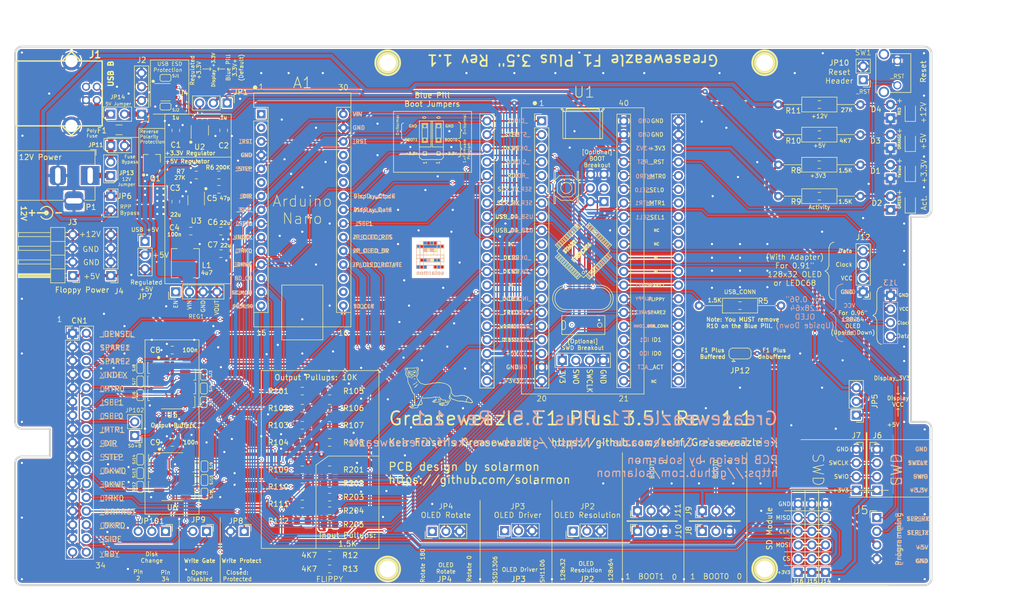
<source format=kicad_pcb>
(kicad_pcb (version 20171130) (host pcbnew "(5.1.9)-1")
  (title_block (title "Greaseweazle F1 Plus 3.5 Rev 1.1") (date 2021-07-10) (rev 1.1) (company solarmon))
  (layers (0 F.Cu signal) (31 B.Cu signal) (34 B.Paste user) (35 F.Paste user) (36 B.SilkS user) (37 F.SilkS user) (38 B.Mask user) (39 F.Mask user) (44 Edge.Cuts user))
  (net 0 "")
  (net 1 GND)
  (net 2 +12V)
  (net 3 /USB_D+)
  (net 4 /USB_D-)
  (net 5 +5V)
  (net 6 /_SIDE)
  (net 7 /_DKRD)
  (net 8 /_WRPROT)
  (net 9 /_TRK0)
  (net 10 /_DKWE)
  (net 11 /_DKWD)
  (net 12 /_STEP)
  (net 13 /_DIR)
  (net 14 /_INDEX)
  (net 15 /_DENSEL)
  (net 16 "Net-(D1-Pad2)")
  (net 17 "Net-(D2-Pad2)")
  (net 18 /_ACT)
  (net 19 /SER_TX)
  (net 20 /SER_RX)
  (net 21 /USB_CONN)
  (net 22 +3V3)
  (net 23 /_RST)
  (net 24 /SWD_SWIO)
  (net 25 /SWD_SWCLK)
  (net 26 "Net-(BP1-Pad13)")
  (net 27 "Net-(BP1-Pad10)")
  (net 28 "Net-(BP2-Pad12)")
  (net 29 "Net-(BP2-Pad11)")
  (net 30 "Net-(BP2-Pad10)")
  (net 31 "Net-(BP2-Pad9)")
  (net 32 "Net-(BP2-Pad1)")
  (net 33 /BOOT0)
  (net 34 /BOOT1)
  (net 35 "Net-(D3-Pad2)")
  (net 36 "Net-(D4-Pad2)")
  (net 37 "Net-(A1-Pad27)")
  (net 38 "Net-(A1-Pad26)")
  (net 39 "Net-(A1-Pad6)")
  (net 40 "Net-(A1-Pad18)")
  (net 41 "Net-(A1-Pad2)")
  (net 42 "Net-(A1-Pad17)")
  (net 43 "Net-(A1-Pad1)")
  (net 44 "Net-(U2-Pad4)")
  (net 45 /Display_Data)
  (net 46 /JP_OLED_RES)
  (net 47 /JP_OLED_DR)
  (net 48 /Display_3V3)
  (net 49 "Net-(JP2-Pad1)")
  (net 50 "Net-(JP3-Pad1)")
  (net 51 "Net-(JP4-Pad1)")
  (net 52 /Display_Clock)
  (net 53 /Display_VCC)
  (net 54 /3V3_REG)
  (net 55 /12V_IN)
  (net 56 /BS)
  (net 57 /LX)
  (net 58 /FB)
  (net 59 /5V_REG)
  (net 60 /JP_OLED_ROTATE)
  (net 61 /SD_CLK)
  (net 62 /SD_MISO)
  (net 63 /SD_MOSI)
  (net 64 /USB_CONN_D-)
  (net 65 /USB_CONN_D+)
  (net 66 "Net-(CN1-Pad24)")
  (net 67 /5V_USB)
  (net 68 /_SEL1)
  (net 69 /_SEL0)
  (net 70 /_MTR0)
  (net 71 /_MTR1)
  (net 72 /SPARE1)
  (net 73 /FLIPPY)
  (net 74 /SPARE2)
  (net 75 /ID1)
  (net 76 /_RDY)
  (net 77 /_SIDE_BUF)
  (net 78 /_DKWD_BUF)
  (net 79 /_STEP_BUF)
  (net 80 /_DIR_BUF)
  (net 81 /_MTR1_BUF)
  (net 82 /_SEL0_BUF)
  (net 83 /_SEL1_BUF)
  (net 84 /_MTR0_BUF)
  (net 85 /SPARE2_BUF)
  (net 86 /SPARE1_BUF)
  (net 87 /_DENSEL_BUF)
  (net 88 "Net-(CN1-Pad33)")
  (net 89 /_DKWE_BUF)
  (net 90 /SD_CS)
  (net 91 "Net-(A1-Pad25)")
  (net 92 "Net-(CN1-Pad34)")
  (net 93 /12V_EN)
  (net 94 /ID0)
  (net 95 /5V_USB_CONN)
  (net 96 /12V_JACK_CONN)
  (net 97 /12V_JACK_IN)
  (module Connector_PinHeader_2.54mm:PinHeader_1x02_P2.54mm_Vertical (layer F.Cu) (at 68.58 78.74)
    (fp_text reference JP6 (at 2.54 0) (layer F.SilkS))
    (fp_text value "RPP Bypass")
    (pad 2 thru_hole oval (at 0 2.54) (size 1.7 1.7) (drill 1) (layers *.Cu *.Mask) (net 55 /12V_IN))
    (pad 1 thru_hole rect (at 0 0) (size 1.7 1.7) (drill 1) (layers *.Cu *.Mask) (net 2 +12V))
  )
  (module Connector_PinHeader_2.54mm:PinHeader_1x02_P2.54mm_Vertical (layer F.Cu) (at 68.58 63.5 90)
    (fp_text reference JP14 (at 3.175 1.27) (layer F.SilkS) (effects (font (size 0.75 0.75) (thickness 0.125))))
    (fp_text value "5V Switch")
    (pad 2 thru_hole oval (at 0 2.54 90) (size 1.7 1.7) (drill 1) (layers *.Cu *.Mask) (net 67 /5V_USB))
    (pad 1 thru_hole rect (at 0 0 90) (size 1.7 1.7) (drill 1) (layers *.Cu *.Mask) (net 95 /5V_USB_CONN))
  )
  (module Connector_PinHeader_2.54mm:PinHeader_1x02_P2.54mm_Vertical (layer F.Cu) (at 68.58 74.93 180)
    (fp_text reference JP13 (at -2.921 0.508 180) (layer F.SilkS) (effects (font (size 0.75 0.75))))
    (fp_text value "12V Switch")
    (pad 2 thru_hole oval (at 0 2.54 180) (size 1.7 1.7) (drill 1) (layers *.Cu *.Mask) (net 97 /12V_JACK_IN))
    (pad 1 thru_hole rect (at 0 0 180) (size 1.7 1.7) (drill 1) (layers *.Cu *.Mask) (net 96 /12V_JACK_CONN))
  )
  (module Connector_PinHeader_2.54mm:PinHeader_1x02_P2.54mm_Vertical (layer F.Cu) (at 68.58 69.342 90)
    (fp_text reference JP11 (at 0.127 -2.794) (layer F.SilkS) (effects (font (size 0.75 0.75))))
    (fp_text value "Fuse Bypass")
    (pad 2 thru_hole oval (at 0 2.54 90) (size 1.7 1.7) (drill 1) (layers *.Cu *.Mask) (net 2 +12V))
    (pad 1 thru_hole rect (at 0 0 90) (size 1.7 1.7) (drill 1) (layers *.Cu *.Mask) (net 97 /12V_JACK_IN))
  )
  (module Jumper:SolderJumper-3_P1.3mm_Open_RoundedPad1.0x1.5mm (layer F.Cu) (at 185.42 107.95)
    (fp_text reference JP12 (at 0 3.175) (layer F.SilkS))
    (fp_text value Jumper_3_Open)
    (pad 2 smd rect (at 0 0) (size 1 1.5) (layers F.Cu F.Mask) (net 94 /ID0))
    (pad 3 smd custom (at 1.3 0) (size 1 0.5) (layers F.Cu F.Mask) (net 22 +3V3) (options (clearance outline) (anchor rect)) (primitives (gr_circle (center 0 0.25) (end 0.5 0.25) (width 0)) (gr_circle (center 0 -0.25) (end 0.5 -0.25) (width 0)) (gr_poly (pts (xy -0.55 -0.75) (xy 0 -0.75) (xy 0 0.75) (xy -0.55 0.75)) (width 0))))
    (pad 1 smd custom (at -1.3 0) (size 1 0.5) (layers F.Cu F.Mask) (net 1 GND) (options (clearance outline) (anchor rect)) (primitives (gr_circle (center 0 0.25) (end 0.5 0.25) (width 0)) (gr_circle (center 0 -0.25) (end 0.5 -0.25) (width 0)) (gr_poly (pts (xy 0.55 -0.75) (xy 0 -0.75) (xy 0 0.75) (xy 0.55 0.75)) (width 0))))
  )
  (module Connector_PinHeader_2.54mm:PinHeader_1x04_P2.54mm_Vertical (layer F.Cu) (at 80.645 96.52 90)
    (fp_text reference REG1 (at -4.572 3.81 180) (layer F.SilkS) (effects (font (size 0.75 0.75) (thickness 0.1))))
    (fp_text value REG1)
    (pad 4 thru_hole oval (at 0 7.62 90) (size 1.7 1.7) (drill 1) (layers *.Cu *.Mask) (net 59 /5V_REG))
    (pad 3 thru_hole oval (at 0 5.08 90) (size 1.7 1.7) (drill 1) (layers *.Cu *.Mask) (net 1 GND))
    (pad 2 thru_hole oval (at 0 2.54 90) (size 1.7 1.7) (drill 1) (layers *.Cu *.Mask) (net 55 /12V_IN))
    (pad 1 thru_hole rect (at 0 0 90) (size 1.7 1.7) (drill 1) (layers *.Cu *.Mask) (net 93 /12V_EN))
  )
  (module Connector_PinHeader_2.54mm:PinHeader_1x03_P2.54mm_Horizontal (layer F.Cu) (at 78.74 140.97 270)
    (fp_text reference JP101 (at -1.905 2.54 180) (layer F.SilkS))
    (fp_text value Jumper_3_Bridged12)
    (pad 3 thru_hole oval (at 0 5.08 270) (size 1.7 1.7) (drill 1) (layers *.Cu *.Mask) (net 87 /_DENSEL_BUF))
    (pad 2 thru_hole oval (at 0 2.54 270) (size 1.7 1.7) (drill 1) (layers *.Cu *.Mask) (net 76 /_RDY))
    (pad 1 thru_hole rect (at 0 0 270) (size 1.7 1.7) (drill 1) (layers *.Cu *.Mask) (net 92 "Net-(CN1-Pad34)"))
  )
  (module Connector_PinHeader_2.54mm:PinHeader_1x02_P2.54mm_Vertical (layer F.Cu) (at 73.025 123.19 180)
    (fp_text reference JP102 (at 0 4.699) (layer F.SilkS) (effects (font (size 0.75 0.75) (thickness 0.1))))
    (fp_text value Jumper_2_Open)
    (pad 2 thru_hole oval (at 0 2.54 180) (size 1.7 1.7) (drill 1) (layers *.Cu *.Mask) (net 84 /_MTR0_BUF))
    (pad 1 thru_hole rect (at 0 0 180) (size 1.7 1.7) (drill 1) (layers *.Cu *.Mask) (net 83 /_SEL1_BUF))
  )
  (module solarmon_library:SolderJumper-2_Open_RoundedPad0.5x1.0mm (layer F.Cu) (at 85.979 133.985 90)
    (fp_text reference SJ11 (at 0 1.27 90) (layer F.SilkS) (effects (font (size 0.5 0.5) (thickness 0.1))))
    (fp_text value Jumper_NO_Small)
    (pad 2 smd custom (at 0.635 0 90) (size 0.5 0.25) (layers F.Cu F.Mask) (net 6 /_SIDE) (options (clearance outline) (anchor rect)) (primitives (gr_circle (center 0 0.15) (end 0.25 0.15) (width 0)) (gr_circle (center 0 -0.15) (end 0.25 -0.15) (width 0)) (gr_poly (pts (xy 0 -0.4) (xy -0.5 -0.4) (xy -0.5 0.4) (xy 0 0.4)) (width 0))))
    (pad 1 smd custom (at -0.635 0 90) (size 0.5 0.25) (layers F.Cu F.Mask) (net 77 /_SIDE_BUF) (options (clearance outline) (anchor rect)) (primitives (gr_circle (center 0 0.15) (end 0.25 0.15) (width 0)) (gr_circle (center 0 -0.15) (end 0.25 -0.15) (width 0)) (gr_poly (pts (xy 0 -0.4) (xy 0.5 -0.4) (xy 0.5 0.4) (xy 0 0.4)) (width 0))))
  )
  (module solarmon_library:SolderJumper-2_Open_RoundedPad0.5x1.0mm (layer F.Cu) (at 85.979 131.445 90)
    (fp_text reference SJ10 (at 0 1.27 90) (layer F.SilkS) (effects (font (size 0.5 0.5) (thickness 0.1))))
    (fp_text value Jumper_NO_Small)
    (pad 2 smd custom (at 0.635 0 90) (size 0.5 0.25) (layers F.Cu F.Mask) (net 10 /_DKWE) (options (clearance outline) (anchor rect)) (primitives (gr_circle (center 0 0.15) (end 0.25 0.15) (width 0)) (gr_circle (center 0 -0.15) (end 0.25 -0.15) (width 0)) (gr_poly (pts (xy 0 -0.4) (xy -0.5 -0.4) (xy -0.5 0.4) (xy 0 0.4)) (width 0))))
    (pad 1 smd custom (at -0.635 0 90) (size 0.5 0.25) (layers F.Cu F.Mask) (net 89 /_DKWE_BUF) (options (clearance outline) (anchor rect)) (primitives (gr_circle (center 0 0.15) (end 0.25 0.15) (width 0)) (gr_circle (center 0 -0.15) (end 0.25 -0.15) (width 0)) (gr_poly (pts (xy 0 -0.4) (xy 0.5 -0.4) (xy 0.5 0.4) (xy 0 0.4)) (width 0))))
  )
  (module solarmon_library:SolderJumper-2_Open_RoundedPad0.5x1.0mm (layer F.Cu) (at 85.979 128.905 90)
    (fp_text reference SJ9 (at 0.127 1.27 90) (layer F.SilkS) (effects (font (size 0.5 0.5) (thickness 0.1))))
    (fp_text value Jumper_NO_Small)
    (pad 2 smd custom (at 0.635 0 90) (size 0.5 0.25) (layers F.Cu F.Mask) (net 11 /_DKWD) (options (clearance outline) (anchor rect)) (primitives (gr_circle (center 0 0.15) (end 0.25 0.15) (width 0)) (gr_circle (center 0 -0.15) (end 0.25 -0.15) (width 0)) (gr_poly (pts (xy 0 -0.4) (xy -0.5 -0.4) (xy -0.5 0.4) (xy 0 0.4)) (width 0))))
    (pad 1 smd custom (at -0.635 0 90) (size 0.5 0.25) (layers F.Cu F.Mask) (net 78 /_DKWD_BUF) (options (clearance outline) (anchor rect)) (primitives (gr_circle (center 0 0.15) (end 0.25 0.15) (width 0)) (gr_circle (center 0 -0.15) (end 0.25 -0.15) (width 0)) (gr_poly (pts (xy 0 -0.4) (xy 0.5 -0.4) (xy 0.5 0.4) (xy 0 0.4)) (width 0))))
  )
  (module solarmon_library:SolderJumper-2_Open_RoundedPad0.5x1.0mm (layer F.Cu) (at 74.041 127.635 90)
    (fp_text reference SJ14 (at 0 -1.143 90) (layer F.SilkS) (effects (font (size 0.5 0.5) (thickness 0.1))))
    (fp_text value Jumper_NO_Small)
    (pad 2 smd custom (at 0.635 0 90) (size 0.5 0.25) (layers F.Cu F.Mask) (net 71 /_MTR1) (options (clearance outline) (anchor rect)) (primitives (gr_circle (center 0 0.15) (end 0.25 0.15) (width 0)) (gr_circle (center 0 -0.15) (end 0.25 -0.15) (width 0)) (gr_poly (pts (xy 0 -0.4) (xy -0.5 -0.4) (xy -0.5 0.4) (xy 0 0.4)) (width 0))))
    (pad 1 smd custom (at -0.635 0 90) (size 0.5 0.25) (layers F.Cu F.Mask) (net 81 /_MTR1_BUF) (options (clearance outline) (anchor rect)) (primitives (gr_circle (center 0 0.15) (end 0.25 0.15) (width 0)) (gr_circle (center 0 -0.15) (end 0.25 -0.15) (width 0)) (gr_poly (pts (xy 0 -0.4) (xy 0.5 -0.4) (xy 0.5 0.4) (xy 0 0.4)) (width 0))))
  )
  (module solarmon_library:SolderJumper-2_Open_RoundedPad0.5x1.0mm (layer F.Cu) (at 74.041 130.175 90)
    (fp_text reference SJ13 (at 0 -1.143 90) (layer F.SilkS) (effects (font (size 0.5 0.5) (thickness 0.1))))
    (fp_text value Jumper_NO_Small)
    (pad 2 smd custom (at 0.635 0 90) (size 0.5 0.25) (layers F.Cu F.Mask) (net 13 /_DIR) (options (clearance outline) (anchor rect)) (primitives (gr_circle (center 0 0.15) (end 0.25 0.15) (width 0)) (gr_circle (center 0 -0.15) (end 0.25 -0.15) (width 0)) (gr_poly (pts (xy 0 -0.4) (xy -0.5 -0.4) (xy -0.5 0.4) (xy 0 0.4)) (width 0))))
    (pad 1 smd custom (at -0.635 0 90) (size 0.5 0.25) (layers F.Cu F.Mask) (net 80 /_DIR_BUF) (options (clearance outline) (anchor rect)) (primitives (gr_circle (center 0 0.15) (end 0.25 0.15) (width 0)) (gr_circle (center 0 -0.15) (end 0.25 -0.15) (width 0)) (gr_poly (pts (xy 0 -0.4) (xy 0.5 -0.4) (xy 0.5 0.4) (xy 0 0.4)) (width 0))))
  )
  (module solarmon_library:SolderJumper-2_Open_RoundedPad0.5x1.0mm (layer F.Cu) (at 74.041 132.715 90)
    (fp_text reference SJ12 (at 0 -1.143 90) (layer F.SilkS) (effects (font (size 0.5 0.5) (thickness 0.1))))
    (fp_text value Jumper_NO_Small)
    (pad 2 smd custom (at 0.635 0 90) (size 0.5 0.25) (layers F.Cu F.Mask) (net 12 /_STEP) (options (clearance outline) (anchor rect)) (primitives (gr_circle (center 0 0.15) (end 0.25 0.15) (width 0)) (gr_circle (center 0 -0.15) (end 0.25 -0.15) (width 0)) (gr_poly (pts (xy 0 -0.4) (xy -0.5 -0.4) (xy -0.5 0.4) (xy 0 0.4)) (width 0))))
    (pad 1 smd custom (at -0.635 0 90) (size 0.5 0.25) (layers F.Cu F.Mask) (net 79 /_STEP_BUF) (options (clearance outline) (anchor rect)) (primitives (gr_circle (center 0 0.15) (end 0.25 0.15) (width 0)) (gr_circle (center 0 -0.15) (end 0.25 -0.15) (width 0)) (gr_poly (pts (xy 0 -0.4) (xy 0.5 -0.4) (xy 0.5 0.4) (xy 0 0.4)) (width 0))))
  )
  (module solarmon_library:SolderJumper-2_Open_RoundedPad0.5x1.0mm (layer F.Cu) (at 85.852 116.967 90)
    (fp_text reference SJ5 (at 0 1.27 90) (layer F.SilkS) (effects (font (size 0.5 0.5) (thickness 0.1))))
    (fp_text value Jumper_NO_Small)
    (pad 2 smd custom (at 0.635 0 90) (size 0.5 0.25) (layers F.Cu F.Mask) (net 68 /_SEL1) (options (clearance outline) (anchor rect)) (primitives (gr_circle (center 0 0.15) (end 0.25 0.15) (width 0)) (gr_circle (center 0 -0.15) (end 0.25 -0.15) (width 0)) (gr_poly (pts (xy 0 -0.4) (xy -0.5 -0.4) (xy -0.5 0.4) (xy 0 0.4)) (width 0))))
    (pad 1 smd custom (at -0.635 0 90) (size 0.5 0.25) (layers F.Cu F.Mask) (net 83 /_SEL1_BUF) (options (clearance outline) (anchor rect)) (primitives (gr_circle (center 0 0.15) (end 0.25 0.15) (width 0)) (gr_circle (center 0 -0.15) (end 0.25 -0.15) (width 0)) (gr_poly (pts (xy 0 -0.4) (xy 0.5 -0.4) (xy 0.5 0.4) (xy 0 0.4)) (width 0))))
  )
  (module solarmon_library:SolderJumper-2_Open_RoundedPad0.5x1.0mm (layer F.Cu) (at 85.852 114.427 90)
    (fp_text reference SJ4 (at 0 1.27 90) (layer F.SilkS) (effects (font (size 0.5 0.5) (thickness 0.1))))
    (fp_text value Jumper_NO_Small)
    (pad 2 smd custom (at 0.635 0 90) (size 0.5 0.25) (layers F.Cu F.Mask) (net 69 /_SEL0) (options (clearance outline) (anchor rect)) (primitives (gr_circle (center 0 0.15) (end 0.25 0.15) (width 0)) (gr_circle (center 0 -0.15) (end 0.25 -0.15) (width 0)) (gr_poly (pts (xy 0 -0.4) (xy -0.5 -0.4) (xy -0.5 0.4) (xy 0 0.4)) (width 0))))
    (pad 1 smd custom (at -0.635 0 90) (size 0.5 0.25) (layers F.Cu F.Mask) (net 82 /_SEL0_BUF) (options (clearance outline) (anchor rect)) (primitives (gr_circle (center 0 0.15) (end 0.25 0.15) (width 0)) (gr_circle (center 0 -0.15) (end 0.25 -0.15) (width 0)) (gr_poly (pts (xy 0 -0.4) (xy 0.5 -0.4) (xy 0.5 0.4) (xy 0 0.4)) (width 0))))
  )
  (module solarmon_library:SolderJumper-2_Open_RoundedPad0.5x1.0mm (layer F.Cu) (at 74.041 110.617 90)
    (fp_text reference SJ8 (at 0 -1.143 90) (layer F.SilkS) (effects (font (size 0.5 0.5) (thickness 0.1))))
    (fp_text value Jumper_NO_Small)
    (pad 2 smd custom (at 0.635 0 90) (size 0.5 0.25) (layers F.Cu F.Mask) (net 15 /_DENSEL) (options (clearance outline) (anchor rect)) (primitives (gr_circle (center 0 0.15) (end 0.25 0.15) (width 0)) (gr_circle (center 0 -0.15) (end 0.25 -0.15) (width 0)) (gr_poly (pts (xy 0 -0.4) (xy -0.5 -0.4) (xy -0.5 0.4) (xy 0 0.4)) (width 0))))
    (pad 1 smd custom (at -0.635 0 90) (size 0.5 0.25) (layers F.Cu F.Mask) (net 87 /_DENSEL_BUF) (options (clearance outline) (anchor rect)) (primitives (gr_circle (center 0 0.15) (end 0.25 0.15) (width 0)) (gr_circle (center 0 -0.15) (end 0.25 -0.15) (width 0)) (gr_poly (pts (xy 0 -0.4) (xy 0.5 -0.4) (xy 0.5 0.4) (xy 0 0.4)) (width 0))))
  )
  (module solarmon_library:SolderJumper-2_Open_RoundedPad0.5x1.0mm (layer F.Cu) (at 74.041 113.157 90)
    (fp_text reference SJ7 (at 0 -1.143 90) (layer F.SilkS) (effects (font (size 0.5 0.5) (thickness 0.1))))
    (fp_text value Jumper_NO_Small)
    (pad 2 smd custom (at 0.635 0 90) (size 0.5 0.25) (layers F.Cu F.Mask) (net 72 /SPARE1) (options (clearance outline) (anchor rect)) (primitives (gr_circle (center 0 0.15) (end 0.25 0.15) (width 0)) (gr_circle (center 0 -0.15) (end 0.25 -0.15) (width 0)) (gr_poly (pts (xy 0 -0.4) (xy -0.5 -0.4) (xy -0.5 0.4) (xy 0 0.4)) (width 0))))
    (pad 1 smd custom (at -0.635 0 90) (size 0.5 0.25) (layers F.Cu F.Mask) (net 86 /SPARE1_BUF) (options (clearance outline) (anchor rect)) (primitives (gr_circle (center 0 0.15) (end 0.25 0.15) (width 0)) (gr_circle (center 0 -0.15) (end 0.25 -0.15) (width 0)) (gr_poly (pts (xy 0 -0.4) (xy 0.5 -0.4) (xy 0.5 0.4) (xy 0 0.4)) (width 0))))
  )
  (module solarmon_library:SolderJumper-2_Open_RoundedPad0.5x1.0mm (layer F.Cu) (at 74.041 115.697 90)
    (fp_text reference SJ6 (at 0 -1.143 90) (layer F.SilkS) (effects (font (size 0.5 0.5) (thickness 0.1))))
    (fp_text value Jumper_NO_Small)
    (pad 2 smd custom (at 0.635 0 90) (size 0.5 0.25) (layers F.Cu F.Mask) (net 74 /SPARE2) (options (clearance outline) (anchor rect)) (primitives (gr_circle (center 0 0.15) (end 0.25 0.15) (width 0)) (gr_circle (center 0 -0.15) (end 0.25 -0.15) (width 0)) (gr_poly (pts (xy 0 -0.4) (xy -0.5 -0.4) (xy -0.5 0.4) (xy 0 0.4)) (width 0))))
    (pad 1 smd custom (at -0.635 0 90) (size 0.5 0.25) (layers F.Cu F.Mask) (net 85 /SPARE2_BUF) (options (clearance outline) (anchor rect)) (primitives (gr_circle (center 0 0.15) (end 0.25 0.15) (width 0)) (gr_circle (center 0 -0.15) (end 0.25 -0.15) (width 0)) (gr_poly (pts (xy 0 -0.4) (xy 0.5 -0.4) (xy 0.5 0.4) (xy 0 0.4)) (width 0))))
  )
  (module solarmon_library:SolderJumper-2_Open_RoundedPad0.5x1.0mm (layer F.Cu) (at 78.74 62.103 180)
    (fp_text reference SJ2 (at -1.905 -0.635) (layer F.SilkS) (effects (font (size 0.5 0.5) (thickness 0.1))))
    (fp_text value Jumper_NO_Small)
    (pad 2 smd custom (at 0.635 0 180) (size 0.5 0.25) (layers F.Cu F.Mask) (net 64 /USB_CONN_D-) (options (clearance outline) (anchor rect)) (primitives (gr_circle (center 0 0.15) (end 0.25 0.15) (width 0)) (gr_circle (center 0 -0.15) (end 0.25 -0.15) (width 0)) (gr_poly (pts (xy 0 -0.4) (xy -0.5 -0.4) (xy -0.5 0.4) (xy 0 0.4)) (width 0))))
    (pad 1 smd custom (at -0.635 0 180) (size 0.5 0.25) (layers F.Cu F.Mask) (net 4 /USB_D-) (options (clearance outline) (anchor rect)) (primitives (gr_circle (center 0 0.15) (end 0.25 0.15) (width 0)) (gr_circle (center 0 -0.15) (end 0.25 -0.15) (width 0)) (gr_poly (pts (xy 0 -0.4) (xy 0.5 -0.4) (xy 0.5 0.4) (xy 0 0.4)) (width 0))))
  )
  (module solarmon_library:SolderJumper-2_Open_RoundedPad0.5x1.0mm (layer F.Cu) (at 78.74 56.769 180)
    (fp_text reference SJ1 (at -1.905 0.381) (layer F.SilkS) (effects (font (size 0.5 0.5) (thickness 0.1))))
    (fp_text value Jumper_NO_Small)
    (pad 2 smd custom (at 0.635 0 180) (size 0.5 0.25) (layers F.Cu F.Mask) (net 65 /USB_CONN_D+) (options (clearance outline) (anchor rect)) (primitives (gr_circle (center 0 0.15) (end 0.25 0.15) (width 0)) (gr_circle (center 0 -0.15) (end 0.25 -0.15) (width 0)) (gr_poly (pts (xy 0 -0.4) (xy -0.5 -0.4) (xy -0.5 0.4) (xy 0 0.4)) (width 0))))
    (pad 1 smd custom (at -0.635 0 180) (size 0.5 0.25) (layers F.Cu F.Mask) (net 3 /USB_D+) (options (clearance outline) (anchor rect)) (primitives (gr_circle (center 0 0.15) (end 0.25 0.15) (width 0)) (gr_circle (center 0 -0.15) (end 0.25 -0.15) (width 0)) (gr_poly (pts (xy 0 -0.4) (xy 0.5 -0.4) (xy 0.5 0.4) (xy 0 0.4)) (width 0))))
  )
  (module solarmon_library:SolderJumper-2_Open_RoundedPad0.5x1.0mm (layer F.Cu) (at 85.852 111.887 90)
    (fp_text reference SJ3 (at 0.127 1.27 90) (layer F.SilkS) (effects (font (size 0.5 0.5) (thickness 0.1))))
    (fp_text value Jumper_NO_Small)
    (pad 2 smd custom (at 0.635 0 90) (size 0.5 0.25) (layers F.Cu F.Mask) (net 70 /_MTR0) (options (clearance outline) (anchor rect)) (primitives (gr_circle (center 0 0.15) (end 0.25 0.15) (width 0)) (gr_circle (center 0 -0.15) (end 0.25 -0.15) (width 0)) (gr_poly (pts (xy 0 -0.4) (xy -0.5 -0.4) (xy -0.5 0.4) (xy 0 0.4)) (width 0))))
    (pad 1 smd custom (at -0.635 0 90) (size 0.5 0.25) (layers F.Cu F.Mask) (net 84 /_MTR0_BUF) (options (clearance outline) (anchor rect)) (primitives (gr_circle (center 0 0.15) (end 0.25 0.15) (width 0)) (gr_circle (center 0 -0.15) (end 0.25 -0.15) (width 0)) (gr_poly (pts (xy 0 -0.4) (xy 0.5 -0.4) (xy 0.5 0.4) (xy 0 0.4)) (width 0))))
  )
  (module solarmon_library:solarmon-logo-25mils (layer B.Cu) (at 127.889 90.297 180)
    (fp_text reference solarmon (at 0 -2.667) (layer B.SilkS) (effects (font (size 0.75 0.75)) (justify mirror)))
    (fp_text value solarmon-logo-25mils)
    (fp_poly (pts (xy 2.54 1.905) (xy 1.905 1.905) (xy 1.905 2.54) (xy 2.54 2.54)) (layer B.Cu) (width 0.1))
    (fp_poly (pts (xy 2.54 -1.905) (xy 1.905 -1.905) (xy 1.905 -1.27) (xy 2.54 -1.27)) (layer B.Cu) (width 0.1))
    (fp_poly (pts (xy 1.27 2.54) (xy 0.635 2.54) (xy 0.635 3.175) (xy 1.27 3.175)) (layer B.Cu) (width 0.1))
    (fp_poly (pts (xy 1.27 1.905) (xy 0.635 1.905) (xy 0.635 2.54) (xy 1.27 2.54)) (layer B.Cu) (width 0.1))
    (fp_poly (pts (xy 0.635 1.905) (xy 0 1.905) (xy 0 2.54) (xy 0.635 2.54)) (layer B.Cu) (width 0.1))
    (fp_poly (pts (xy 0 1.905) (xy -0.635 1.905) (xy -0.635 2.54) (xy 0 2.54)) (layer B.Cu) (width 0.1))
    (fp_poly (pts (xy 0 2.54) (xy -0.635 2.54) (xy -0.635 3.175) (xy 0 3.175)) (layer B.Cu) (width 0.1))
    (fp_poly (pts (xy -0.635 1.905) (xy -1.27 1.905) (xy -1.27 2.54) (xy -0.635 2.54)) (layer B.Cu) (width 0.1))
    (fp_poly (pts (xy -1.27 1.905) (xy -1.905 1.905) (xy -1.905 2.54) (xy -1.27 2.54)) (layer B.Cu) (width 0.1))
    (fp_poly (pts (xy -1.27 -0.635) (xy -1.905 -0.635) (xy -1.905 0) (xy -1.27 0)) (layer B.Cu) (width 0.1))
    (fp_poly (pts (xy -0.635 -0.635) (xy -1.27 -0.635) (xy -1.27 0) (xy -0.635 0)) (layer B.Cu) (width 0.1))
    (fp_poly (pts (xy 0 -0.635) (xy -0.635 -0.635) (xy -0.635 0) (xy 0 0)) (layer B.Cu) (width 0.1))
    (fp_poly (pts (xy 1.27 -0.635) (xy 0.635 -0.635) (xy 0.635 0) (xy 1.27 0)) (layer B.Cu) (width 0.1))
    (fp_poly (pts (xy 1.27 -1.905) (xy 0.635 -1.905) (xy 0.635 -1.27) (xy 1.27 -1.27)) (layer B.Cu) (width 0.1))
    (fp_poly (pts (xy -1.27 -1.905) (xy -1.905 -1.905) (xy -1.905 -1.27) (xy -1.27 -1.27)) (layer B.Cu) (width 0.1))
  )
  (module solarmon_library:solarmon-logo-25mils (layer F.Cu) (at 127.889 90.297)
    (fp_text reference solarmon (at 0 2.667) (layer F.SilkS) (effects (font (size 0.75 0.75))))
    (fp_text value solarmon-logo-25mils)
    (fp_poly (pts (xy -1.27 1.905) (xy -1.905 1.905) (xy -1.905 1.27) (xy -1.27 1.27)) (layer F.Cu) (width 0.1))
    (fp_poly (pts (xy 1.27 1.905) (xy 0.635 1.905) (xy 0.635 1.27) (xy 1.27 1.27)) (layer F.Cu) (width 0.1))
    (fp_poly (pts (xy 1.27 0.635) (xy 0.635 0.635) (xy 0.635 0) (xy 1.27 0)) (layer F.Cu) (width 0.1))
    (fp_poly (pts (xy 0 0.635) (xy -0.635 0.635) (xy -0.635 0) (xy 0 0)) (layer F.Cu) (width 0.1))
    (fp_poly (pts (xy -0.635 0.635) (xy -1.27 0.635) (xy -1.27 0) (xy -0.635 0)) (layer F.Cu) (width 0.1))
    (fp_poly (pts (xy -1.27 0.635) (xy -1.905 0.635) (xy -1.905 0) (xy -1.27 0)) (layer F.Cu) (width 0.1))
    (fp_poly (pts (xy -1.27 -1.905) (xy -1.905 -1.905) (xy -1.905 -2.54) (xy -1.27 -2.54)) (layer F.Cu) (width 0.1))
    (fp_poly (pts (xy -0.635 -1.905) (xy -1.27 -1.905) (xy -1.27 -2.54) (xy -0.635 -2.54)) (layer F.Cu) (width 0.1))
    (fp_poly (pts (xy 0 -2.54) (xy -0.635 -2.54) (xy -0.635 -3.175) (xy 0 -3.175)) (layer F.Cu) (width 0.1))
    (fp_poly (pts (xy 0 -1.905) (xy -0.635 -1.905) (xy -0.635 -2.54) (xy 0 -2.54)) (layer F.Cu) (width 0.1))
    (fp_poly (pts (xy 0.635 -1.905) (xy 0 -1.905) (xy 0 -2.54) (xy 0.635 -2.54)) (layer F.Cu) (width 0.1))
    (fp_poly (pts (xy 1.27 -1.905) (xy 0.635 -1.905) (xy 0.635 -2.54) (xy 1.27 -2.54)) (layer F.Cu) (width 0.1))
    (fp_poly (pts (xy 1.27 -2.54) (xy 0.635 -2.54) (xy 0.635 -3.175) (xy 1.27 -3.175)) (layer F.Cu) (width 0.1))
    (fp_poly (pts (xy 2.54 1.905) (xy 1.905 1.905) (xy 1.905 1.27) (xy 2.54 1.27)) (layer F.Cu) (width 0.1))
    (fp_poly (pts (xy 2.54 -1.905) (xy 1.905 -1.905) (xy 1.905 -2.54) (xy 2.54 -2.54)) (layer F.Cu) (width 0.1))
  )
  (module solarmon_library:WeasleLogo (layer F.Cu) (at 129.54 114.3)
    (fp_text reference G** hide)
    (fp_text value Weasle hide)
  )
  (module Resistor_SMD:R_0805_2012Metric_Pad1.15x1.40mm_HandSolder (layer F.Cu) (at 109.22 124.46)
    (fp_text reference R108 (at 4.445 0) (layer F.SilkS))
    (fp_text value 10K)
    (pad 2 smd roundrect (at 1.025 0) (size 1.15 1.4) (layers F.Cu F.Paste F.Mask) (roundrect_rratio 0.2173904347826087) (net 70 /_MTR0))
    (pad 1 smd roundrect (at -1.025 0) (size 1.15 1.4) (layers F.Cu F.Paste F.Mask) (roundrect_rratio 0.2173904347826087) (net 22 +3V3))
  )
  (module Resistor_SMD:R_0805_2012Metric_Pad1.15x1.40mm_HandSolder (layer F.Cu) (at 104.14 114.935 180)
    (fp_text reference R101 (at 4.445 0) (layer F.SilkS))
    (fp_text value 10K)
    (pad 2 smd roundrect (at 1.025 0 180) (size 1.15 1.4) (layers F.Cu F.Paste F.Mask) (roundrect_rratio 0.2173904347826087) (net 69 /_SEL0))
    (pad 1 smd roundrect (at -1.025 0 180) (size 1.15 1.4) (layers F.Cu F.Paste F.Mask) (roundrect_rratio 0.2173904347826087) (net 22 +3V3))
  )
  (module Resistor_SMD:R_0805_2012Metric_Pad1.15x1.40mm_HandSolder (layer F.Cu) (at 109.22 121.285)
    (fp_text reference R107 (at 4.445 0) (layer F.SilkS))
    (fp_text value 10K)
    (pad 2 smd roundrect (at 1.025 0) (size 1.15 1.4) (layers F.Cu F.Paste F.Mask) (roundrect_rratio 0.2173904347826087) (net 71 /_MTR1))
    (pad 1 smd roundrect (at -1.025 0) (size 1.15 1.4) (layers F.Cu F.Paste F.Mask) (roundrect_rratio 0.2173904347826087) (net 22 +3V3))
  )
  (module Resistor_SMD:R_0805_2012Metric_Pad1.15x1.40mm_HandSolder (layer F.Cu) (at 104.14 129.54 180)
    (fp_text reference R109 (at 4.445 0) (layer F.SilkS))
    (fp_text value 10K)
    (pad 2 smd roundrect (at 1.025 0 180) (size 1.15 1.4) (layers F.Cu F.Paste F.Mask) (roundrect_rratio 0.2173904347826087) (net 68 /_SEL1))
    (pad 1 smd roundrect (at -1.025 0 180) (size 1.15 1.4) (layers F.Cu F.Paste F.Mask) (roundrect_rratio 0.2173904347826087) (net 22 +3V3))
  )
  (module Resistor_SMD:R_0805_2012Metric_Pad1.15x1.40mm_HandSolder (layer F.Cu) (at 104.14 118.11 180)
    (fp_text reference R102 (at 4.445 0) (layer F.SilkS))
    (fp_text value 10K)
    (pad 2 smd roundrect (at 1.025 0 180) (size 1.15 1.4) (layers F.Cu F.Paste F.Mask) (roundrect_rratio 0.2173904347826087) (net 72 /SPARE1))
    (pad 1 smd roundrect (at -1.025 0 180) (size 1.15 1.4) (layers F.Cu F.Paste F.Mask) (roundrect_rratio 0.2173904347826087) (net 22 +3V3))
  )
  (module Resistor_SMD:R_0805_2012Metric_Pad1.15x1.40mm_HandSolder (layer F.Cu) (at 109.22 118.11)
    (fp_text reference R106 (at 4.445 0) (layer F.SilkS))
    (fp_text value 10K)
    (pad 2 smd roundrect (at 1.025 0) (size 1.15 1.4) (layers F.Cu F.Paste F.Mask) (roundrect_rratio 0.2173904347826087) (net 11 /_DKWD))
    (pad 1 smd roundrect (at -1.025 0) (size 1.15 1.4) (layers F.Cu F.Paste F.Mask) (roundrect_rratio 0.2173904347826087) (net 22 +3V3))
  )
  (module Resistor_SMD:R_0805_2012Metric_Pad1.15x1.40mm_HandSolder (layer F.Cu) (at 104.14 132.715 180)
    (fp_text reference R110 (at 4.445 0) (layer F.SilkS))
    (fp_text value 10K)
    (pad 2 smd roundrect (at 1.025 0 180) (size 1.15 1.4) (layers F.Cu F.Paste F.Mask) (roundrect_rratio 0.2173904347826087) (net 74 /SPARE2))
    (pad 1 smd roundrect (at -1.025 0 180) (size 1.15 1.4) (layers F.Cu F.Paste F.Mask) (roundrect_rratio 0.2173904347826087) (net 22 +3V3))
  )
  (module Resistor_SMD:R_0805_2012Metric_Pad1.15x1.40mm_HandSolder (layer F.Cu) (at 104.14 121.285 180)
    (fp_text reference R103 (at 4.445 0) (layer F.SilkS))
    (fp_text value 10K)
    (pad 2 smd roundrect (at 1.025 0 180) (size 1.15 1.4) (layers F.Cu F.Paste F.Mask) (roundrect_rratio 0.2173904347826087) (net 15 /_DENSEL))
    (pad 1 smd roundrect (at -1.025 0 180) (size 1.15 1.4) (layers F.Cu F.Paste F.Mask) (roundrect_rratio 0.2173904347826087) (net 22 +3V3))
  )
  (module Resistor_SMD:R_0805_2012Metric_Pad1.15x1.40mm_HandSolder (layer F.Cu) (at 109.22 114.935)
    (fp_text reference R105 (at 4.445 0) (layer F.SilkS))
    (fp_text value 10K)
    (pad 2 smd roundrect (at 1.025 0) (size 1.15 1.4) (layers F.Cu F.Paste F.Mask) (roundrect_rratio 0.2173904347826087) (net 13 /_DIR))
    (pad 1 smd roundrect (at -1.025 0) (size 1.15 1.4) (layers F.Cu F.Paste F.Mask) (roundrect_rratio 0.2173904347826087) (net 22 +3V3))
  )
  (module Resistor_SMD:R_0805_2012Metric_Pad1.15x1.40mm_HandSolder (layer F.Cu) (at 104.14 135.89 180)
    (fp_text reference R111 (at 4.445 0) (layer F.SilkS))
    (fp_text value 10K)
    (pad 2 smd roundrect (at 1.025 0 180) (size 1.15 1.4) (layers F.Cu F.Paste F.Mask) (roundrect_rratio 0.2173904347826087) (net 12 /_STEP))
    (pad 1 smd roundrect (at -1.025 0 180) (size 1.15 1.4) (layers F.Cu F.Paste F.Mask) (roundrect_rratio 0.2173904347826087) (net 22 +3V3))
  )
  (module Resistor_SMD:R_0805_2012Metric_Pad1.15x1.40mm_HandSolder (layer F.Cu) (at 104.14 124.46 180)
    (fp_text reference R104 (at 4.445 0) (layer F.SilkS))
    (fp_text value 10K)
    (pad 2 smd roundrect (at 1.025 0 180) (size 1.15 1.4) (layers F.Cu F.Paste F.Mask) (roundrect_rratio 0.2173904347826087) (net 10 /_DKWE))
    (pad 1 smd roundrect (at -1.025 0 180) (size 1.15 1.4) (layers F.Cu F.Paste F.Mask) (roundrect_rratio 0.2173904347826087) (net 22 +3V3))
  )
  (module Resistor_SMD:R_0805_2012Metric_Pad1.15x1.40mm_HandSolder (layer F.Cu) (at 104.14 139.065 180)
    (fp_text reference R112 (at 4.445 0) (layer F.SilkS))
    (fp_text value 10K)
    (pad 2 smd roundrect (at 1.025 0 180) (size 1.15 1.4) (layers F.Cu F.Paste F.Mask) (roundrect_rratio 0.2173904347826087) (net 6 /_SIDE))
    (pad 1 smd roundrect (at -1.025 0 180) (size 1.15 1.4) (layers F.Cu F.Paste F.Mask) (roundrect_rratio 0.2173904347826087) (net 22 +3V3))
  )
  (module Resistor_SMD:R_0805_2012Metric_Pad1.15x1.40mm_HandSolder (layer F.Cu) (at 109.22 129.54)
    (fp_text reference R201 (at 4.445 0) (layer F.SilkS))
    (fp_text value 1.5K)
    (pad 2 smd roundrect (at 1.025 0) (size 1.15 1.4) (layers F.Cu F.Paste F.Mask) (roundrect_rratio 0.2173904347826087) (net 76 /_RDY))
    (pad 1 smd roundrect (at -1.025 0) (size 1.15 1.4) (layers F.Cu F.Paste F.Mask) (roundrect_rratio 0.2173904347826087) (net 5 +5V))
  )
  (module Package_SO:SOIC-14_3.9x8.7mm_P1.27mm (layer F.Cu) (at 80.01 130.81)
    (fp_text reference U6 (at 0 5.715) (layer F.SilkS))
    (fp_text value 74LS07)
    (pad 14 smd roundrect (at 2.475 -3.81) (size 1.95 0.6) (layers F.Cu F.Paste F.Mask) (net 5 +5V))
    (pad 13 smd roundrect (at 2.475 -2.54) (size 1.95 0.6) (layers F.Cu F.Paste F.Mask) (net 11 /_DKWD))
    (pad 12 smd roundrect (at 2.475 -1.27) (size 1.95 0.6) (layers F.Cu F.Paste F.Mask) (net 78 /_DKWD_BUF))
    (pad 11 smd roundrect (at 2.475 0) (size 1.95 0.6) (layers F.Cu F.Paste F.Mask) (net 10 /_DKWE))
    (pad 10 smd roundrect (at 2.475 1.27) (size 1.95 0.6) (layers F.Cu F.Paste F.Mask) (net 89 /_DKWE_BUF))
    (pad 9 smd roundrect (at 2.475 2.54) (size 1.95 0.6) (layers F.Cu F.Paste F.Mask) (net 6 /_SIDE))
    (pad 8 smd roundrect (at 2.475 3.81) (size 1.95 0.6) (layers F.Cu F.Paste F.Mask) (net 77 /_SIDE_BUF))
    (pad 7 smd roundrect (at -2.475 3.81) (size 1.95 0.6) (layers F.Cu F.Paste F.Mask) (net 1 GND))
    (pad 6 smd roundrect (at -2.475 2.54) (size 1.95 0.6) (layers F.Cu F.Paste F.Mask) (net 79 /_STEP_BUF))
    (pad 5 smd roundrect (at -2.475 1.27) (size 1.95 0.6) (layers F.Cu F.Paste F.Mask) (net 12 /_STEP))
    (pad 4 smd roundrect (at -2.475 0) (size 1.95 0.6) (layers F.Cu F.Paste F.Mask) (net 80 /_DIR_BUF))
    (pad 3 smd roundrect (at -2.475 -1.27) (size 1.95 0.6) (layers F.Cu F.Paste F.Mask) (net 13 /_DIR))
    (pad 2 smd roundrect (at -2.475 -2.54) (size 1.95 0.6) (layers F.Cu F.Paste F.Mask) (net 81 /_MTR1_BUF))
    (pad 1 smd roundrect (at -2.475 -3.81) (size 1.95 0.6) (layers F.Cu F.Paste F.Mask) (net 71 /_MTR1))
  )
  (module Package_SO:SOIC-14_3.9x8.7mm_P1.27mm (layer F.Cu) (at 79.925001 113.792)
    (fp_text reference U5 (at 0.084999 5.554999) (layer F.SilkS))
    (fp_text value 74LS07)
    (pad 14 smd roundrect (at 2.475 -3.81) (size 1.95 0.6) (layers F.Cu F.Paste F.Mask) (net 5 +5V))
    (pad 13 smd roundrect (at 2.475 -2.54) (size 1.95 0.6) (layers F.Cu F.Paste F.Mask) (net 70 /_MTR0))
    (pad 12 smd roundrect (at 2.475 -1.27) (size 1.95 0.6) (layers F.Cu F.Paste F.Mask) (net 84 /_MTR0_BUF))
    (pad 11 smd roundrect (at 2.475 0) (size 1.95 0.6) (layers F.Cu F.Paste F.Mask) (net 69 /_SEL0))
    (pad 10 smd roundrect (at 2.475 1.27) (size 1.95 0.6) (layers F.Cu F.Paste F.Mask) (net 82 /_SEL0_BUF))
    (pad 9 smd roundrect (at 2.475 2.54) (size 1.95 0.6) (layers F.Cu F.Paste F.Mask) (net 68 /_SEL1))
    (pad 8 smd roundrect (at 2.475 3.81) (size 1.95 0.6) (layers F.Cu F.Paste F.Mask) (net 83 /_SEL1_BUF))
    (pad 7 smd roundrect (at -2.475 3.81) (size 1.95 0.6) (layers F.Cu F.Paste F.Mask) (net 1 GND))
    (pad 6 smd roundrect (at -2.475 2.54) (size 1.95 0.6) (layers F.Cu F.Paste F.Mask) (net 85 /SPARE2_BUF))
    (pad 5 smd roundrect (at -2.475 1.27) (size 1.95 0.6) (layers F.Cu F.Paste F.Mask) (net 74 /SPARE2))
    (pad 4 smd roundrect (at -2.475 0) (size 1.95 0.6) (layers F.Cu F.Paste F.Mask) (net 86 /SPARE1_BUF))
    (pad 3 smd roundrect (at -2.475 -1.27) (size 1.95 0.6) (layers F.Cu F.Paste F.Mask) (net 72 /SPARE1))
    (pad 2 smd roundrect (at -2.475 -2.54) (size 1.95 0.6) (layers F.Cu F.Paste F.Mask) (net 87 /_DENSEL_BUF))
    (pad 1 smd roundrect (at -2.475 -3.81) (size 1.95 0.6) (layers F.Cu F.Paste F.Mask) (net 15 /_DENSEL))
  )
  (module Resistor_SMD:R_0805_2012Metric_Pad1.15x1.40mm_HandSolder (layer F.Cu) (at 109.22 147.955)
    (fp_text reference R13 (at 3.81 0) (layer F.SilkS))
    (fp_text value 4K7 (at -3.81 0) (layer F.SilkS))
    (pad 2 smd roundrect (at 1.025 0) (size 1.15 1.4) (layers F.Cu F.Paste F.Mask) (roundrect_rratio 0.2173904347826087) (net 73 /FLIPPY))
    (pad 1 smd roundrect (at -1.025 0) (size 1.15 1.4) (layers F.Cu F.Paste F.Mask) (roundrect_rratio 0.2173904347826087) (net 88 "Net-(CN1-Pad33)"))
  )
  (module Resistor_SMD:R_0805_2012Metric_Pad1.15x1.40mm_HandSolder (layer F.Cu) (at 109.22 145.415)
    (fp_text reference R12 (at 3.81 0) (layer F.SilkS))
    (fp_text value 4K7 (at -3.81 0) (layer F.SilkS))
    (pad 2 smd roundrect (at 1.025 0) (size 1.15 1.4) (layers F.Cu F.Paste F.Mask) (roundrect_rratio 0.2173904347826087) (net 73 /FLIPPY))
    (pad 1 smd roundrect (at -1.025 0) (size 1.15 1.4) (layers F.Cu F.Paste F.Mask) (roundrect_rratio 0.2173904347826087) (net 1 GND))
  )
  (module Capacitor_SMD:C_0805_2012Metric_Pad1.15x1.40mm_HandSolder (layer F.Cu) (at 80.01 124.46 180)
    (fp_text reference C9 (at 3.175 0) (layer F.SilkS))
    (fp_text value 100n (at -3.429 0) (layer F.SilkS) (effects (font (size 0.75 0.75))))
    (pad 2 smd roundrect (at 1.025 0 180) (size 1.15 1.4) (layers F.Cu F.Paste F.Mask) (roundrect_rratio 0.2173904347826087) (net 1 GND))
    (pad 1 smd roundrect (at -1.025 0 180) (size 1.15 1.4) (layers F.Cu F.Paste F.Mask) (roundrect_rratio 0.2173904347826087) (net 5 +5V))
  )
  (module Capacitor_SMD:C_0805_2012Metric_Pad1.15x1.40mm_HandSolder (layer F.Cu) (at 80.01 107.315 180)
    (fp_text reference C8 (at 3.175 0) (layer F.SilkS))
    (fp_text value 100n (at -3.302 0) (layer F.SilkS) (effects (font (size 0.75 0.75))))
    (pad 2 smd roundrect (at 1.025 0 180) (size 1.15 1.4) (layers F.Cu F.Paste F.Mask) (roundrect_rratio 0.2173904347826087) (net 1 GND))
    (pad 1 smd roundrect (at -1.025 0 180) (size 1.15 1.4) (layers F.Cu F.Paste F.Mask) (roundrect_rratio 0.2173904347826087) (net 5 +5V))
  )
  (module Kicad-STM32-master:YAAJ_BluePill_SWD_1_BootPins (layer F.Cu) (at 148.59 64.77)
    (fp_text reference U1 (at 7.874 -5.334) (layer F.SilkS) (effects (font (size 2 2))))
    (fp_text value "Blue Pill" hide)
    (fp_text user 3V3 (at 3.81 47.498 270 unlocked) (layer F.SilkS) (effects (font (size 1 0.9))))
    (fp_text user SWO (at 6.35 47.498 270 unlocked) (layer F.SilkS) (effects (font (size 1 0.9))))
    (fp_text user SWCLK (at 8.89 48.26 270 unlocked) (layer F.SilkS) (effects (font (size 1 0.9))))
    (fp_text user GND (at 11.43 47.498 270 unlocked) (layer F.SilkS) (effects (font (size 1 0.9))))
    (pad 41 thru_hole rect (at 3.81 44.45) (size 1.7 1.7) (drill 1) (layers *.Cu *.Mask) (net 22 +3V3))
    (pad 42 thru_hole circle (at 6.35 44.45) (size 1.7 1.7) (drill 1) (layers *.Cu *.Mask) (net 24 /SWD_SWIO))
    (pad 43 thru_hole circle (at 8.89 44.45) (size 1.7 1.7) (drill 1) (layers *.Cu *.Mask) (net 25 /SWD_SWCLK))
    (pad 44 thru_hole circle (at 11.43 44.45) (size 1.7 1.7) (drill 1) (layers *.Cu *.Mask) (net 1 GND))
    (pad 40 thru_hole circle (at 15.24 0) (size 1.7 1.7) (drill 1) (layers *.Cu *.Mask) (net 1 GND))
    (pad 1 thru_hole rect (at 0 0) (size 1.7 1.7) (drill 1) (layers *.Cu *.Mask) (net 13 /_DIR))
    (pad 39 thru_hole circle (at 15.24 2.54) (size 1.7 1.7) (drill 1) (layers *.Cu *.Mask) (net 1 GND))
    (pad 2 thru_hole circle (at 0 2.54) (size 1.7 1.7) (drill 1) (layers *.Cu *.Mask) (net 12 /_STEP))
    (pad 38 thru_hole circle (at 15.24 5.08) (size 1.7 1.7) (drill 1) (layers *.Cu *.Mask) (net 22 +3V3))
    (pad 3 thru_hole circle (at 0 5.08) (size 1.7 1.7) (drill 1) (layers *.Cu *.Mask) (net 10 /_DKWE))
    (pad 37 thru_hole circle (at 15.24 7.62) (size 1.7 1.7) (drill 1) (layers *.Cu *.Mask) (net 23 /_RST))
    (pad 4 thru_hole circle (at 0 7.62) (size 1.7 1.7) (drill 1) (layers *.Cu *.Mask) (net 6 /_SIDE))
    (pad 36 thru_hole circle (at 15.24 10.16) (size 1.7 1.7) (drill 1) (layers *.Cu *.Mask) (net 70 /_MTR0))
    (pad 5 thru_hole circle (at 0 10.16) (size 1.7 1.7) (drill 1) (layers *.Cu *.Mask) (net 76 /_RDY))
    (pad 35 thru_hole circle (at 15.24 12.7) (size 1.7 1.7) (drill 1) (layers *.Cu *.Mask) (net 69 /_SEL0))
    (pad 6 thru_hole circle (at 0 12.7) (size 1.7 1.7) (drill 1) (layers *.Cu *.Mask) (net 19 /SER_TX))
    (pad 34 thru_hole circle (at 15.24 15.24) (size 1.7 1.7) (drill 1) (layers *.Cu *.Mask) (net 71 /_MTR1))
    (pad 7 thru_hole circle (at 0 15.24) (size 1.7 1.7) (drill 1) (layers *.Cu *.Mask) (net 20 /SER_RX))
    (pad 33 thru_hole circle (at 15.24 17.78) (size 1.7 1.7) (drill 1) (layers *.Cu *.Mask) (net 68 /_SEL1))
    (pad 8 thru_hole circle (at 0 17.78) (size 1.7 1.7) (drill 1) (layers *.Cu *.Mask) (net 4 /USB_D-))
    (pad 32 thru_hole circle (at 15.24 20.32) (size 1.7 1.7) (drill 1) (layers *.Cu *.Mask) (net 28 "Net-(BP2-Pad12)"))
    (pad 9 thru_hole circle (at 0 20.32) (size 1.7 1.7) (drill 1) (layers *.Cu *.Mask) (net 3 /USB_D+))
    (pad 31 thru_hole circle (at 15.24 22.86) (size 1.7 1.7) (drill 1) (layers *.Cu *.Mask) (net 29 "Net-(BP2-Pad11)"))
    (pad 10 thru_hole circle (at 0 22.86) (size 1.7 1.7) (drill 1) (layers *.Cu *.Mask) (net 27 "Net-(BP1-Pad10)"))
    (pad 30 thru_hole circle (at 15.24 25.4) (size 1.7 1.7) (drill 1) (layers *.Cu *.Mask) (net 30 "Net-(BP2-Pad10)"))
    (pad 11 thru_hole circle (at 0 25.4) (size 1.7 1.7) (drill 1) (layers *.Cu *.Mask) (net 7 /_DKRD))
    (pad 29 thru_hole circle (at 15.24 27.94) (size 1.7 1.7) (drill 1) (layers *.Cu *.Mask) (net 31 "Net-(BP2-Pad9)"))
    (pad 12 thru_hole circle (at 0 27.94) (size 1.7 1.7) (drill 1) (layers *.Cu *.Mask) (net 11 /_DKWD))
    (pad 28 thru_hole circle (at 15.24 30.48) (size 1.7 1.7) (drill 1) (layers *.Cu *.Mask) (net 72 /SPARE1))
    (pad 13 thru_hole circle (at 0 30.48) (size 1.7 1.7) (drill 1) (layers *.Cu *.Mask) (net 26 "Net-(BP1-Pad13)"))
    (pad 27 thru_hole circle (at 15.24 33.02) (size 1.7 1.7) (drill 1) (layers *.Cu *.Mask) (net 73 /FLIPPY))
    (pad 14 thru_hole circle (at 0 33.02) (size 1.7 1.7) (drill 1) (layers *.Cu *.Mask) (net 14 /_INDEX))
    (pad 26 thru_hole circle (at 15.24 35.56) (size 1.7 1.7) (drill 1) (layers *.Cu *.Mask) (net 74 /SPARE2))
    (pad 15 thru_hole circle (at 0 35.56) (size 1.7 1.7) (drill 1) (layers *.Cu *.Mask) (net 9 /_TRK0))
    (pad 25 thru_hole circle (at 15.24 38.1) (size 1.7 1.7) (drill 1) (layers *.Cu *.Mask) (net 21 /USB_CONN))
    (pad 16 thru_hole circle (at 0 38.1) (size 1.7 1.7) (drill 1) (layers *.Cu *.Mask) (net 8 /_WRPROT))
    (pad 24 thru_hole circle (at 15.24 40.64) (size 1.7 1.7) (drill 1) (layers *.Cu *.Mask) (net 75 /ID1))
    (pad 17 thru_hole circle (at 0 40.64) (size 1.7 1.7) (drill 1) (layers *.Cu *.Mask) (net 15 /_DENSEL))
    (pad 23 thru_hole circle (at 15.24 43.18) (size 1.7 1.7) (drill 1) (layers *.Cu *.Mask) (net 94 /ID0))
    (pad 18 thru_hole circle (at 0 43.18) (size 1.7 1.7) (drill 1) (layers *.Cu *.Mask) (net 5 +5V))
    (pad 22 thru_hole circle (at 15.24 45.72) (size 1.7 1.7) (drill 1) (layers *.Cu *.Mask) (net 18 /_ACT))
    (pad 19 thru_hole circle (at 0 45.72) (size 1.7 1.7) (drill 1) (layers *.Cu *.Mask) (net 1 GND))
    (pad 21 thru_hole circle (at 15.24 48.26) (size 1.7 1.7) (drill 1) (layers *.Cu *.Mask) (net 32 "Net-(BP2-Pad1)"))
    (pad 20 thru_hole circle (at 0 48.26) (size 1.7 1.7) (drill 1) (layers *.Cu *.Mask) (net 22 +3V3))
    (pad 46 thru_hole circle (at 11.5697 12.446) (size 1.7 1.7) (drill 1) (layers *.Cu *.Mask) (net 33 /BOOT0))
    (pad 47 thru_hole circle (at 11.5697 9.906) (size 1.7 1.7) (drill 1) (layers *.Cu *.Mask) (net 1 GND))
    (pad 45 thru_hole rect (at 11.5697 14.986) (size 1.7 1.7) (drill 1) (layers *.Cu *.Mask) (net 22 +3V3))
    (pad 50 thru_hole circle (at 9.0932 9.906) (size 1.7 1.7) (drill 1) (layers *.Cu *.Mask) (net 1 GND))
    (pad 49 thru_hole circle (at 9.0297 12.446) (size 1.7 1.7) (drill 1) (layers *.Cu *.Mask) (net 34 /BOOT1))
    (pad 48 thru_hole circle (at 9.0297 14.986) (size 1.7 1.7) (drill 1) (layers *.Cu *.Mask) (net 22 +3V3))
  )
  (module solarmon_library:SD_Micro_Module_Upside_Down (layer F.Cu) (at 196.215 148.59)
    (fp_text reference J16 (at 0 1.651) (layer F.SilkS) (effects (font (size 0.75 0.75))))
    (fp_text value "SD Module")
    (pad 6 thru_hole circle (at 0 -12.7) (size 1.7 1.7) (drill 1) (layers *.Cu *.Mask) (net 1 GND))
    (pad 5 thru_hole circle (at 0 -10.16) (size 1.7 1.7) (drill 1) (layers *.Cu *.Mask) (net 62 /SD_MISO))
    (pad 4 thru_hole circle (at 0 -7.62) (size 1.7 1.7) (drill 1) (layers *.Cu *.Mask) (net 61 /SD_CLK))
    (pad 3 thru_hole circle (at 0 -5.08) (size 1.7 1.7) (drill 1) (layers *.Cu *.Mask) (net 63 /SD_MOSI))
    (pad 2 thru_hole circle (at 0 -2.54) (size 1.7 1.7) (drill 1) (layers *.Cu *.Mask) (net 90 /SD_CS))
    (pad 1 thru_hole rect (at 0 0) (size 1.7 1.7) (drill 1) (layers *.Cu *.Mask) (net 48 /Display_3V3))
  )
  (module solarmon_library:SD_Micro_Module_Upside_Down (layer F.Cu) (at 198.755 148.59)
    (fp_text reference J15 (at 0 1.651) (layer F.SilkS) (effects (font (size 0.75 0.75))))
    (fp_text value "SD Module")
    (pad 6 thru_hole circle (at 0 -12.7) (size 1.7 1.7) (drill 1) (layers *.Cu *.Mask) (net 1 GND))
    (pad 5 thru_hole circle (at 0 -10.16) (size 1.7 1.7) (drill 1) (layers *.Cu *.Mask) (net 62 /SD_MISO))
    (pad 4 thru_hole circle (at 0 -7.62) (size 1.7 1.7) (drill 1) (layers *.Cu *.Mask) (net 61 /SD_CLK))
    (pad 3 thru_hole circle (at 0 -5.08) (size 1.7 1.7) (drill 1) (layers *.Cu *.Mask) (net 63 /SD_MOSI))
    (pad 2 thru_hole circle (at 0 -2.54) (size 1.7 1.7) (drill 1) (layers *.Cu *.Mask) (net 90 /SD_CS))
    (pad 1 thru_hole rect (at 0 0) (size 1.7 1.7) (drill 1) (layers *.Cu *.Mask) (net 48 /Display_3V3))
  )
  (module Package_TO_SOT_SMD:SOT-23-5_HandSoldering (layer F.Cu) (at 85.110001 66.5226 90)
    (fp_text reference U2 (at -3.0734 -0.020001 180) (layer F.SilkS))
    (fp_text value AP2112K-3.3)
    (pad 5 smd rect (at 1.35 -0.95 90) (size 1.56 0.65) (layers F.Cu F.Paste F.Mask) (net 54 /3V3_REG))
    (pad 4 smd rect (at 1.35 0.95 90) (size 1.56 0.65) (layers F.Cu F.Paste F.Mask) (net 44 "Net-(U2-Pad4)"))
    (pad 3 smd rect (at -1.35 0.95 90) (size 1.56 0.65) (layers F.Cu F.Paste F.Mask) (net 5 +5V))
    (pad 2 smd rect (at -1.35 0 90) (size 1.56 0.65) (layers F.Cu F.Paste F.Mask) (net 1 GND))
    (pad 1 smd rect (at -1.35 -0.95 90) (size 1.56 0.65) (layers F.Cu F.Paste F.Mask) (net 5 +5V))
  )
  (module Package_TO_SOT_SMD:SOT-23-6_Handsoldering (layer F.Cu) (at 78.74 59.436)
    (fp_text reference U4 (at 3.302 0.127) (layer F.SilkS) (effects (font (size 0.9 0.9))))
    (fp_text value USBLC6-2SC6)
    (pad 5 smd rect (at 1.35 0) (size 1.56 0.65) (layers F.Cu F.Paste F.Mask) (net 67 /5V_USB))
    (pad 6 smd rect (at 1.35 -0.95) (size 1.56 0.65) (layers F.Cu F.Paste F.Mask) (net 3 /USB_D+))
    (pad 4 smd rect (at 1.35 0.95) (size 1.56 0.65) (layers F.Cu F.Paste F.Mask) (net 4 /USB_D-))
    (pad 3 smd rect (at -1.35 0.95) (size 1.56 0.65) (layers F.Cu F.Paste F.Mask) (net 64 /USB_CONN_D-))
    (pad 2 smd rect (at -1.35 0) (size 1.56 0.65) (layers F.Cu F.Paste F.Mask) (net 1 GND))
    (pad 1 smd rect (at -1.35 -0.95) (size 1.56 0.65) (layers F.Cu F.Paste F.Mask) (net 65 /USB_CONN_D+))
  )
  (module Package_TO_SOT_SMD:TSOT-23-6_HandSoldering (layer F.Cu) (at 84.455 79.502 270)
    (fp_text reference U3 (at 3.81 0 180) (layer F.SilkS))
    (fp_text value SY8105)
    (pad 6 smd rect (at 1.71 -0.95 270) (size 2 0.65) (layers F.Cu F.Paste F.Mask) (net 56 /BS))
    (pad 5 smd rect (at 1.71 0 270) (size 2 0.65) (layers F.Cu F.Paste F.Mask) (net 57 /LX))
    (pad 4 smd rect (at 1.71 0.95 270) (size 2 0.65) (layers F.Cu F.Paste F.Mask) (net 55 /12V_IN))
    (pad 3 smd rect (at -1.71 0.95 270) (size 2 0.65) (layers F.Cu F.Paste F.Mask) (net 1 GND))
    (pad 2 smd rect (at -1.71 0 270) (size 2 0.65) (layers F.Cu F.Paste F.Mask) (net 55 /12V_IN))
    (pad 1 smd rect (at -1.71 -0.95 270) (size 2 0.65) (layers F.Cu F.Paste F.Mask) (net 58 /FB))
  )
  (module Package_TO_SOT_SMD:SOT-23_Handsoldering (layer F.Cu) (at 76.2 71.755 90)
    (fp_text reference Q1 (at -3.683 0.635 180) (layer F.SilkS))
    (fp_text value AO3401A)
    (pad 3 smd rect (at 1.5 0 90) (size 1.9 0.8) (layers F.Cu F.Paste F.Mask) (net 2 +12V))
    (pad 2 smd rect (at -1.5 0.95 90) (size 1.9 0.8) (layers F.Cu F.Paste F.Mask) (net 55 /12V_IN))
    (pad 1 smd rect (at -1.5 -0.95 90) (size 1.9 0.8) (layers F.Cu F.Paste F.Mask) (net 1 GND))
  )
  (module Fuse:Fuse_1206_3216Metric_Pad1.42x1.75mm_HandSolder (layer F.Cu) (at 70.104 66.421 180)
    (fp_text reference F1 (at 3.175 -0.127) (layer F.SilkS))
    (fp_text value 1.5A)
    (pad 2 smd roundrect (at 1.4875 0 180) (size 1.425 1.75) (layers F.Cu F.Paste F.Mask) (roundrect_rratio 0.1754385964912281) (net 97 /12V_JACK_IN))
    (pad 1 smd roundrect (at -1.4875 0 180) (size 1.425 1.75) (layers F.Cu F.Paste F.Mask) (roundrect_rratio 0.1749985964912281) (net 2 +12V))
  )
  (module solarmon_library:HOLE_3MM (layer F.Cu) (at 189.99962 147.96516)
    (fp_text reference HOLE1 hide)
    (fp_text value MountingHole_Pad hide)
    (pad 1 thru_hole circle (at 0 0) (size 4.064 4.064) (drill 3.048) (layers *.Cu *.Mask F.SilkS) (net 1 GND) (clearance 1))
  )
  (module solarmon_library:HOLE_3MM (layer F.Cu) (at 119.99976 53.96484)
    (fp_text reference HOLE4 hide)
    (fp_text value MountingHole_Pad hide)
    (pad 1 thru_hole circle (at 0 0) (size 4.064 4.064) (drill 3.048) (layers *.Cu *.Mask F.SilkS) (net 1 GND) (clearance 1))
  )
  (module solarmon_library:HOLE_3MM (layer F.Cu) (at 119.99976 147.96516)
    (fp_text reference HOLE3 hide)
    (fp_text value MountingHole_Pad hide)
    (pad 1 thru_hole circle (at 0 0) (size 4.064 4.064) (drill 3.048) (layers *.Cu *.Mask F.SilkS) (net 1 GND) (clearance 1))
  )
  (module solarmon_library:HOLE_3MM (layer F.Cu) (at 189.99962 53.96484)
    (fp_text reference HOLE2 hide)
    (fp_text value MountingHole_Pad hide)
    (pad 1 thru_hole circle (at 0 0) (size 4.064 4.064) (drill 3.048) (layers *.Cu *.Mask F.SilkS) (net 1 GND) (clearance 1))
  )
  (module Connector_PinHeader_2.54mm:PinHeader_1x02_P2.54mm_Vertical (layer F.Cu) (at 208.28 57.15 180)
    (fp_text reference JP10 (at 4.445 3.175) (layer F.SilkS))
    (fp_text value "Reset Header")
    (pad 2 thru_hole oval (at 0 2.54 180) (size 1.7 1.7) (drill 1) (layers *.Cu *.Mask) (net 1 GND))
    (pad 1 thru_hole rect (at 0 0 180) (size 1.7 1.7) (drill 1) (layers *.Cu *.Mask) (net 23 /_RST))
  )
  (module Connector_PinHeader_2.54mm:PinHeader_1x02_P2.54mm_Horizontal (layer F.Cu) (at 93.345 140.97 270)
    (fp_text reference JP8 (at -1.905 1.524 180) (layer F.SilkS))
    (fp_text value "Write Protect" (at 5.461 0.508) (layer F.SilkS) (effects (font (size 0.75 0.75))))
    (pad 2 thru_hole oval (at 0 2.54 270) (size 1.7 1.7) (drill 1) (layers *.Cu *.Mask) (net 1 GND))
    (pad 1 thru_hole rect (at 0 0 270) (size 1.7 1.7) (drill 1) (layers *.Cu *.Mask) (net 8 /_WRPROT))
  )
  (module Connector_PinHeader_2.54mm:PinHeader_1x02_P2.54mm_Horizontal (layer F.Cu) (at 86.36 140.97 270)
    (fp_text reference JP9 (at -2.159 1.524 180) (layer F.SilkS))
    (fp_text value "Write Gate" (at 5.461 1.27) (layer F.SilkS) (effects (font (size 0.75 0.75))))
    (pad 2 thru_hole oval (at 0 2.54 270) (size 1.7 1.7) (drill 1) (layers *.Cu *.Mask) (net 89 /_DKWE_BUF))
    (pad 1 thru_hole rect (at 0 0 270) (size 1.7 1.7) (drill 1) (layers *.Cu *.Mask) (net 66 "Net-(CN1-Pad24)"))
  )
  (module solarmon_library:SD_Micro_Module_Upside_Down (layer F.Cu) (at 201.295 148.59)
    (fp_text reference J14 (at 0 1.651) (layer F.SilkS) (effects (font (size 0.75 0.75))))
    (fp_text value "SD Module" (at -10.414 -8.128 90) (layer F.SilkS))
    (pad 6 thru_hole circle (at 0 -12.7) (size 1.7 1.7) (drill 1) (layers *.Cu *.Mask) (net 1 GND))
    (pad 5 thru_hole circle (at 0 -10.16) (size 1.7 1.7) (drill 1) (layers *.Cu *.Mask) (net 62 /SD_MISO))
    (pad 4 thru_hole circle (at 0 -7.62) (size 1.7 1.7) (drill 1) (layers *.Cu *.Mask) (net 61 /SD_CLK))
    (pad 3 thru_hole circle (at 0 -5.08) (size 1.7 1.7) (drill 1) (layers *.Cu *.Mask) (net 63 /SD_MOSI))
    (pad 2 thru_hole circle (at 0 -2.54) (size 1.7 1.7) (drill 1) (layers *.Cu *.Mask) (net 90 /SD_CS))
    (pad 1 thru_hole rect (at 0 0) (size 1.7 1.7) (drill 1) (layers *.Cu *.Mask) (net 48 /Display_3V3))
  )
  (module Connector_PinHeader_2.54mm:PinHeader_1x04_P2.54mm_Vertical (layer F.Cu) (at 68.58 93.4974 180)
    (fp_text reference J4 (at -1.524 -2.8956) (layer F.SilkS))
    (fp_text value "Floppy Power Header")
    (pad 4 thru_hole oval (at 0 7.62 180) (size 1.7 1.7) (drill 1) (layers *.Cu *.Mask) (net 55 /12V_IN))
    (pad 3 thru_hole oval (at 0 5.08 180) (size 1.7 1.7) (drill 1) (layers *.Cu *.Mask) (net 1 GND))
    (pad 2 thru_hole oval (at 0 2.54 180) (size 1.7 1.7) (drill 1) (layers *.Cu *.Mask) (net 1 GND))
    (pad 1 thru_hole rect (at 0 0 180) (size 1.7 1.7) (drill 1) (layers *.Cu *.Mask) (net 5 +5V))
  )
  (module Connector_PinHeader_2.54mm:PinHeader_1x04_P2.54mm_Vertical (layer F.Cu) (at 74.295 63.5 180)
    (fp_text reference J2 (at 0 10.033 180) (layer F.SilkS))
    (fp_text value "USB Header" hide)
    (pad 4 thru_hole oval (at 0 7.62 180) (size 1.7 1.7) (drill 1) (layers *.Cu *.Mask) (net 1 GND))
    (pad 3 thru_hole oval (at 0 5.08 180) (size 1.7 1.7) (drill 1) (layers *.Cu *.Mask) (net 65 /USB_CONN_D+))
    (pad 2 thru_hole oval (at 0 2.54 180) (size 1.7 1.7) (drill 1) (layers *.Cu *.Mask) (net 64 /USB_CONN_D-))
    (pad 1 thru_hole rect (at 0 0 180) (size 1.7 1.7) (drill 1) (layers *.Cu *.Mask) (net 67 /5V_USB))
  )
  (module Module:Arduino_Nano (layer F.Cu) (at 96.52 63.5)
    (fp_text reference A1 (at 7.6708 -5.8166) (layer F.SilkS) (effects (font (size 2 2))))
    (fp_text value Arduino_Nano_v3.x)
    (pad 16 thru_hole oval (at 15.24 35.56) (size 1.6 1.6) (drill 0.8) (layers *.Cu *.Mask) (net 61 /SD_CLK))
    (pad 15 thru_hole oval (at 0 35.56) (size 1.6 1.6) (drill 0.8) (layers *.Cu *.Mask) (net 62 /SD_MISO))
    (pad 30 thru_hole oval (at 15.24 0) (size 1.6 1.6) (drill 0.8) (layers *.Cu *.Mask) (net 5 +5V))
    (pad 14 thru_hole oval (at 0 33.02) (size 1.6 1.6) (drill 0.8) (layers *.Cu *.Mask) (net 63 /SD_MOSI))
    (pad 29 thru_hole oval (at 15.24 2.54) (size 1.6 1.6) (drill 0.8) (layers *.Cu *.Mask) (net 1 GND))
    (pad 13 thru_hole oval (at 0 30.48) (size 1.6 1.6) (drill 0.8) (layers *.Cu *.Mask) (net 90 /SD_CS))
    (pad 28 thru_hole oval (at 15.24 5.08) (size 1.6 1.6) (drill 0.8) (layers *.Cu *.Mask) (net 23 /_RST))
    (pad 12 thru_hole oval (at 0 27.94) (size 1.6 1.6) (drill 0.8) (layers *.Cu *.Mask) (net 10 /_DKWE))
    (pad 27 thru_hole oval (at 15.24 7.62) (size 1.6 1.6) (drill 0.8) (layers *.Cu *.Mask) (net 37 "Net-(A1-Pad27)"))
    (pad 11 thru_hole oval (at 0 25.4) (size 1.6 1.6) (drill 0.8) (layers *.Cu *.Mask) (net 9 /_TRK0))
    (pad 26 thru_hole oval (at 15.24 10.16) (size 1.6 1.6) (drill 0.8) (layers *.Cu *.Mask) (net 38 "Net-(A1-Pad26)"))
    (pad 10 thru_hole oval (at 0 22.86) (size 1.6 1.6) (drill 0.8) (layers *.Cu *.Mask) (net 14 /_INDEX))
    (pad 25 thru_hole oval (at 15.24 12.7) (size 1.6 1.6) (drill 0.8) (layers *.Cu *.Mask) (net 91 "Net-(A1-Pad25)"))
    (pad 9 thru_hole oval (at 0 20.32) (size 1.6 1.6) (drill 0.8) (layers *.Cu *.Mask) (net 69 /_SEL0))
    (pad 24 thru_hole oval (at 15.24 15.24) (size 1.6 1.6) (drill 0.8) (layers *.Cu *.Mask) (net 52 /Display_Clock))
    (pad 8 thru_hole oval (at 0 17.78) (size 1.6 1.6) (drill 0.8) (layers *.Cu *.Mask) (net 6 /_SIDE))
    (pad 23 thru_hole oval (at 15.24 17.78) (size 1.6 1.6) (drill 0.8) (layers *.Cu *.Mask) (net 45 /Display_Data))
    (pad 7 thru_hole oval (at 0 15.24) (size 1.6 1.6) (drill 0.8) (layers *.Cu *.Mask) (net 13 /_DIR))
    (pad 22 thru_hole oval (at 15.24 20.32) (size 1.6 1.6) (drill 0.8) (layers *.Cu *.Mask) (net 68 /_SEL1))
    (pad 6 thru_hole oval (at 0 12.7) (size 1.6 1.6) (drill 0.8) (layers *.Cu *.Mask) (net 39 "Net-(A1-Pad6)"))
    (pad 21 thru_hole oval (at 15.24 22.86) (size 1.6 1.6) (drill 0.8) (layers *.Cu *.Mask) (net 46 /JP_OLED_RES))
    (pad 5 thru_hole oval (at 0 10.16) (size 1.6 1.6) (drill 0.8) (layers *.Cu *.Mask) (net 12 /_STEP))
    (pad 20 thru_hole oval (at 15.24 25.4) (size 1.6 1.6) (drill 0.8) (layers *.Cu *.Mask) (net 47 /JP_OLED_DR))
    (pad 4 thru_hole oval (at 0 7.62) (size 1.6 1.6) (drill 0.8) (layers *.Cu *.Mask) (net 1 GND))
    (pad 19 thru_hole oval (at 15.24 27.94) (size 1.6 1.6) (drill 0.8) (layers *.Cu *.Mask) (net 60 /JP_OLED_ROTATE))
    (pad 3 thru_hole oval (at 0 5.08) (size 1.6 1.6) (drill 0.8) (layers *.Cu *.Mask) (net 23 /_RST))
    (pad 18 thru_hole oval (at 15.24 30.48) (size 1.6 1.6) (drill 0.8) (layers *.Cu *.Mask) (net 40 "Net-(A1-Pad18)"))
    (pad 2 thru_hole oval (at 0 2.54) (size 1.6 1.6) (drill 0.8) (layers *.Cu *.Mask) (net 41 "Net-(A1-Pad2)"))
    (pad 17 thru_hole oval (at 15.24 33.02) (size 1.6 1.6) (drill 0.8) (layers *.Cu *.Mask) (net 42 "Net-(A1-Pad17)"))
    (pad 1 thru_hole rect (at 0 0) (size 1.6 1.6) (drill 0.8) (layers *.Cu *.Mask) (net 43 "Net-(A1-Pad1)"))
  )
  (module solarmon_library:MWSA0503S (layer F.Cu) (at 82.423 91.186 90)
    (fp_text reference L1 (at -0.381 3.937 180) (layer F.SilkS))
    (fp_text value 4u7 (at -1.778 3.937 180) (layer F.SilkS) (effects (font (size 0.75 0.75) (thickness 0.15) italic)))
    (pad 2 smd rect (at -2.3 0 90) (size 1.9 2.5) (layers F.Cu F.Paste F.Mask) (net 59 /5V_REG))
    (pad 1 smd rect (at 2.3 0 90) (size 1.9 2.5) (layers F.Cu F.Paste F.Mask) (net 57 /LX))
  )
  (module Resistor_SMD:R_0805_2012Metric_Pad1.15x1.40mm_HandSolder (layer F.Cu) (at 84.455 74.803 180)
    (fp_text reference R7 (at 2.921 0.635) (layer F.SilkS) (effects (font (size 0.8 0.8))))
    (fp_text value 27K (at 3.048 -0.508) (layer F.SilkS) (effects (font (size 0.7 0.7))))
    (pad 2 smd roundrect (at 1.025 0 180) (size 1.15 1.4) (layers F.Cu F.Paste F.Mask) (roundrect_rratio 0.2173904347826087) (net 1 GND))
    (pad 1 smd roundrect (at -1.025 0 180) (size 1.15 1.4) (layers F.Cu F.Paste F.Mask) (roundrect_rratio 0.2173904347826087) (net 58 /FB))
  )
  (module Resistor_SMD:R_0805_2012Metric_Pad1.15x1.40mm_HandSolder (layer F.Cu) (at 88.646 74.803 180)
    (fp_text reference R6 (at 1.651 1.397) (layer F.SilkS) (effects (font (size 0.8 0.8))))
    (fp_text value 200K (at -0.762 1.397) (layer F.SilkS) (effects (font (size 0.7 0.7))))
    (pad 2 smd roundrect (at 1.025 0 180) (size 1.15 1.4) (layers F.Cu F.Paste F.Mask) (roundrect_rratio 0.2173904347826087) (net 58 /FB))
    (pad 1 smd roundrect (at -1.025 0 180) (size 1.15 1.4) (layers F.Cu F.Paste F.Mask) (roundrect_rratio 0.2173904347826087) (net 59 /5V_REG))
  )
  (module Connector_PinHeader_2.54mm:PinHeader_1x03_P2.54mm_Vertical (layer F.Cu) (at 74.93 87.122)
    (fp_text reference JP7 (at -0.0254 10.2616) (layer F.SilkS))
    (fp_text value "5V Jumper")
    (pad 3 thru_hole oval (at 0 5.08) (size 1.7 1.7) (drill 1) (layers *.Cu *.Mask) (net 59 /5V_REG))
    (pad 2 thru_hole oval (at 0 2.54) (size 1.7 1.7) (drill 1) (layers *.Cu *.Mask) (net 5 +5V))
    (pad 1 thru_hole rect (at 0 0) (size 1.7 1.7) (drill 1) (layers *.Cu *.Mask) (net 67 /5V_USB))
  )
  (module Capacitor_SMD:C_0805_2012Metric_Pad1.15x1.40mm_HandSolder (layer F.Cu) (at 89.027 89.408)
    (fp_text reference C7 (at -1.524 -1.651) (layer F.SilkS))
    (fp_text value 22u (at 0.889 -1.524) (layer F.SilkS) (effects (font (size 0.7 0.7))))
    (pad 2 smd roundrect (at 1.025 0) (size 1.15 1.4) (layers F.Cu F.Paste F.Mask) (roundrect_rratio 0.2173904347826087) (net 1 GND))
    (pad 1 smd roundrect (at -1.025 0) (size 1.15 1.4) (layers F.Cu F.Paste F.Mask) (roundrect_rratio 0.2173904347826087) (net 59 /5V_REG))
  )
  (module Capacitor_SMD:C_0805_2012Metric_Pad1.15x1.40mm_HandSolder (layer F.Cu) (at 89.027 85.217)
    (fp_text reference C6 (at -1.524 -1.651) (layer F.SilkS))
    (fp_text value 22u (at 0.762 -1.524) (layer F.SilkS) (effects (font (size 0.7 0.7))))
    (pad 2 smd roundrect (at 1.025 0) (size 1.15 1.4) (layers F.Cu F.Paste F.Mask) (roundrect_rratio 0.2173904347826087) (net 1 GND))
    (pad 1 smd roundrect (at -1.025 0) (size 1.15 1.4) (layers F.Cu F.Paste F.Mask) (roundrect_rratio 0.2173904347826087) (net 59 /5V_REG))
  )
  (module Capacitor_SMD:C_0805_2012Metric_Pad1.15x1.40mm_HandSolder (layer F.Cu) (at 88.646 77.47 180)
    (fp_text reference C5 (at 1.27 -1.651) (layer F.SilkS))
    (fp_text value 47p (at -1.143 -1.651) (layer F.SilkS) (effects (font (size 0.7 0.7))))
    (pad 2 smd roundrect (at 1.025 0 180) (size 1.15 1.4) (layers F.Cu F.Paste F.Mask) (roundrect_rratio 0.2173904347826087) (net 58 /FB))
    (pad 1 smd roundrect (at -1.025 0 180) (size 1.15 1.4) (layers F.Cu F.Paste F.Mask) (roundrect_rratio 0.2173904347826087) (net 59 /5V_REG))
  )
  (module Capacitor_SMD:C_0805_2012Metric_Pad1.15x1.40mm_HandSolder (layer F.Cu) (at 83.439 85.217)
    (fp_text reference C4 (at -3.048 -0.635) (layer F.SilkS))
    (fp_text value 100n (at -3.048 0.635) (layer F.SilkS) (effects (font (size 0.7 0.7))))
    (pad 2 smd roundrect (at 1.025 0) (size 1.15 1.4) (layers F.Cu F.Paste F.Mask) (roundrect_rratio 0.2173904347826087) (net 56 /BS))
    (pad 1 smd roundrect (at -1.025 0) (size 1.15 1.4) (layers F.Cu F.Paste F.Mask) (roundrect_rratio 0.2173904347826087) (net 57 /LX))
  )
  (module Capacitor_SMD:C_0805_2012Metric_Pad1.15x1.40mm_HandSolder (layer F.Cu) (at 80.645 79.756 90)
    (fp_text reference C3 (at 2.54 -0.127 180) (layer F.SilkS))
    (fp_text value 22u (at -2.413 0 180) (layer F.SilkS) (effects (font (size 0.7 0.7))))
    (pad 2 smd roundrect (at 1.025 0 90) (size 1.15 1.4) (layers F.Cu F.Paste F.Mask) (roundrect_rratio 0.2173904347826087) (net 1 GND))
    (pad 1 smd roundrect (at -1.025 0 90) (size 1.15 1.4) (layers F.Cu F.Paste F.Mask) (roundrect_rratio 0.2173904347826087) (net 55 /12V_IN))
  )
  (module solarmon_library:Bumpon (layer F.Cu) (at 104.14 57.023)
    (fp_text reference REF** hide)
    (fp_text value Bumpon)
  )
  (module solarmon_library:Bumpon (layer F.Cu) (at 200.66 57.023)
    (fp_text reference REF** hide)
    (fp_text value Bumpon)
  )
  (module solarmon_library:Bumpon (layer F.Cu) (at 193.675 139.065)
    (fp_text reference REF** hide)
    (fp_text value Bumpon)
  )
  (module solarmon_library:Bumpon (layer F.Cu) (at 104.14 144.78)
    (fp_text reference REF** hide)
    (fp_text value Bumpon)
  )
  (module w_conn_pc:conn_usb_B (layer F.Cu) (at 58.9788 59.6646 270)
    (fp_text reference J1 (at -7.2136 -6.6802) (layer F.SilkS) (effects (font (size 1.3 1.3) (thickness 0.25))))
    (fp_text value "USB B" (at -3.6576 -9.6012 270) (layer F.SilkS) (effects (font (thickness 0.25))))
    (pad 5 thru_hole circle (at 6.0198 -2.286 270) (size 3.50012 3.50012) (drill 2.30124) (layers *.Cu *.Mask) (net 1 GND))
    (pad 5 thru_hole circle (at -6.0198 -2.286 270) (size 3.50012 3.50012) (drill 2.30124) (layers *.Cu *.Mask) (net 1 GND))
    (pad 2 thru_hole circle (at -1.2446 -7.0104 270) (size 1.50114 1.50114) (drill 0.94996) (layers *.Cu *.Mask) (net 64 /USB_CONN_D-))
    (pad 1 thru_hole circle (at 1.2446 -7.0104 270) (size 1.50114 1.50114) (drill 0.94996) (layers *.Cu *.Mask) (net 95 /5V_USB_CONN))
    (pad 4 thru_hole circle (at 1.2446 -5.0038 270) (size 1.50114 1.50114) (drill 0.94996) (layers *.Cu *.Mask) (net 1 GND))
    (pad 3 thru_hole circle (at -1.2446 -5.0038 270) (size 1.50114 1.50114) (drill 0.94996) (layers *.Cu *.Mask) (net 65 /USB_CONN_D+))
  )
  (module Connector_PinHeader_2.54mm:PinHeader_1x03_P2.54mm_Vertical (layer F.Cu) (at 207.01 119.38 180)
    (fp_text reference JP5 (at -3.429 2.54 90) (layer F.SilkS))
    (fp_text value "Display Voltage Jumper")
    (pad 3 thru_hole oval (at 0 5.08 180) (size 1.7 1.7) (drill 1) (layers *.Cu *.Mask) (net 48 /Display_3V3))
    (pad 2 thru_hole oval (at 0 2.54 180) (size 1.7 1.7) (drill 1) (layers *.Cu *.Mask) (net 53 /Display_VCC))
    (pad 1 thru_hole rect (at 0 0 180) (size 1.7 1.7) (drill 1) (layers *.Cu *.Mask) (net 5 +5V))
  )
  (module Connector_PinHeader_2.54mm:PinHeader_1x04_P2.54mm_Vertical (layer B.Cu) (at 213.36 97.155 180)
    (fp_text reference J13 (at 0 2.33) (layer B.SilkS) (effects (justify mirror)))
    (fp_text value "Display Port")
    (pad 4 thru_hole oval (at 0 -7.62 180) (size 1.7 1.7) (drill 1) (layers *.Cu *.Mask) (net 45 /Display_Data))
    (pad 3 thru_hole oval (at 0 -5.08 180) (size 1.7 1.7) (drill 1) (layers *.Cu *.Mask) (net 52 /Display_Clock))
    (pad 2 thru_hole oval (at 0 -2.54 180) (size 1.7 1.7) (drill 1) (layers *.Cu *.Mask) (net 53 /Display_VCC))
    (pad 1 thru_hole rect (at 0 0 180) (size 1.7 1.7) (drill 1) (layers *.Cu *.Mask) (net 1 GND))
  )
  (module Connector_PinHeader_2.54mm:PinHeader_1x03_P2.54mm_Vertical (layer F.Cu) (at 128.27 140.97 90)
    (fp_text reference JP4 (at -8.89 2.286 180) (layer F.SilkS))
    (fp_text value Jumper_3_Bridged12)
    (pad 3 thru_hole oval (at 0 5.08 90) (size 1.7 1.7) (drill 1) (layers *.Cu *.Mask) (net 1 GND))
    (pad 2 thru_hole oval (at 0 2.54 90) (size 1.7 1.7) (drill 1) (layers *.Cu *.Mask) (net 60 /JP_OLED_ROTATE))
    (pad 1 thru_hole rect (at 0 0 90) (size 1.7 1.7) (drill 1) (layers *.Cu *.Mask) (net 51 "Net-(JP4-Pad1)"))
  )
  (module Connector_PinHeader_2.54mm:PinHeader_1x03_P2.54mm_Vertical (layer F.Cu) (at 141.732 140.8592 90)
    (fp_text reference JP3 (at -9.0008 2.54 180) (layer F.SilkS))
    (fp_text value Jumper_3_Bridged12)
    (pad 3 thru_hole oval (at 0 5.08 90) (size 1.7 1.7) (drill 1) (layers *.Cu *.Mask) (net 1 GND))
    (pad 2 thru_hole oval (at 0 2.54 90) (size 1.7 1.7) (drill 1) (layers *.Cu *.Mask) (net 47 /JP_OLED_DR))
    (pad 1 thru_hole rect (at 0 0 90) (size 1.7 1.7) (drill 1) (layers *.Cu *.Mask) (net 50 "Net-(JP3-Pad1)"))
  )
  (module Connector_PinHeader_2.54mm:PinHeader_1x03_P2.54mm_Vertical (layer F.Cu) (at 154.432 140.9192 90)
    (fp_text reference JP2 (at -8.9408 2.54 180) (layer F.SilkS))
    (fp_text value Jumper_3_Bridged12)
    (pad 3 thru_hole oval (at 0 5.08 90) (size 1.7 1.7) (drill 1) (layers *.Cu *.Mask) (net 1 GND))
    (pad 2 thru_hole oval (at 0 2.54 90) (size 1.7 1.7) (drill 1) (layers *.Cu *.Mask) (net 46 /JP_OLED_RES))
    (pad 1 thru_hole rect (at 0 0 90) (size 1.7 1.7) (drill 1) (layers *.Cu *.Mask) (net 49 "Net-(JP2-Pad1)"))
  )
  (module Connector_PinHeader_2.54mm:PinHeader_1x03_P2.54mm_Vertical (layer F.Cu) (at 90.17 61.4426 270)
    (fp_text reference JP1 (at -2.0066 -2.54 180) (layer F.SilkS))
    (fp_text value "+3.3V Jumper")
    (pad 3 thru_hole oval (at 0 5.08 270) (size 1.7 1.7) (drill 1) (layers *.Cu *.Mask) (net 54 /3V3_REG))
    (pad 2 thru_hole oval (at 0 2.54 270) (size 1.7 1.7) (drill 1) (layers *.Cu *.Mask) (net 48 /Display_3V3))
    (pad 1 thru_hole rect (at 0 0 270) (size 1.7 1.7) (drill 1) (layers *.Cu *.Mask) (net 22 +3V3))
  )
  (module Connector_PinHeader_2.54mm:PinHeader_1x04_P2.54mm_Vertical (layer F.Cu) (at 208.28 96.52 180)
    (fp_text reference J12 (at 0 10.16) (layer F.SilkS))
    (fp_text value "Display Port")
    (pad 4 thru_hole oval (at 0 7.62 180) (size 1.7 1.7) (drill 1) (layers *.Cu *.Mask) (net 45 /Display_Data))
    (pad 3 thru_hole oval (at 0 5.08 180) (size 1.7 1.7) (drill 1) (layers *.Cu *.Mask) (net 52 /Display_Clock))
    (pad 2 thru_hole oval (at 0 2.54 180) (size 1.7 1.7) (drill 1) (layers *.Cu *.Mask) (net 53 /Display_VCC))
    (pad 1 thru_hole rect (at 0 0 180) (size 1.7 1.7) (drill 1) (layers *.Cu *.Mask) (net 1 GND))
  )
  (module Connector_PinHeader_2.54mm:PinHeader_1x04_P2.54mm_Horizontal (layer F.Cu) (at 210.82 125.73)
    (fp_text reference J6 (at 0.1016 -2.54) (layer F.SilkS))
    (fp_text value "SWD Port")
    (pad 1 thru_hole rect (at 0 7.62) (size 1.7 1.7) (drill 1) (layers *.Cu *.Mask) (net 22 +3V3))
    (pad 2 thru_hole oval (at 0 5.08) (size 1.7 1.7) (drill 1) (layers *.Cu *.Mask) (net 24 /SWD_SWIO))
    (pad 3 thru_hole oval (at 0 2.54) (size 1.7 1.7) (drill 1) (layers *.Cu *.Mask) (net 25 /SWD_SWCLK))
    (pad 4 thru_hole circle (at 0 0) (size 1.7 1.7) (drill 1) (layers *.Cu *.Mask) (net 1 GND))
  )
  (module Connector_PinHeader_2.54mm:PinHeader_1x04_P2.54mm_Horizontal (layer F.Cu) (at 207.01 133.35 180)
    (fp_text reference J7 (at 0 10.16 180) (layer F.SilkS))
    (fp_text value "SWD Port")
    (pad 4 thru_hole circle (at 0 7.62 180) (size 1.7 1.7) (drill 1) (layers *.Cu *.Mask) (net 1 GND))
    (pad 3 thru_hole oval (at 0 5.08 180) (size 1.7 1.7) (drill 1) (layers *.Cu *.Mask) (net 25 /SWD_SWCLK))
    (pad 2 thru_hole oval (at 0 2.54 180) (size 1.7 1.7) (drill 1) (layers *.Cu *.Mask) (net 24 /SWD_SWIO))
    (pad 1 thru_hole rect (at 0 0 180) (size 1.7 1.7) (drill 1) (layers *.Cu *.Mask) (net 22 +3V3))
  )
  (module Capacitor_SMD:C_0805_2012Metric_Pad1.15x1.40mm_HandSolder (layer F.Cu) (at 89.535 66.5226 270)
    (fp_text reference C2 (at 2.8194 0 180) (layer F.SilkS))
    (fp_text value 1u (at -2.3876 0 180) (layer F.SilkS) (effects (font (size 0.7 0.7))))
    (pad 2 smd roundrect (at 1.025 0 270) (size 1.15 1.4) (layers F.Cu F.Paste F.Mask) (roundrect_rratio 0.2173904347826087) (net 1 GND))
    (pad 1 smd roundrect (at -1.025 0 270) (size 1.15 1.4) (layers F.Cu F.Paste F.Mask) (roundrect_rratio 0.2173904347826087) (net 54 /3V3_REG))
  )
  (module Capacitor_SMD:C_0805_2012Metric_Pad1.15x1.40mm_HandSolder (layer F.Cu) (at 80.645 66.5226 90)
    (fp_text reference C1 (at -2.6924 0 180) (layer F.SilkS))
    (fp_text value 1u (at 2.3876 0 180) (layer F.SilkS) (effects (font (size 0.7 0.7))))
    (pad 2 smd roundrect (at 1.025 0 90) (size 1.15 1.4) (layers F.Cu F.Paste F.Mask) (roundrect_rratio 0.2173904347826087) (net 1 GND))
    (pad 1 smd roundrect (at -1.025 0 90) (size 1.15 1.4) (layers F.Cu F.Paste F.Mask) (roundrect_rratio 0.2173904347826087) (net 5 +5V))
  )
  (module Resistor_THT:R_Axial_DIN0207_L6.3mm_D2.5mm_P15.24mm_Horizontal (layer F.Cu) (at 207.772 61.722 180)
    (fp_text reference R11 hide)
    (fp_text value R_Axial_DIN0207_L6.3mm_D2.5mm_P15.24mm_Horizontal)
    (pad 1 thru_hole circle (at 0 0 180) (size 1.6 1.6) (drill 0.8) (layers *.Cu *.Mask) (net 36 "Net-(D4-Pad2)"))
    (pad 2 thru_hole oval (at 15.24 0 180) (size 1.6 1.6) (drill 0.8) (layers *.Cu *.Mask) (net 55 /12V_IN))
  )
  (module LED_THT:LED_D3.0mm_Horizontal_O1.27mm_Z6.0mm (layer F.Cu) (at 213.36 64.262 90)
    (fp_text reference D4 hide)
    (fp_text value LED_D3.0mm_Horizontal_O1.27mm_Z6.0mm)
    (pad 1 thru_hole rect (at 0 0 90) (size 1.8 1.8) (drill 0.9) (layers *.Cu *.Mask) (net 1 GND))
    (pad 2 thru_hole circle (at 2.54 0 90) (size 1.8 1.8) (drill 0.9) (layers *.Cu *.Mask) (net 36 "Net-(D4-Pad2)"))
  )
  (module Resistor_SMD:R_0805_2012Metric_Pad1.15x1.40mm_HandSolder (layer F.Cu) (at 200.152 61.722 180)
    (fp_text reference R11 (at 4.826 -1.143) (layer F.SilkS))
    (fp_text value 27K (at -5.08 -1.016) (layer F.SilkS) (effects (font (size 0.75 0.75))))
    (pad 2 smd roundrect (at 1.025 0 180) (size 1.15 1.4) (layers F.Cu F.Paste F.Mask) (roundrect_rratio 0.2173904347826087) (net 55 /12V_IN))
    (pad 1 smd roundrect (at -1.025 0 180) (size 1.15 1.4) (layers F.Cu F.Paste F.Mask) (roundrect_rratio 0.2173904347826087) (net 36 "Net-(D4-Pad2)"))
  )
  (module LED_SMD:LED_0805_2012Metric_Pad1.15x1.40mm_HandSolder (layer F.Cu) (at 217.043 62.992 90)
    (fp_text reference D4 (at 0.381 -6.35 180) (layer F.SilkS))
    (fp_text value "+12V LED")
    (pad 2 smd roundrect (at 1.025 0 90) (size 1.15 1.4) (layers F.Cu F.Paste F.Mask) (roundrect_rratio 0.2173904347826087) (net 36 "Net-(D4-Pad2)"))
    (pad 1 smd roundrect (at -1.025 0 90) (size 1.15 1.4) (layers F.Cu F.Paste F.Mask) (roundrect_rratio 0.2173904347826087) (net 1 GND))
  )
  (module solarmon_library:Hex_standoff_m3_15mm (layer F.Cu) (at 119.9896 53.9496)
    (fp_text reference HEX hide)
    (fp_text value Hex_standoff_m3_15mm)
  )
  (module solarmon_library:Hex_standoff_m3_15mm (layer F.Cu) (at 120.0404 147.955)
    (fp_text reference HEX hide)
    (fp_text value Hex_standoff_m3_15mm)
  )
  (module solarmon_library:Hex_standoff_m3_15mm (layer F.Cu) (at 190.0428 147.955)
    (fp_text reference HEX hide)
    (fp_text value Hex_standoff_m3_15mm)
  )
  (module solarmon_library:Hex_standoff_m3_15mm (layer F.Cu) (at 190.0428 53.9242)
    (fp_text reference HEX hide)
    (fp_text value Hex_standoff_m3_15mm)
  )
  (module solarmon_library:Floppy_Drive (layer F.Cu) (at 159 100.838)
    (fp_text reference "Floppy Drive")
    (fp_text value Floppy_Drive)
  )
  (module Resistor_SMD:R_0805_2012Metric_Pad1.15x1.40mm_HandSolder (layer F.Cu) (at 200.152 67.31 180)
    (fp_text reference R10 (at 4.826 -1.143) (layer F.SilkS))
    (fp_text value 4K7 (at -4.826 -1.143) (layer F.SilkS) (effects (font (size 0.75 0.75))))
    (pad 2 smd roundrect (at 1.025 0 180) (size 1.15 1.4) (layers F.Cu F.Paste F.Mask) (roundrect_rratio 0.2173904347826087) (net 5 +5V))
    (pad 1 smd roundrect (at -1.025 0 180) (size 1.15 1.4) (layers F.Cu F.Paste F.Mask) (roundrect_rratio 0.2173904347826087) (net 35 "Net-(D3-Pad2)"))
  )
  (module Resistor_SMD:R_0805_2012Metric_Pad1.15x1.40mm_HandSolder (layer F.Cu) (at 200.152 78.74 180)
    (fp_text reference R9 (at 4.318 -1.016) (layer F.SilkS))
    (fp_text value 1.5K (at -4.826 -1.016) (layer F.SilkS) (effects (font (size 0.75 0.75))))
    (pad 2 smd roundrect (at 1.025 0 180) (size 1.15 1.4) (layers F.Cu F.Paste F.Mask) (roundrect_rratio 0.2173904347826087) (net 22 +3V3))
    (pad 1 smd roundrect (at -1.025 0 180) (size 1.15 1.4) (layers F.Cu F.Paste F.Mask) (roundrect_rratio 0.2173904347826087) (net 17 "Net-(D2-Pad2)"))
  )
  (module Resistor_SMD:R_0805_2012Metric_Pad1.15x1.40mm_HandSolder (layer F.Cu) (at 200.1266 72.898 180)
    (fp_text reference R8 (at 4.2926 -1.0668) (layer F.SilkS))
    (fp_text value 1.5K (at -4.8514 -1.0668) (layer F.SilkS) (effects (font (size 0.75 0.75))))
    (pad 2 smd roundrect (at 1.025 0 180) (size 1.15 1.4) (layers F.Cu F.Paste F.Mask) (roundrect_rratio 0.2173904347826087) (net 48 /Display_3V3))
    (pad 1 smd roundrect (at -1.025 0 180) (size 1.15 1.4) (layers F.Cu F.Paste F.Mask) (roundrect_rratio 0.2173904347826087) (net 16 "Net-(D1-Pad2)"))
  )
  (module Resistor_SMD:R_0805_2012Metric_Pad1.15x1.40mm_HandSolder (layer F.Cu) (at 185.42 99.06)
    (fp_text reference R5 (at 4.2926 -0.8636) (layer F.SilkS))
    (fp_text value 1.5K (at -4.7244 -0.9906) (layer F.SilkS) (effects (font (size 0.75 0.75))))
    (pad 2 smd roundrect (at 1.025 0) (size 1.15 1.4) (layers F.Cu F.Paste F.Mask) (roundrect_rratio 0.2173904347826087) (net 21 /USB_CONN))
    (pad 1 smd roundrect (at -1.025 0) (size 1.15 1.4) (layers F.Cu F.Paste F.Mask) (roundrect_rratio 0.2173904347826087) (net 3 /USB_D+))
  )
  (module Resistor_SMD:R_0805_2012Metric_Pad1.15x1.40mm_HandSolder (layer F.Cu) (at 109.22 132.08)
    (fp_text reference R202 (at 4.445 0) (layer F.SilkS))
    (fp_text value 1.5K hide)
    (pad 2 smd roundrect (at 1.025 0) (size 1.15 1.4) (layers F.Cu F.Paste F.Mask) (roundrect_rratio 0.2173904347826087) (net 7 /_DKRD))
    (pad 1 smd roundrect (at -1.025 0) (size 1.15 1.4) (layers F.Cu F.Paste F.Mask) (roundrect_rratio 0.2173904347826087) (net 5 +5V))
  )
  (module Resistor_SMD:R_0805_2012Metric_Pad1.15x1.40mm_HandSolder (layer F.Cu) (at 109.22 134.62)
    (fp_text reference R203 (at 4.445 0) (layer F.SilkS))
    (fp_text value 1.5K hide)
    (pad 2 smd roundrect (at 1.025 0) (size 1.15 1.4) (layers F.Cu F.Paste F.Mask) (roundrect_rratio 0.2173904347826087) (net 14 /_INDEX))
    (pad 1 smd roundrect (at -1.025 0) (size 1.15 1.4) (layers F.Cu F.Paste F.Mask) (roundrect_rratio 0.2173904347826087) (net 5 +5V))
  )
  (module Resistor_SMD:R_0805_2012Metric_Pad1.15x1.40mm_HandSolder (layer F.Cu) (at 109.22 137.16)
    (fp_text reference R204 (at 4.445 0) (layer F.SilkS))
    (fp_text value 1.5K hide)
    (pad 2 smd roundrect (at 1.025 0) (size 1.15 1.4) (layers F.Cu F.Paste F.Mask) (roundrect_rratio 0.2173904347826087) (net 9 /_TRK0))
    (pad 1 smd roundrect (at -1.025 0) (size 1.15 1.4) (layers F.Cu F.Paste F.Mask) (roundrect_rratio 0.2173904347826087) (net 5 +5V))
  )
  (module Resistor_SMD:R_0805_2012Metric_Pad1.15x1.40mm_HandSolder (layer F.Cu) (at 109.22 139.7)
    (fp_text reference R205 (at 4.445 0) (layer F.SilkS))
    (fp_text value 1.5K hide)
    (pad 2 smd roundrect (at 1.025 0) (size 1.15 1.4) (layers F.Cu F.Paste F.Mask) (roundrect_rratio 0.2173904347826087) (net 8 /_WRPROT))
    (pad 1 smd roundrect (at -1.025 0) (size 1.15 1.4) (layers F.Cu F.Paste F.Mask) (roundrect_rratio 0.2173904347826087) (net 5 +5V))
  )
  (module LED_SMD:LED_0805_2012Metric_Pad1.15x1.40mm_HandSolder (layer F.Cu) (at 217.043 68.58 90)
    (fp_text reference D3 (at 0.127 -6.477 180) (layer F.SilkS))
    (fp_text value "+5V LED")
    (pad 2 smd roundrect (at 1.025 0 90) (size 1.15 1.4) (layers F.Cu F.Paste F.Mask) (roundrect_rratio 0.2173904347826087) (net 35 "Net-(D3-Pad2)"))
    (pad 1 smd roundrect (at -1.025 0 90) (size 1.15 1.4) (layers F.Cu F.Paste F.Mask) (roundrect_rratio 0.2173904347826087) (net 1 GND))
  )
  (module LED_SMD:LED_0805_2012Metric_Pad1.15x1.40mm_HandSolder (layer F.Cu) (at 217.043 80.01 90)
    (fp_text reference D2 (at 0 -6.223 180) (layer F.SilkS))
    (fp_text value "ACT LED")
    (pad 1 smd roundrect (at -1.025 0 90) (size 1.15 1.4) (layers F.Cu F.Paste F.Mask) (roundrect_rratio 0.2173904347826087) (net 18 /_ACT))
    (pad 2 smd roundrect (at 1.025 0 90) (size 1.15 1.4) (layers F.Cu F.Paste F.Mask) (roundrect_rratio 0.2173904347826087) (net 17 "Net-(D2-Pad2)"))
  )
  (module LED_SMD:LED_0805_2012Metric_Pad1.15x1.40mm_HandSolder (layer F.Cu) (at 217.043 74.168 90)
    (fp_text reference D1 (at 0.127 -6.477 180) (layer F.SilkS))
    (fp_text value "+3V3 LED")
    (pad 2 smd roundrect (at 1.025 0 90) (size 1.15 1.4) (layers F.Cu F.Paste F.Mask) (roundrect_rratio 0.2173904347826087) (net 16 "Net-(D1-Pad2)"))
    (pad 1 smd roundrect (at -1.025 0 90) (size 1.15 1.4) (layers F.Cu F.Paste F.Mask) (roundrect_rratio 0.2173904347826087) (net 1 GND))
  )
  (module LED_THT:LED_D3.0mm_Horizontal_O1.27mm_Z6.0mm (layer F.Cu) (at 213.36 81.28 90)
    (fp_text reference D2 hide)
    (fp_text value LED_D3.0mm_Horizontal_O1.27mm_Z6.0mm)
    (pad 2 thru_hole circle (at 2.54 0 90) (size 1.8 1.8) (drill 0.9) (layers *.Cu *.Mask) (net 17 "Net-(D2-Pad2)"))
    (pad 1 thru_hole rect (at 0 0 90) (size 1.8 1.8) (drill 0.9) (layers *.Cu *.Mask) (net 18 /_ACT))
  )
  (module LED_THT:LED_D3.0mm_Horizontal_O1.27mm_Z6.0mm (layer F.Cu) (at 213.36 75.438 90)
    (fp_text reference D1 hide)
    (fp_text value LED_D3.0mm_Horizontal_O1.27mm_Z6.0mm)
    (pad 1 thru_hole rect (at 0 0 90) (size 1.8 1.8) (drill 0.9) (layers *.Cu *.Mask) (net 1 GND))
    (pad 2 thru_hole circle (at 2.54 0 90) (size 1.8 1.8) (drill 0.9) (layers *.Cu *.Mask) (net 16 "Net-(D1-Pad2)"))
  )
  (module LED_THT:LED_D3.0mm_Horizontal_O1.27mm_Z6.0mm (layer F.Cu) (at 213.36 69.85 90)
    (fp_text reference D3 hide)
    (fp_text value LED_D3.0mm_Horizontal_O1.27mm_Z6.0mm)
    (pad 2 thru_hole circle (at 2.54 0 90) (size 1.8 1.8) (drill 0.9) (layers *.Cu *.Mask) (net 35 "Net-(D3-Pad2)"))
    (pad 1 thru_hole rect (at 0 0 90) (size 1.8 1.8) (drill 0.9) (layers *.Cu *.Mask) (net 1 GND))
  )
  (module Resistor_THT:R_Axial_DIN0207_L6.3mm_D2.5mm_P15.24mm_Horizontal (layer F.Cu) (at 177.8 99.06)
    (fp_text reference R5 hide)
    (fp_text value R_Axial_DIN0207_L6.3mm_D2.5mm_P15.24mm_Horizontal)
    (pad 1 thru_hole circle (at 0 0) (size 1.6 1.6) (drill 0.8) (layers *.Cu *.Mask) (net 3 /USB_D+))
    (pad 2 thru_hole oval (at 15.24 0) (size 1.6 1.6) (drill 0.8) (layers *.Cu *.Mask) (net 21 /USB_CONN))
  )
  (module Resistor_THT:R_Axial_DIN0207_L6.3mm_D2.5mm_P15.24mm_Horizontal (layer F.Cu) (at 207.772 78.74 180)
    (fp_text reference R9 hide)
    (fp_text value R_Axial_DIN0207_L6.3mm_D2.5mm_P15.24mm_Horizontal)
    (pad 2 thru_hole oval (at 15.24 0 180) (size 1.6 1.6) (drill 0.8) (layers *.Cu *.Mask) (net 22 +3V3))
    (pad 1 thru_hole circle (at 0 0 180) (size 1.6 1.6) (drill 0.8) (layers *.Cu *.Mask) (net 17 "Net-(D2-Pad2)"))
  )
  (module Resistor_THT:R_Axial_DIN0207_L6.3mm_D2.5mm_P15.24mm_Horizontal (layer F.Cu) (at 207.772 72.898 180)
    (fp_text reference R8 hide)
    (fp_text value R_Axial_DIN0207_L6.3mm_D2.5mm_P15.24mm_Horizontal)
    (pad 1 thru_hole circle (at 0 0 180) (size 1.6 1.6) (drill 0.8) (layers *.Cu *.Mask) (net 16 "Net-(D1-Pad2)"))
    (pad 2 thru_hole oval (at 15.24 0 180) (size 1.6 1.6) (drill 0.8) (layers *.Cu *.Mask) (net 48 /Display_3V3))
  )
  (module Resistor_THT:R_Axial_DIN0207_L6.3mm_D2.5mm_P15.24mm_Horizontal (layer F.Cu) (at 207.772 67.31 180)
    (fp_text reference R10 hide)
    (fp_text value R_Axial_DIN0207_L6.3mm_D2.5mm_P15.24mm_Horizontal)
    (pad 2 thru_hole oval (at 15.24 0 180) (size 1.6 1.6) (drill 0.8) (layers *.Cu *.Mask) (net 5 +5V))
    (pad 1 thru_hole circle (at 0 0 180) (size 1.6 1.6) (drill 0.8) (layers *.Cu *.Mask) (net 35 "Net-(D3-Pad2)"))
  )
  (module Connector_PinHeader_2.54mm:PinHeader_1x20_P2.54mm_Vertical (layer F.Cu) (at 138.43 64.77)
    (fp_text reference BP1 hide)
    (fp_text value Conn_01x20_Male)
    (pad 20 thru_hole oval (at 0 48.26) (size 1.7 1.7) (drill 1) (layers *.Cu *.Mask) (net 22 +3V3))
    (pad 19 thru_hole oval (at 0 45.72) (size 1.7 1.7) (drill 1) (layers *.Cu *.Mask) (net 1 GND))
    (pad 18 thru_hole oval (at 0 43.18) (size 1.7 1.7) (drill 1) (layers *.Cu *.Mask) (net 5 +5V))
    (pad 17 thru_hole oval (at 0 40.64) (size 1.7 1.7) (drill 1) (layers *.Cu *.Mask) (net 15 /_DENSEL))
    (pad 16 thru_hole oval (at 0 38.1) (size 1.7 1.7) (drill 1) (layers *.Cu *.Mask) (net 8 /_WRPROT))
    (pad 15 thru_hole oval (at 0 35.56) (size 1.7 1.7) (drill 1) (layers *.Cu *.Mask) (net 9 /_TRK0))
    (pad 14 thru_hole oval (at 0 33.02) (size 1.7 1.7) (drill 1) (layers *.Cu *.Mask) (net 14 /_INDEX))
    (pad 13 thru_hole oval (at 0 30.48) (size 1.7 1.7) (drill 1) (layers *.Cu *.Mask) (net 26 "Net-(BP1-Pad13)"))
    (pad 12 thru_hole oval (at 0 27.94) (size 1.7 1.7) (drill 1) (layers *.Cu *.Mask) (net 11 /_DKWD))
    (pad 11 thru_hole oval (at 0 25.4) (size 1.7 1.7) (drill 1) (layers *.Cu *.Mask) (net 7 /_DKRD))
    (pad 10 thru_hole oval (at 0 22.86) (size 1.7 1.7) (drill 1) (layers *.Cu *.Mask) (net 27 "Net-(BP1-Pad10)"))
    (pad 9 thru_hole oval (at 0 20.32) (size 1.7 1.7) (drill 1) (layers *.Cu *.Mask) (net 3 /USB_D+))
    (pad 8 thru_hole oval (at 0 17.78) (size 1.7 1.7) (drill 1) (layers *.Cu *.Mask) (net 4 /USB_D-))
    (pad 7 thru_hole oval (at 0 15.24) (size 1.7 1.7) (drill 1) (layers *.Cu *.Mask) (net 20 /SER_RX))
    (pad 6 thru_hole oval (at 0 12.7) (size 1.7 1.7) (drill 1) (layers *.Cu *.Mask) (net 19 /SER_TX))
    (pad 5 thru_hole oval (at 0 10.16) (size 1.7 1.7) (drill 1) (layers *.Cu *.Mask) (net 76 /_RDY))
    (pad 4 thru_hole oval (at 0 7.62) (size 1.7 1.7) (drill 1) (layers *.Cu *.Mask) (net 6 /_SIDE))
    (pad 3 thru_hole oval (at 0 5.08) (size 1.7 1.7) (drill 1) (layers *.Cu *.Mask) (net 10 /_DKWE))
    (pad 2 thru_hole oval (at 0 2.54) (size 1.7 1.7) (drill 1) (layers *.Cu *.Mask) (net 12 /_STEP))
    (pad 1 thru_hole circle (at 0 0) (size 1.7 1.7) (drill 1) (layers *.Cu *.Mask) (net 13 /_DIR))
  )
  (module Connector_PinHeader_2.54mm:PinHeader_1x20_P2.54mm_Vertical (layer F.Cu) (at 173.99 113.03 180)
    (fp_text reference BP2 hide)
    (fp_text value Conn_01x20_Male)
    (pad 20 thru_hole oval (at 0 48.26 180) (size 1.7 1.7) (drill 1) (layers *.Cu *.Mask) (net 1 GND))
    (pad 19 thru_hole oval (at 0 45.72 180) (size 1.7 1.7) (drill 1) (layers *.Cu *.Mask) (net 1 GND))
    (pad 18 thru_hole oval (at 0 43.18 180) (size 1.7 1.7) (drill 1) (layers *.Cu *.Mask) (net 22 +3V3))
    (pad 17 thru_hole oval (at 0 40.64 180) (size 1.7 1.7) (drill 1) (layers *.Cu *.Mask) (net 23 /_RST))
    (pad 16 thru_hole oval (at 0 38.1 180) (size 1.7 1.7) (drill 1) (layers *.Cu *.Mask) (net 70 /_MTR0))
    (pad 15 thru_hole oval (at 0 35.56 180) (size 1.7 1.7) (drill 1) (layers *.Cu *.Mask) (net 69 /_SEL0))
    (pad 14 thru_hole oval (at 0 33.02 180) (size 1.7 1.7) (drill 1) (layers *.Cu *.Mask) (net 71 /_MTR1))
    (pad 13 thru_hole oval (at 0 30.48 180) (size 1.7 1.7) (drill 1) (layers *.Cu *.Mask) (net 68 /_SEL1))
    (pad 12 thru_hole oval (at 0 27.94 180) (size 1.7 1.7) (drill 1) (layers *.Cu *.Mask) (net 28 "Net-(BP2-Pad12)"))
    (pad 11 thru_hole oval (at 0 25.4 180) (size 1.7 1.7) (drill 1) (layers *.Cu *.Mask) (net 29 "Net-(BP2-Pad11)"))
    (pad 10 thru_hole oval (at 0 22.86 180) (size 1.7 1.7) (drill 1) (layers *.Cu *.Mask) (net 30 "Net-(BP2-Pad10)"))
    (pad 9 thru_hole oval (at 0 20.32 180) (size 1.7 1.7) (drill 1) (layers *.Cu *.Mask) (net 31 "Net-(BP2-Pad9)"))
    (pad 8 thru_hole oval (at 0 17.78 180) (size 1.7 1.7) (drill 1) (layers *.Cu *.Mask) (net 72 /SPARE1))
    (pad 7 thru_hole oval (at 0 15.24 180) (size 1.7 1.7) (drill 1) (layers *.Cu *.Mask) (net 73 /FLIPPY))
    (pad 6 thru_hole oval (at 0 12.7 180) (size 1.7 1.7) (drill 1) (layers *.Cu *.Mask) (net 74 /SPARE2))
    (pad 5 thru_hole oval (at 0 10.16 180) (size 1.7 1.7) (drill 1) (layers *.Cu *.Mask) (net 21 /USB_CONN))
    (pad 4 thru_hole oval (at 0 7.62 180) (size 1.7 1.7) (drill 1) (layers *.Cu *.Mask) (net 75 /ID1))
    (pad 3 thru_hole oval (at 0 5.08 180) (size 1.7 1.7) (drill 1) (layers *.Cu *.Mask) (net 94 /ID0))
    (pad 2 thru_hole oval (at 0 2.54 180) (size 1.7 1.7) (drill 1) (layers *.Cu *.Mask) (net 18 /_ACT))
    (pad 1 thru_hole circle (at 0 0 180) (size 1.7 1.7) (drill 1) (layers *.Cu *.Mask) (net 32 "Net-(BP2-Pad1)"))
  )
  (module Connector_PinHeader_2.54mm:PinHeader_1x03_P2.54mm_Horizontal (layer F.Cu) (at 178.4096 137.16 90)
    (fp_text reference J9 (at 0 -2.5146 90) (layer F.SilkS))
    (fp_text value Conn_01x03)
    (pad 3 thru_hole oval (at 0 5.08 90) (size 1.7 1.7) (drill 1) (layers *.Cu *.Mask) (net 1 GND))
    (pad 2 thru_hole oval (at 0 2.54 90) (size 1.7 1.7) (drill 1) (layers *.Cu *.Mask) (net 33 /BOOT0))
    (pad 1 thru_hole rect (at 0 0 90) (size 1.7 1.7) (drill 1) (layers *.Cu *.Mask) (net 22 +3V3))
  )
  (module Connector_PinHeader_2.54mm:PinHeader_1x03_P2.54mm_Horizontal (layer F.Cu) (at 166.37 137.16 90)
    (fp_text reference J11 (at 0.0508 7.493 90) (layer F.SilkS))
    (fp_text value Conn_01x03)
    (pad 3 thru_hole oval (at 0 5.08 90) (size 1.7 1.7) (drill 1) (layers *.Cu *.Mask) (net 1 GND))
    (pad 2 thru_hole oval (at 0 2.54 90) (size 1.7 1.7) (drill 1) (layers *.Cu *.Mask) (net 34 /BOOT1))
    (pad 1 thru_hole rect (at 0 0 90) (size 1.7 1.7) (drill 1) (layers *.Cu *.Mask) (net 22 +3V3))
  )
  (module Connector_PinHeader_2.54mm:PinHeader_1x03_P2.54mm_Horizontal (layer F.Cu) (at 171.45 140.97 270)
    (fp_text reference J10 (at 0 -2.54 270) (layer F.SilkS))
    (fp_text value Conn_01x03)
    (pad 1 thru_hole rect (at 0 5.08 270) (size 1.7 1.7) (drill 1) (layers *.Cu *.Mask) (net 22 +3V3))
    (pad 2 thru_hole oval (at 0 2.54 270) (size 1.7 1.7) (drill 1) (layers *.Cu *.Mask) (net 34 /BOOT1))
    (pad 3 thru_hole circle (at 0 0 270) (size 1.7 1.7) (drill 1) (layers *.Cu *.Mask) (net 1 GND))
  )
  (module Connector_PinHeader_2.54mm:PinHeader_1x03_P2.54mm_Horizontal (layer F.Cu) (at 183.4896 140.97 270)
    (fp_text reference J8 (at -0.1016 7.5946 90) (layer F.SilkS))
    (fp_text value Conn_01x03)
    (pad 1 thru_hole rect (at 0 5.08 270) (size 1.7 1.7) (drill 1) (layers *.Cu *.Mask) (net 22 +3V3))
    (pad 2 thru_hole oval (at 0 2.54 270) (size 1.7 1.7) (drill 1) (layers *.Cu *.Mask) (net 33 /BOOT0))
    (pad 3 thru_hole circle (at 0 0 270) (size 1.7 1.7) (drill 1) (layers *.Cu *.Mask) (net 1 GND))
  )
  (module Connector_PinHeader_2.54mm:PinHeader_1x04_P2.54mm_Horizontal (layer F.Cu) (at 210.82 138.43)
    (fp_text reference J5 (at -2.8448 -1.397) (layer F.SilkS) (effects (font (size 1.5 1.5))))
    (fp_text value "Programming Port")
    (pad 4 thru_hole oval (at 0 7.62) (size 1.7 1.7) (drill 1) (layers *.Cu *.Mask) (net 1 GND))
    (pad 3 thru_hole oval (at 0 5.08) (size 1.7 1.7) (drill 1) (layers *.Cu *.Mask) (net 5 +5V))
    (pad 2 thru_hole oval (at 0 2.54) (size 1.7 1.7) (drill 1) (layers *.Cu *.Mask) (net 19 /SER_TX))
    (pad 1 thru_hole rect (at 0 0) (size 1.7 1.7) (drill 1) (layers *.Cu *.Mask) (net 20 /SER_RX))
  )
  (module Connector_BarrelJack:BarrelJack_Horizontal (layer F.Cu) (at 64.7474 74.9036)
    (fp_text reference P1 (at 0.1496 5.8684) (layer F.SilkS))
    (fp_text value "12V Power" (at -9.2484 -3.4026 180) (layer F.SilkS))
    (pad 3 thru_hole roundrect (at -3 4.7) (size 3.5 3.5) (drill oval 3 1) (layers *.Cu *.Mask) (net 1 GND))
    (pad 2 thru_hole roundrect (at -6 0) (size 3 3.5) (drill oval 1 3) (layers *.Cu *.Mask) (net 1 GND))
    (pad 1 thru_hole rect (at 0 0) (size 3.5 3.5) (drill oval 1 3) (layers *.Cu *.Mask) (net 96 /12V_JACK_CONN))
  )
  (module OpenFlops:PUSH_BUTTON_RIGHT_ANGLE (layer F.Cu) (at 214.63 55.88 90)
    (fp_text reference SW1 (at 3.81 -6.35 180) (layer F.SilkS) (effects (font (size 1.00093 1.00093) (thickness 0.1))))
    (fp_text value Reset (at 0.254 4.826 90) (layer F.SilkS))
    (pad "" thru_hole circle (at 3.5 -2.5 90) (size 1.95 1.95) (drill 1.3) (layers *.Cu *.Mask))
    (pad "" thru_hole circle (at -3.5 -2.5 90) (size 1.95 1.95) (drill 1.3) (layers *.Cu *.Mask))
    (pad 2 thru_hole circle (at 2.275 0 90) (size 1.508 1.508) (drill 1) (layers *.Cu *.Mask) (net 1 GND))
    (pad 1 thru_hole circle (at -2.275 0 90) (size 1.508 1.508) (drill 1) (layers *.Cu *.Mask) (net 23 /_RST))
  )
  (module Connector_PinHeader_2.54mm:PinHeader_1x04_P2.54mm_Horizontal (layer F.Cu) (at 61.5188 93.4974 180)
    (fp_text reference J3 (at 0.0508 9.9314) (layer F.SilkS))
    (fp_text value "Floppy Power" (at -1.7272 -2.6416 180) (layer F.SilkS))
    (pad 1 thru_hole rect (at 0 0 180) (size 1.7 1.7) (drill 1) (layers *.Cu *.Mask) (net 5 +5V))
    (pad 2 thru_hole oval (at 0 2.54 180) (size 1.7 1.7) (drill 1) (layers *.Cu *.Mask) (net 1 GND))
    (pad 3 thru_hole oval (at 0 5.08 180) (size 1.7 1.7) (drill 1) (layers *.Cu *.Mask) (net 1 GND))
    (pad 4 thru_hole oval (at 0 7.62 180) (size 1.7 1.7) (drill 1) (layers *.Cu *.Mask) (net 55 /12V_IN))
  )
  (module Connector_PinHeader_2.54mm:PinHeader_2x17_P2.54mm_Vertical (layer F.Cu) (at 61.4934 104.1908)
    (fp_text reference CN1 (at 1.27 -2.33) (layer F.SilkS))
    (fp_text value "Floppy Data" hide)
    (pad 34 thru_hole oval (at 2.54 40.64) (size 1.7 1.7) (drill 1) (layers *.Cu *.Mask) (net 92 "Net-(CN1-Pad34)"))
    (pad 33 thru_hole oval (at 0 40.64) (size 1.7 1.7) (drill 1) (layers *.Cu *.Mask) (net 88 "Net-(CN1-Pad33)"))
    (pad 32 thru_hole oval (at 2.54 38.1) (size 1.7 1.7) (drill 1) (layers *.Cu *.Mask) (net 77 /_SIDE_BUF))
    (pad 31 thru_hole oval (at 0 38.1) (size 1.7 1.7) (drill 1) (layers *.Cu *.Mask) (net 1 GND))
    (pad 30 thru_hole oval (at 2.54 35.56) (size 1.7 1.7) (drill 1) (layers *.Cu *.Mask) (net 7 /_DKRD))
    (pad 29 thru_hole oval (at 0 35.56) (size 1.7 1.7) (drill 1) (layers *.Cu *.Mask) (net 1 GND))
    (pad 28 thru_hole oval (at 2.54 33.02) (size 1.7 1.7) (drill 1) (layers *.Cu *.Mask) (net 8 /_WRPROT))
    (pad 27 thru_hole oval (at 0 33.02) (size 1.7 1.7) (drill 1) (layers *.Cu *.Mask) (net 1 GND))
    (pad 26 thru_hole oval (at 2.54 30.48) (size 1.7 1.7) (drill 1) (layers *.Cu *.Mask) (net 9 /_TRK0))
    (pad 25 thru_hole oval (at 0 30.48) (size 1.7 1.7) (drill 1) (layers *.Cu *.Mask) (net 1 GND))
    (pad 24 thru_hole oval (at 2.54 27.94) (size 1.7 1.7) (drill 1) (layers *.Cu *.Mask) (net 66 "Net-(CN1-Pad24)"))
    (pad 23 thru_hole oval (at 0 27.94) (size 1.7 1.7) (drill 1) (layers *.Cu *.Mask) (net 1 GND))
    (pad 22 thru_hole oval (at 2.54 25.4) (size 1.7 1.7) (drill 1) (layers *.Cu *.Mask) (net 78 /_DKWD_BUF))
    (pad 21 thru_hole oval (at 0 25.4) (size 1.7 1.7) (drill 1) (layers *.Cu *.Mask) (net 1 GND))
    (pad 20 thru_hole oval (at 2.54 22.86) (size 1.7 1.7) (drill 1) (layers *.Cu *.Mask) (net 79 /_STEP_BUF))
    (pad 19 thru_hole oval (at 0 22.86) (size 1.7 1.7) (drill 1) (layers *.Cu *.Mask) (net 1 GND))
    (pad 18 thru_hole oval (at 2.54 20.32) (size 1.7 1.7) (drill 1) (layers *.Cu *.Mask) (net 80 /_DIR_BUF))
    (pad 17 thru_hole oval (at 0 20.32) (size 1.7 1.7) (drill 1) (layers *.Cu *.Mask) (net 1 GND))
    (pad 16 thru_hole oval (at 2.54 17.78) (size 1.7 1.7) (drill 1) (layers *.Cu *.Mask) (net 81 /_MTR1_BUF))
    (pad 15 thru_hole oval (at 0 17.78) (size 1.7 1.7) (drill 1) (layers *.Cu *.Mask) (net 1 GND))
    (pad 14 thru_hole oval (at 2.54 15.24) (size 1.7 1.7) (drill 1) (layers *.Cu *.Mask) (net 82 /_SEL0_BUF))
    (pad 13 thru_hole oval (at 0 15.24) (size 1.7 1.7) (drill 1) (layers *.Cu *.Mask) (net 1 GND))
    (pad 12 thru_hole oval (at 2.54 12.7) (size 1.7 1.7) (drill 1) (layers *.Cu *.Mask) (net 83 /_SEL1_BUF))
    (pad 11 thru_hole oval (at 0 12.7) (size 1.7 1.7) (drill 1) (layers *.Cu *.Mask) (net 1 GND))
    (pad 10 thru_hole oval (at 2.54 10.16) (size 1.7 1.7) (drill 1) (layers *.Cu *.Mask) (net 84 /_MTR0_BUF))
    (pad 9 thru_hole oval (at 0 10.16) (size 1.7 1.7) (drill 1) (layers *.Cu *.Mask) (net 1 GND))
    (pad 8 thru_hole oval (at 2.54 7.62) (size 1.7 1.7) (drill 1) (layers *.Cu *.Mask) (net 14 /_INDEX))
    (pad 7 thru_hole oval (at 0 7.62) (size 1.7 1.7) (drill 1) (layers *.Cu *.Mask) (net 1 GND))
    (pad 6 thru_hole oval (at 2.54 5.08) (size 1.7 1.7) (drill 1) (layers *.Cu *.Mask) (net 85 /SPARE2_BUF))
    (pad 5 thru_hole oval (at 0 5.08) (size 1.7 1.7) (drill 1) (layers *.Cu *.Mask) (net 1 GND))
    (pad 4 thru_hole oval (at 2.54 2.54) (size 1.7 1.7) (drill 1) (layers *.Cu *.Mask) (net 86 /SPARE1_BUF))
    (pad 3 thru_hole oval (at 0 2.54) (size 1.7 1.7) (drill 1) (layers *.Cu *.Mask) (net 1 GND))
    (pad 2 thru_hole oval (at 2.54 0) (size 1.7 1.7) (drill 1) (layers *.Cu *.Mask) (net 87 /_DENSEL_BUF))
    (pad 1 thru_hole rect (at 0 0) (size 1.7 1.7) (drill 1) (layers *.Cu *.Mask) (net 1 GND))
  )
  (gr_text "5V Jumper" (at 69.977 61.595) (layer F.SilkS) (effects (font (size 0.6 0.6) (thickness 0.1))))
  (gr_text "12V\nJumper" (at 71.501 76.073) (layer F.SilkS) (effects (font (size 0.6 0.6) (thickness 0.1))))
  (gr_text "F1 Plus\nUnbuffered" (at 191.77 107.95) (layer F.SilkS) (effects (font (size 0.75 0.75))))
  (gr_text "F1 Plus\nBuffered" (at 180.34 107.95) (layer F.SilkS) (effects (font (size 0.75 0.75))))
  (gr_text EN (at 80.645 98.806 90) (layer F.SilkS) (effects (font (size 0.75 0.75) (thickness 0.125))))
  (gr_text VIN (at 83.185 98.933 90) (layer F.SilkS) (effects (font (size 0.75 0.75) (thickness 0.125))))
  (gr_text GND (at 85.725 99.191 90) (layer F.SilkS) (effects (font (size 0.75 0.75) (thickness 0.125))))
  (gr_text VOUT (at 88.265 99.441 90) (layer F.SilkS) (effects (font (size 0.75 0.75) (thickness 0.125))))
  (gr_text S0+B (at 73.025 125.095) (layer F.SilkS) (effects (font (size 0.6 0.6) (thickness 0.1))))
  (gr_text ID1 (at 167.64 105.41) (layer B.SilkS) (effects (font (size 0.75 0.75) (thickness 0.125)) (justify mirror)))
  (gr_text ID1 (at 169.926 105.41) (layer F.SilkS) (effects (font (size 0.75 0.75) (thickness 0.125))))
  (gr_text ID0 (at 167.64 107.95) (layer B.SilkS) (effects (font (size 0.75 0.75) (thickness 0.125)) (justify mirror)))
  (gr_text ID0 (at 169.926 107.95) (layer F.SilkS) (effects (font (size 0.75 0.75) (thickness 0.125))))
  (gr_text _DIR (at 144.78 64.77) (layer B.SilkS) (effects (font (size 0.75 0.75) (thickness 0.125)) (justify mirror)))
  (gr_text _STEP (at 144.78 67.31) (layer B.SilkS) (effects (font (size 0.75 0.75) (thickness 0.125)) (justify mirror)))
  (gr_text _DKWE (at 144.78 69.85) (layer B.SilkS) (effects (font (size 0.75 0.75) (thickness 0.125)) (justify mirror)))
  (gr_text _SIDE (at 144.78 72.39) (layer B.SilkS) (effects (font (size 0.75 0.75) (thickness 0.125)) (justify mirror)))
  (gr_text _RDY (at 144.78 74.93) (layer B.SilkS) (effects (font (size 0.75 0.75) (thickness 0.125)) (justify mirror)))
  (gr_text SER_TX (at 144.78 77.47) (layer B.SilkS) (effects (font (size 0.75 0.75) (thickness 0.125)) (justify mirror)))
  (gr_text SER_RX (at 144.78 80.01) (layer B.SilkS) (effects (font (size 0.75 0.75) (thickness 0.125)) (justify mirror)))
  (gr_text USB_D- (at 144.78 82.55) (layer B.SilkS) (effects (font (size 0.75 0.75) (thickness 0.125)) (justify mirror)))
  (gr_text USB_D+ (at 144.78 85.09) (layer B.SilkS) (effects (font (size 0.75 0.75) (thickness 0.125)) (justify mirror)))
  (gr_text _DKRD (at 144.78 90.17) (layer B.SilkS) (effects (font (size 0.75 0.75) (thickness 0.125)) (justify mirror)))
  (gr_text _DKWD (at 144.78 92.71) (layer B.SilkS) (effects (font (size 0.75 0.75) (thickness 0.125)) (justify mirror)))
  (gr_text _INDEX (at 144.78 97.79) (layer B.SilkS) (effects (font (size 0.75 0.75) (thickness 0.125)) (justify mirror)))
  (gr_text _TRK0 (at 144.78 100.33) (layer B.SilkS) (effects (font (size 0.75 0.75) (thickness 0.125)) (justify mirror)))
  (gr_text _WRPROT (at 144.78 102.997) (layer B.SilkS) (effects (font (size 0.6 0.6) (thickness 0.125)) (justify mirror)))
  (gr_text _DENSEL (at 144.78 105.41) (layer B.SilkS) (effects (font (size 0.6 0.6) (thickness 0.125)) (justify mirror)))
  (gr_text +5V (at 144.78 107.95) (layer B.SilkS) (effects (font (size 0.75 0.75) (thickness 0.125)) (justify mirror)))
  (gr_text GND (at 144.78 110.49) (layer B.SilkS) (effects (font (size 0.75 0.75) (thickness 0.125)) (justify mirror)))
  (gr_text +3V3 (at 144.78 113.03) (layer B.SilkS) (effects (font (size 0.75 0.75) (thickness 0.125)) (justify mirror)))
  (gr_text _ACT (at 167.64 110.49) (layer B.SilkS) (effects (font (size 0.75 0.75) (thickness 0.125)) (justify mirror)))
  (gr_text USB_CONN (at 167.64 102.87) (layer B.SilkS) (effects (font (size 0.5 0.5) (thickness 0.125)) (justify mirror)))
  (gr_text SPARE2 (at 167.64 100.33) (layer B.SilkS) (effects (font (size 0.6 0.6) (thickness 0.125)) (justify mirror)))
  (gr_text FLIPPY (at 167.513 97.79) (layer B.SilkS) (effects (font (size 0.6 0.6) (thickness 0.125)) (justify mirror)))
  (gr_text SPARE1 (at 167.64 95.25) (layer B.SilkS) (effects (font (size 0.6 0.6) (thickness 0.125)) (justify mirror)))
  (gr_text _RST (at 167.64 72.39) (layer B.SilkS) (effects (font (size 0.75 0.75) (thickness 0.125)) (justify mirror)))
  (gr_text +3V3 (at 167.64 69.85) (layer B.SilkS) (effects (font (size 0.75 0.75) (thickness 0.125)) (justify mirror)))
  (gr_text GND (at 167.64 67.31) (layer B.SilkS) (effects (font (size 0.75 0.75) (thickness 0.125)) (justify mirror)))
  (gr_text GND (at 167.64 64.77) (layer B.SilkS) (effects (font (size 0.75 0.75) (thickness 0.125)) (justify mirror)))
  (gr_text "Pin\n34" (at 78.74 149.225) (layer F.SilkS) (effects (font (size 0.75 0.75) (thickness 0.125))))
  (gr_text "Pin\n2" (at 73.66 149.098) (layer F.SilkS) (effects (font (size 0.75 0.75) (thickness 0.125))))
  (gr_text "Disk\nChange" (at 76.2 145.796) (layer F.SilkS) (effects (font (size 0.75 0.75) (thickness 0.125))))
  (gr_line (start 81.28 138.43) (end 81.28 151.13) (layer F.SilkS) (width 0.12))
  (gr_line (start 84.201 132.969) (end 84.074 132.969) (layer F.SilkS) (width 0.12))
  (gr_line (start 84.201 135.001) (end 83.82 135.001) (layer F.SilkS) (width 0.12))
  (gr_line (start 84.201 135.001) (end 84.201 132.969) (layer F.SilkS) (width 0.12))
  (gr_line (start 84.201 130.429) (end 84.074 130.429) (layer F.SilkS) (width 0.12))
  (gr_line (start 84.201 132.461) (end 83.82 132.461) (layer F.SilkS) (width 0.12))
  (gr_line (start 84.201 132.461) (end 84.201 130.429) (layer F.SilkS) (width 0.12))
  (gr_line (start 84.201 129.921) (end 84.201 127.889) (layer F.SilkS) (width 0.12))
  (gr_line (start 84.201 127.889) (end 84.074 127.889) (layer F.SilkS) (width 0.12))
  (gr_line (start 84.201 129.921) (end 83.82 129.921) (layer F.SilkS) (width 0.12))
  (gr_line (start 75.946 133.731) (end 75.565 133.731) (layer F.SilkS) (width 0.12))
  (gr_line (start 75.692 131.699) (end 75.565 131.699) (layer F.SilkS) (width 0.12))
  (gr_line (start 75.565 133.731) (end 75.565 131.699) (layer F.SilkS) (width 0.12))
  (gr_line (start 75.946 131.191) (end 75.565 131.191) (layer F.SilkS) (width 0.12))
  (gr_line (start 75.692 129.159) (end 75.565 129.159) (layer F.SilkS) (width 0.12))
  (gr_line (start 75.565 131.191) (end 75.565 129.159) (layer F.SilkS) (width 0.12))
  (gr_line (start 75.692 126.746) (end 75.565 126.746) (layer F.SilkS) (width 0.12))
  (gr_line (start 75.946 128.778) (end 75.565 128.778) (layer F.SilkS) (width 0.12))
  (gr_line (start 75.565 128.778) (end 75.565 126.746) (layer F.SilkS) (width 0.12))
  (gr_line (start 75.438 116.713) (end 75.438 114.681) (layer F.SilkS) (width 0.12))
  (gr_line (start 75.819 116.713) (end 75.438 116.713) (layer F.SilkS) (width 0.12))
  (gr_line (start 75.565 114.681) (end 75.438 114.681) (layer F.SilkS) (width 0.12))
  (gr_line (start 75.819 114.173) (end 75.438 114.173) (layer F.SilkS) (width 0.12))
  (gr_line (start 75.565 112.141) (end 75.438 112.141) (layer F.SilkS) (width 0.12))
  (gr_line (start 75.438 114.173) (end 75.438 112.141) (layer F.SilkS) (width 0.12))
  (gr_line (start 75.438 111.633) (end 75.438 109.601) (layer F.SilkS) (width 0.12))
  (gr_line (start 75.565 109.601) (end 75.438 109.601) (layer F.SilkS) (width 0.12))
  (gr_line (start 75.819 111.633) (end 75.438 111.633) (layer F.SilkS) (width 0.12))
  (gr_line (start 84.201 117.983) (end 83.82 117.983) (layer F.SilkS) (width 0.12))
  (gr_line (start 84.201 117.983) (end 84.201 115.951) (layer F.SilkS) (width 0.12))
  (gr_line (start 84.201 115.951) (end 84.074 115.951) (layer F.SilkS) (width 0.12))
  (gr_line (start 84.328 113.411) (end 84.201 113.411) (layer F.SilkS) (width 0.12))
  (gr_line (start 84.328 115.443) (end 83.947 115.443) (layer F.SilkS) (width 0.12))
  (gr_line (start 84.328 115.443) (end 84.328 113.411) (layer F.SilkS) (width 0.12))
  (gr_line (start 84.328 112.903) (end 83.947 112.903) (layer F.SilkS) (width 0.12))
  (gr_line (start 84.328 110.871) (end 84.201 110.871) (layer F.SilkS) (width 0.12))
  (gr_line (start 84.328 112.903) (end 84.328 110.871) (layer F.SilkS) (width 0.12))
  (gr_text SWD (at 214.503 129.54 90) (layer B.SilkS) (effects (font (size 2 2) (thickness 0.125)) (justify mirror)))
  (gr_text GND (at 219.075 125.73) (layer B.SilkS) (effects (font (size 0.75 0.75) (thickness 0.125)) (justify mirror)))
  (gr_text SWCLK (at 218.44 128.27) (layer B.SilkS) (effects (font (size 0.75 0.75) (thickness 0.125)) (justify mirror)))
  (gr_text SWIO (at 218.948 130.81) (layer B.SilkS) (effects (font (size 0.75 0.75) (thickness 0.125)) (justify mirror)))
  (gr_text +3.3V (at 218.694 133.35) (layer B.SilkS) (effects (font (size 0.75 0.75) (thickness 0.125)) (justify mirror)))
  (gr_text SWD (at 214.503 129.54 90) (layer F.SilkS) (effects (font (size 2 2) (thickness 0.125))))
  (gr_text Programming (at 214.8586 142.4178 90) (layer B.SilkS) (effects (font (size 1 1) (thickness 0.125)) (justify mirror)))
  (gr_text SER_RX (at 218.44 138.6586) (layer B.SilkS) (effects (font (size 0.75 0.75) (thickness 0.125)) (justify mirror)))
  (gr_text SER_TX (at 218.44 141.2494) (layer B.SilkS) (effects (font (size 0.75 0.75) (thickness 0.125)) (justify mirror)))
  (gr_text +5V (at 219.2274 143.9418) (layer B.SilkS) (effects (font (size 0.75 0.75) (thickness 0.125)) (justify mirror)))
  (gr_text GND (at 219.075 146.4818) (layer B.SilkS) (effects (font (size 0.75 0.75) (thickness 0.125)) (justify mirror)))
  (gr_text VIN (at 114.383572 63.5) (layer B.SilkS) (effects (font (size 0.75 0.75) (thickness 0.125)) (justify mirror)))
  (gr_text GND (at 114.633572 66.04) (layer B.SilkS) (effects (font (size 0.75 0.75) (thickness 0.125)) (justify mirror)))
  (gr_text _RST (at 114.794286 68.58) (layer B.SilkS) (effects (font (size 0.75 0.75) (thickness 0.125)) (justify mirror)))
  (gr_text _RST (at 93.599 68.58) (layer B.SilkS) (effects (font (size 0.7 0.7) (thickness 0.125)) (justify mirror)))
  (gr_text GND (at 93.853 71.12) (layer B.SilkS) (effects (font (size 0.7 0.7) (thickness 0.125)) (justify mirror)))
  (gr_text _STEP (at 93.282333 73.66) (layer B.SilkS) (effects (font (size 0.7 0.7) (thickness 0.125)) (justify mirror)))
  (gr_text _DIR (at 93.682333 78.74) (layer B.SilkS) (effects (font (size 0.7 0.7) (thickness 0.125)) (justify mirror)))
  (gr_text _SIDE (at 93.599 81.28) (layer B.SilkS) (effects (font (size 0.7 0.7) (thickness 0.125)) (justify mirror)))
  (gr_text _INDEX (at 93.091 86.36) (layer B.SilkS) (effects (font (size 0.7 0.7) (thickness 0.125)) (justify mirror)))
  (gr_text _TRK0 (at 93.249 88.9) (layer B.SilkS) (effects (font (size 0.7 0.7) (thickness 0.125)) (justify mirror)))
  (gr_text _DKWE (at 93.091 91.44) (layer B.SilkS) (effects (font (size 0.7 0.7) (thickness 0.125)) (justify mirror)))
  (gr_text SD_CS (at 93.218 93.98) (layer B.SilkS) (effects (font (size 0.7 0.7) (thickness 0.125)) (justify mirror)))
  (gr_text SC_MOSI (at 92.964 96.647) (layer B.SilkS) (effects (font (size 0.6 0.6) (thickness 0.125)) (justify mirror)))
  (gr_text SC_MISO (at 93.091 99.187) (layer B.SilkS) (effects (font (size 0.6 0.6) (thickness 0.125)) (justify mirror)))
  (gr_text SD_CLK (at 115.57 99.187) (layer B.SilkS) (effects (font (size 0.7 0.7) (thickness 0.125)) (justify mirror)))
  (gr_text JP_OLED_ROTATE (at 117.983 91.4908) (layer B.SilkS) (effects (font (size 0.75 0.75) (thickness 0.125)) (justify mirror)))
  (gr_text JP_OLED_DR (at 116.84 88.9) (layer B.SilkS) (effects (font (size 0.75 0.75) (thickness 0.125)) (justify mirror)))
  (gr_text JP_OLED_RES (at 117.205 86.36) (layer B.SilkS) (effects (font (size 0.75 0.75) (thickness 0.125)) (justify mirror)))
  (gr_text Display_Data (at 117.221 81.28) (layer B.SilkS) (effects (font (size 0.75 0.75) (thickness 0.125)) (justify mirror)))
  (gr_text Display_Clock (at 117.602 78.74) (layer B.SilkS) (effects (font (size 0.75 0.75) (thickness 0.125)) (justify mirror)))
  (gr_text _RDY (at 68.326 145.2118) (layer B.SilkS) (effects (font (size 1 1) (thickness 0.125)) (justify mirror)))
  (gr_text _SIDE (at 68.58 142.4432) (layer B.SilkS) (effects (font (size 1 1) (thickness 0.125)) (justify mirror)))
  (gr_text _DKRD (at 68.913476 139.9032) (layer B.SilkS) (effects (font (size 1 1) (thickness 0.125)) (justify mirror)))
  (gr_text _WRPROT (at 69.889667 137.3632) (layer B.SilkS) (effects (font (size 1 1) (thickness 0.125)) (justify mirror)))
  (gr_text _TRK0 (at 68.770619 134.8232) (layer B.SilkS) (effects (font (size 1 1) (thickness 0.125)) (justify mirror)))
  (gr_text _DKWE (at 68.937286 132.2832) (layer B.SilkS) (effects (font (size 1 1) (thickness 0.125)) (justify mirror)))
  (gr_text _DKWD (at 68.984905 129.7432) (layer B.SilkS) (effects (font (size 1 1) (thickness 0.125)) (justify mirror)))
  (gr_text _STEP (at 68.723 127.2032) (layer B.SilkS) (effects (font (size 1 1) (thickness 0.125)) (justify mirror)))
  (gr_text _DIR (at 68.151571 124.6632) (layer B.SilkS) (effects (font (size 1 1) (thickness 0.125)) (justify mirror)))
  (gr_text _DENSEL (at 69.85 104.394) (layer B.SilkS) (effects (font (size 1 1) (thickness 0.125)) (justify mirror)))
  (gr_text SPARE1 (at 69.365857 106.8832) (layer B.SilkS) (effects (font (size 1 1) (thickness 0.125)) (justify mirror)))
  (gr_text SPARE2 (at 69.342 109.4232) (layer B.SilkS) (effects (font (size 1 1) (thickness 0.125)) (justify mirror)))
  (gr_text _INDEX (at 69.088 111.9632) (layer B.SilkS) (effects (font (size 1 1) (thickness 0.125)) (justify mirror)))
  (gr_text _MTR1 (at 68.834 122.1232) (layer B.SilkS) (effects (font (size 1 1) (thickness 0.125)) (justify mirror)))
  (gr_text _SEL0 (at 68.723 119.5832) (layer B.SilkS) (effects (font (size 1 1) (thickness 0.125)) (justify mirror)))
  (gr_text _SEL1 (at 68.723 117.0432) (layer B.SilkS) (effects (font (size 1 1) (thickness 0.125)) (justify mirror)))
  (gr_text _MTR0 (at 68.834 114.5032) (layer B.SilkS) (effects (font (size 1 1) (thickness 0.125)) (justify mirror)))
  (gr_text _SEL1 (at 167.64 82.677) (layer B.SilkS) (effects (font (size 0.75 0.75) (thickness 0.125)) (justify mirror)))
  (gr_text _MTR1 (at 167.64 80.01) (layer B.SilkS) (effects (font (size 0.75 0.75) (thickness 0.125)) (justify mirror)))
  (gr_text _SEL0 (at 167.513 77.597) (layer B.SilkS) (effects (font (size 0.75 0.75) (thickness 0.125)) (justify mirror)))
  (gr_text _MTR0 (at 167.767 75.057) (layer B.SilkS) (effects (font (size 0.75 0.75) (thickness 0.125)) (justify mirror)))
  (gr_text _SEL0 (at 93.345 83.82) (layer B.SilkS) (effects (font (size 0.7 0.7) (thickness 0.125)) (justify mirror)))
  (gr_text _SEL1 (at 115.57 83.82) (layer B.SilkS) (effects (font (size 0.75 0.75) (thickness 0.125)) (justify mirror)))
  (gr_text { (at 201.93 92.075) (layer F.SilkS) (effects (font (size 7 5) (thickness 0.125))))
  (gr_text 1 (at 96.52 58.42) (layer F.SilkS) (effects (font (size 1 1) (thickness 0.125))))
  (gr_text 1 (at 148.59 61.468) (layer F.SilkS) (effects (font (size 1 1) (thickness 0.125))))
  (gr_line (start 193.675 147.32) (end 202.311 147.32) (layer F.SilkS) (width 0.12))
  (gr_line (start 193.675 144.78) (end 202.311 144.78) (layer F.SilkS) (width 0.12))
  (gr_line (start 193.675 142.24) (end 202.311 142.24) (layer F.SilkS) (width 0.12))
  (gr_line (start 193.675 139.573) (end 202.311 139.7) (layer F.SilkS) (width 0.12))
  (gr_line (start 193.675 137.16) (end 202.311 137.16) (layer F.SilkS) (width 0.12))
  (gr_circle (center 77.597 125.73) (end 77.747 125.73) (layer F.SilkS) (width 0.3))
  (gr_circle (center 77.47 108.712) (end 77.62 108.712) (layer F.SilkS) (width 0.3))
  (gr_line (start 74.93 137.795) (end 84.963 137.795) (layer F.SilkS) (width 0.12))
  (gr_line (start 74.93 105.41) (end 84.963 105.41) (layer F.SilkS) (width 0.12))
  (gr_line (start 84.963 105.41) (end 84.963 137.795) (layer F.SilkS) (width 0.12))
  (gr_line (start 74.93 137.795) (end 74.93 105.41) (layer F.SilkS) (width 0.12))
  (gr_text "Output Buffers" (at 80.137 121.285) (layer F.SilkS) (effects (font (size 0.75 0.75))))
  (gr_text FLIPPY (at 109.22 149.86) (layer F.SilkS) (effects (font (size 1 1) (thickness 0.125))))
  (gr_text SD_CLK (at 115.57 99.187) (layer F.SilkS) (effects (font (size 0.7 0.7) (thickness 0.125))))
  (gr_text SC_MISO (at 93.091 99.187) (layer F.SilkS) (effects (font (size 0.6 0.6) (thickness 0.125))))
  (gr_text SC_MOSI (at 92.964 96.647) (layer F.SilkS) (effects (font (size 0.6 0.6) (thickness 0.125))))
  (gr_text SD_CS (at 93.218 93.98) (layer F.SilkS) (effects (font (size 0.7 0.7) (thickness 0.125))))
  (gr_text _SEL1 (at 115.57 83.82) (layer F.SilkS) (effects (font (size 0.75 0.75) (thickness 0.125))))
  (gr_text Display_Clock (at 117.475 78.74) (layer F.SilkS) (effects (font (size 0.75 0.75) (thickness 0.125))))
  (gr_text Display_Data (at 117.205 81.28) (layer F.SilkS) (effects (font (size 0.75 0.75) (thickness 0.125))))
  (gr_text "Output Pullups: 10K" (at 106.68 112.395) (layer F.SilkS) (effects (font (size 1 1))))
  (gr_text "Input Pullups:\n1.5K" (at 112.522 142.494) (layer F.SilkS) (effects (font (size 1 1))))
  (gr_line (start 106.68 128.651) (end 106.68 144.145) (layer F.SilkS) (width 0.12))
  (gr_line (start 108.966 127) (end 106.68 128.651) (layer F.SilkS) (width 0.12))
  (gr_line (start 118.364 127) (end 108.966 127) (layer F.SilkS) (width 0.12))
  (gr_line (start 96.52 144.145) (end 96.52 111.125) (layer F.SilkS) (width 0.12))
  (gr_line (start 118.364 144.145) (end 96.52 144.145) (layer F.SilkS) (width 0.12))
  (gr_line (start 118.364 111.125) (end 118.364 144.145) (layer F.SilkS) (width 0.12))
  (gr_line (start 96.52 111.125) (end 118.364 111.125) (layer F.SilkS) (width 0.12))
  (gr_text +3V3 (at 193.548 148.59) (layer F.SilkS) (effects (font (size 0.6 0.6) (thickness 0.125))))
  (gr_text CS (at 194.056 146.05) (layer F.SilkS) (effects (font (size 0.75 0.75) (thickness 0.125))))
  (gr_text MOSI (at 193.421 143.51) (layer F.SilkS) (effects (font (size 0.75 0.75) (thickness 0.125))))
  (gr_text CLK (at 193.675 140.97) (layer F.SilkS) (effects (font (size 0.75 0.75) (thickness 0.125))))
  (gr_text MISO (at 193.421 138.43) (layer F.SilkS) (effects (font (size 0.75 0.75) (thickness 0.125))))
  (gr_text GND (at 193.675 135.89) (layer F.SilkS) (effects (font (size 0.75 0.75) (thickness 0.125))))
  (gr_text "Fuse\nBypass" (at 72.136 71.882) (layer F.SilkS) (effects (font (size 0.6 0.6) (thickness 0.1))))
  (gr_line (start 78.613 66.167) (end 73.787 66.167) (layer F.SilkS) (width 0.12))
  (gr_text "Poly\nFuse" (at 64.008 67.056) (layer F.SilkS) (effects (font (size 0.6 0.6) (thickness 0.1)) (justify left)))
  (gr_line (start 78.613 76.835) (end 73.787 76.835) (layer F.SilkS) (width 0.12))
  (gr_line (start 73.787 74.422) (end 73.787 76.835) (layer F.SilkS) (width 0.12))
  (gr_line (start 73.787 66.167) (end 73.787 74.422) (layer F.SilkS) (width 0.12))
  (gr_text _RST (at 214.63 56.4896) (layer F.SilkS) (effects (font (size 0.75 0.75) (thickness 0.1))))
  (gr_text _RST (at 208.28 59.3344) (layer F.SilkS) (effects (font (size 0.75 0.75) (thickness 0.1))))
  (gr_text 12V (at 52.4002 80.4164 -90) (layer F.SilkS) (effects (font (size 1 1) (thickness 0.2)) (justify left)))
  (gr_text "Reset\nHeader" (at 203.835 56.515) (layer F.SilkS) (effects (font (size 1 1) (thickness 0.125))))
  (gr_line (start 88.9 138.43) (end 88.9 151.13) (layer F.SilkS) (width 0.12))
  (gr_text "Open:\nDisabled" (at 85.09 149.225) (layer F.SilkS) (effects (font (size 0.75 0.75) (thickness 0.125))))
  (gr_text "Closed:\nProtected" (at 92.075 149.225) (layer F.SilkS) (effects (font (size 0.75 0.75) (thickness 0.125))))
  (gr_line (start 83.058 53.467) (end 75.946 53.467) (layer F.SilkS) (width 0.12))
  (gr_line (start 83.058 63.5) (end 83.058 53.467) (layer F.SilkS) (width 0.12))
  (gr_line (start 76.454 63.5) (end 82.55 63.5) (layer F.SilkS) (width 0.12))
  (gr_line (start 75.946 53.467) (end 75.946 62.103) (layer F.SilkS) (width 0.12))
  (gr_line (start 73.787 67.818) (end 67.945 67.818) (layer F.SilkS) (width 0.12))
  (gr_text 30 (at 111.76 58.547) (layer F.SilkS) (effects (font (size 1 1) (thickness 0.125))))
  (gr_text 16 (at 111.76 104.14) (layer F.SilkS) (effects (font (size 1 1) (thickness 0.125))))
  (gr_text 15 (at 96.52 104.14) (layer F.SilkS) (effects (font (size 1 1) (thickness 0.125))))
  (gr_text "USB ESD\nProtection" (at 81.915 54.737) (layer F.SilkS) (effects (font (size 0.7 0.7) (thickness 0.1)) (justify right)))
  (gr_circle (center 147.32 61.468) (end 147.52 61.468) (layer F.SilkS) (width 0.4))
  (gr_circle (center 95.377 58.547) (end 95.577 58.547) (layer F.SilkS) (width 0.4))
  (gr_circle (center 86.233 77.343) (end 86.383 77.343) (layer F.SilkS) (width 0.3))
  (gr_circle (center 83.439 68.707) (end 83.589 68.707) (layer F.SilkS) (width 0.3))
  (gr_circle (center 74.676 74.803) (end 74.826 74.803) (layer F.SilkS) (width 0.3))
  (gr_circle (center 76.454 57.404) (end 76.604 57.404) (layer F.SilkS) (width 0.3))
  (gr_text "Reverse\nPolarity\nProtection" (at 73.914 67.691) (layer F.SilkS) (effects (font (size 0.6 0.6) (thickness 0.1)) (justify left)))
  (gr_text "RPP\nBypass" (at 70.231 81.28) (layer F.SilkS) (effects (font (size 0.7 0.7) (thickness 0.1)) (justify left)))
  (gr_text "Regulated\n+5V" (at 75.184 95.377) (layer F.SilkS) (effects (font (size 0.8 0.8) (thickness 0.125))))
  (gr_text +5V (at 77.851 89.662) (layer F.SilkS) (effects (font (size 1 1) (thickness 0.125))))
  (gr_text "USB +5V" (at 74.93 84.963) (layer F.SilkS) (effects (font (size 0.75 0.75) (thickness 0.125))))
  (gr_text "+5V Regulator" (at 82.804 72.263) (layer F.SilkS) (effects (font (size 0.75 0.75))))
  (gr_line (start 78.613 94.996) (end 78.613 73.406) (layer F.SilkS) (width 0.12))
  (gr_line (start 90.932 94.996) (end 78.613 94.996) (layer F.SilkS) (width 0.12))
  (gr_line (start 90.932 72.009) (end 90.932 94.996) (layer F.SilkS) (width 0.12))
  (gr_text 20 (at 148.59 116.332) (layer F.SilkS) (effects (font (size 1 1) (thickness 0.125))))
  (gr_text 21 (at 163.83 116.332) (layer F.SilkS) (effects (font (size 1 1) (thickness 0.125))))
  (gr_text 40 (at 163.83 61.468) (layer F.SilkS) (effects (font (size 1 1) (thickness 0.125))))
  (gr_text "Arduino\nNano" (at 104.14 81.28) (layer F.SilkS) (effects (font (size 2 2) (thickness 0.125))))
  (gr_line (start 220.853 123.952) (end 196.723 123.952) (layer F.SilkS) (width 0.12))
  (gr_line (start 220.9038 134.62) (end 205.74 134.62) (layer F.SilkS) (width 0.12))
  (gr_line (start 186.69 126.365) (end 186.69 151.13) (layer F.SilkS) (width 0.12))
  (gr_line (start 175.006 126.365) (end 175.006 151.13) (layer F.SilkS) (width 0.12))
  (gr_line (start 163.576 126.365) (end 163.576 151.13) (layer F.SilkS) (width 0.12))
  (gr_line (start 150.495 135.255) (end 150.495 151.13) (layer F.SilkS) (width 0.12))
  (gr_line (start 137.16 135.255) (end 137.16 151.13) (layer F.SilkS) (width 0.12))
  (gr_text "JP2\nOLED Resolution" (at 157.099 137.16) (layer F.SilkS) (effects (font (size 1 1) (thickness 0.125))))
  (gr_text "JP3\nOLED Driver" (at 144.145 137.16) (layer F.SilkS) (effects (font (size 1 1) (thickness 0.125))))
  (gr_text "JP4\nOLED Rotate" (at 130.81 137.16) (layer F.SilkS) (effects (font (size 1 1) (thickness 0.125))))
  (gr_text GND (at 93.749 71.12) (layer F.SilkS) (effects (font (size 0.7 0.7) (thickness 0.125))))
  (gr_text _RST (at 93.599 68.58) (layer F.SilkS) (effects (font (size 0.7 0.7) (thickness 0.125))))
  (gr_text _STEP (at 93.282333 73.66) (layer F.SilkS) (effects (font (size 0.7 0.7) (thickness 0.125))))
  (gr_text _DIR (at 93.682333 78.74) (layer F.SilkS) (effects (font (size 0.7 0.7) (thickness 0.125))))
  (gr_text _SIDE (at 93.382333 81.28) (layer F.SilkS) (effects (font (size 0.7 0.7) (thickness 0.125))))
  (gr_text _SEL0 (at 93.345 83.82) (layer F.SilkS) (effects (font (size 0.7 0.7) (thickness 0.125))))
  (gr_text _INDEX (at 93.015667 86.36) (layer F.SilkS) (effects (font (size 0.7 0.7) (thickness 0.125))))
  (gr_text _TRK0 (at 93.249 88.9) (layer F.SilkS) (effects (font (size 0.7 0.7) (thickness 0.125))))
  (gr_text _DKWE (at 93.132333 91.44) (layer F.SilkS) (effects (font (size 0.7 0.7) (thickness 0.125))))
  (gr_text JP_OLED_ROTATE (at 118.0592 91.4908) (layer F.SilkS) (effects (font (size 0.75 0.75) (thickness 0.125))))
  (gr_text JP_OLED_DR (at 116.883572 88.9) (layer F.SilkS) (effects (font (size 0.75 0.75) (thickness 0.125))))
  (gr_text JP_OLED_RES (at 117.205 86.36) (layer F.SilkS) (effects (font (size 0.75 0.75) (thickness 0.125))))
  (gr_text _RST (at 114.794286 68.58) (layer F.SilkS) (effects (font (size 0.75 0.75) (thickness 0.125))))
  (gr_text GND (at 114.633572 66.04) (layer F.SilkS) (effects (font (size 0.75 0.75) (thickness 0.125))))
  (gr_text VIN (at 114.383572 63.5) (layer F.SilkS) (effects (font (size 0.75 0.75) (thickness 0.125))))
  (gr_text GND (at 205.74 96.52) (layer B.SilkS) (effects (font (size 0.75 0.75) (thickness 0.125)) (justify mirror)))
  (gr_text Clock (at 205.74 101.6) (layer B.SilkS) (effects (font (size 0.75 0.75) (thickness 0.125)) (justify mirror)))
  (gr_text Data (at 205.74 104.14) (layer B.SilkS) (effects (font (size 0.75 0.75) (thickness 0.125)) (justify mirror)))
  (gr_text VCC (at 205.74 99.06) (layer B.SilkS) (effects (font (size 0.75 0.75) (thickness 0.125)) (justify mirror)))
  (gr_text "For 0.96\"\n128x64\nOLED\n(Upside Down)" (at 197.485 100.33) (layer B.SilkS) (effects (font (size 1 1) (thickness 0.125)) (justify mirror)))
  (gr_text { (at 203.2 100.965 180) (layer B.SilkS) (effects (font (size 7 7) (thickness 0.125)) (justify mirror)))
  (gr_text "Greaseweazle F1 Plus 3.5\" Rev 1.1" (at 192.6336 120.015) (layer B.SilkS) (effects (font (size 2.5 2.5) (thickness 0.3048)) (justify left mirror)))
  (gr_text "Keir Fraser's Greaseweazle - https://github.com/keirf/Greaseweazle" (at 192.6336 124.46) (layer B.SilkS) (effects (font (size 1.5 1.5) (thickness 0.2)) (justify left mirror)))
  (gr_text "PCB design by solarmon\nhttps://github.com/solarmon" (at 192.6336 128.905) (layer B.SilkS) (effects (font (size 1.5 1.5) (thickness 0.2)) (justify left mirror)))
  (gr_line (start 214.503 115.316) (end 214.757 115.57) (layer F.SilkS) (width 0.12))
  (gr_line (start 214.757 115.57) (end 215.011 115.316) (layer F.SilkS) (width 0.12))
  (gr_line (start 214.757 114.046) (end 214.757 115.57) (layer F.SilkS) (width 0.12))
  (gr_line (start 214.503 118.364) (end 214.757 118.11) (layer F.SilkS) (width 0.12))
  (gr_line (start 214.757 118.11) (end 215.011 118.364) (layer F.SilkS) (width 0.12))
  (gr_line (start 214.757 119.634) (end 214.757 118.11) (layer F.SilkS) (width 0.12))
  (gr_text { (at 210.82 100.33) (layer F.SilkS) (effects (font (size 7 5) (thickness 0.125))))
  (gr_text "For 0.96\"\n128x64\nOLED\n(Upside Down)" (at 206.375 102.235) (layer F.SilkS) (effects (font (size 0.75 0.75) (thickness 0.125))))
  (gr_text "(With Adapter)\nFor 0.91\"\n128x32 OLED\nor LEDC68" (at 195.58 92.456) (layer F.SilkS) (effects (font (size 1 1) (thickness 0.125))))
  (gr_text Data (at 215.773 104.6988) (layer F.SilkS) (effects (font (size 0.75 0.75) (thickness 0.125))))
  (gr_text Clock (at 215.8238 102.2604) (layer F.SilkS) (effects (font (size 0.6 0.6) (thickness 0.125))))
  (gr_text VCC (at 215.8492 99.695) (layer F.SilkS) (effects (font (size 0.6 0.6) (thickness 0.125))))
  (gr_text GND (at 215.773 97.1296) (layer F.SilkS) (effects (font (size 0.6 0.6) (thickness 0.125))))
  (gr_text Data (at 204.978 88.9) (layer F.SilkS) (effects (font (size 0.75 0.75) (thickness 0.125))))
  (gr_text Clock (at 204.724 91.44) (layer F.SilkS) (effects (font (size 0.75 0.75) (thickness 0.125))))
  (gr_text VCC (at 205.232 93.98) (layer F.SilkS) (effects (font (size 0.75 0.75) (thickness 0.125))))
  (gr_text GND (at 205.232 96.52) (layer F.SilkS) (effects (font (size 0.75 0.75) (thickness 0.125))))
  (gr_text Display_3V3 (at 213.614 112.522) (layer F.SilkS) (effects (font (size 0.75 0.75) (thickness 0.125))))
  (gr_text +5V (at 213.868 121.158) (layer F.SilkS) (effects (font (size 0.75 0.75) (thickness 0.125))))
  (gr_text "Display\nVCC" (at 214.757 116.84) (layer F.SilkS) (effects (font (size 0.75 0.75) (thickness 0.125))))
  (gr_line (start 88.4428 55.0672) (end 88.646 54.8132) (layer F.SilkS) (width 0.12))
  (gr_line (start 88.4428 55.118) (end 88.5952 55.4228) (layer F.SilkS) (width 0.12))
  (gr_line (start 89.7636 55.118) (end 88.4428 55.118) (layer F.SilkS) (width 0.12))
  (gr_line (start 87.1728 55.118) (end 86.9696 55.4228) (layer F.SilkS) (width 0.12))
  (gr_line (start 87.1728 55.118) (end 86.9696 54.8132) (layer F.SilkS) (width 0.12))
  (gr_line (start 85.6488 55.118) (end 87.1728 55.118) (layer F.SilkS) (width 0.12))
  (gr_text "Display +3.3V" (at 87.63 55.2958 90) (layer F.SilkS) (effects (font (size 0.6 0.6) (thickness 0.125))))
  (gr_text "Blue Pill\n3.3V+\n(Default)" (at 91.5924 54.864 90) (layer F.SilkS) (effects (font (size 0.75 0.75) (thickness 0.125))))
  (gr_text "Regulated\n+3.3V" (at 84.328 55.372 90) (layer F.SilkS) (effects (font (size 0.75 0.75) (thickness 0.125))))
  (gr_text "+3.3V Regulator" (at 83.312 70.739) (layer F.SilkS) (effects (font (size 0.75 0.75))))
  (gr_text "Greaseweazle F1 Plus 3.5\" Rev 1.1" (at 120.015 120.015) (layer F.SilkS) (effects (font (size 2.5 2.5) (thickness 0.3048)) (justify left)))
  (gr_line (start 78.613 73.406) (end 78.613 63.5) (layer F.SilkS) (width 0.12))
  (gr_line (start 90.932 71.501) (end 78.613 71.501) (layer F.SilkS) (width 0.12))
  (gr_line (start 90.932 63.5) (end 90.932 72.009) (layer F.SilkS) (width 0.12))
  (gr_line (start 78.613 63.5) (end 90.932 63.5) (layer F.SilkS) (width 0.12))
  (gr_text "Rotate 0" (at 135.128 147.9042 90) (layer F.SilkS) (effects (font (size 0.75 0.75) (thickness 0.125))))
  (gr_text "Rotate 180" (at 126.492 147.32 90) (layer F.SilkS) (effects (font (size 0.75 0.75) (thickness 0.125))))
  (gr_text SH1106 (at 148.717 148.336 90) (layer F.SilkS) (effects (font (size 0.75 0.75) (thickness 0.125))))
  (gr_text SSD1306 (at 139.954 148.082 90) (layer F.SilkS) (effects (font (size 0.75 0.75) (thickness 0.125))))
  (gr_text 128x64 (at 161.417 148.082 90) (layer F.SilkS) (effects (font (size 0.75 0.75) (thickness 0.125))))
  (gr_text 128x32 (at 152.527 148.082 90) (layer F.SilkS) (effects (font (size 0.75 0.75) (thickness 0.125))))
  (gr_text "OLED\nRotate" (at 130.81 147.828) (layer F.SilkS) (effects (font (size 0.75 0.75) (thickness 0.125))))
  (gr_text "OLED Driver" (at 144.526 148.082) (layer F.SilkS) (effects (font (size 0.75 0.75) (thickness 0.125))))
  (gr_text "OLED\nResolution" (at 156.845 147.574) (layer F.SilkS) (effects (font (size 0.75 0.75) (thickness 0.125))))
  (gr_text "Greaseweazle F1 Plus 3.5\" Rev 1.1" (at 181.61 53.467 180) (layer F.SilkS) (effects (font (size 2 2) (thickness 0.3048)) (justify left)))
  (gr_line (start 219.71 82.55) (end 217.17 82.55) (layer Edge.Cuts) (width 0.381))
  (gr_line (start 219.71 120.65) (end 217.17 120.65) (layer Edge.Cuts) (width 0.381))
  (gr_line (start 220.98 149.6949) (end 220.98 121.92) (angle 90) (layer Edge.Cuts) (width 0.381))
  (gr_arc (start 219.71 121.92) (end 219.71 120.65) (angle 90) (layer Edge.Cuts) (width 0.381))
  (gr_line (start 217.17 82.55) (end 217.17 120.65) (layer Edge.Cuts) (width 0.381))
  (gr_arc (start 219.71 81.28) (end 220.98 81.28) (angle 90) (layer Edge.Cuts) (width 0.381))
  (gr_text + (at 215.05725 60.96) (layer F.SilkS) (effects (font (size 1 1) (thickness 0.125))))
  (gr_text RED (at 215.011 62.992 90) (layer F.SilkS) (effects (font (size 0.5 0.5) (thickness 0.125))))
  (gr_text +12V (at 200.152 63.881) (layer F.SilkS) (effects (font (size 0.75 0.75) (thickness 0.125))))
  (gr_text +12V (at 219.456 63.246 90) (layer F.SilkS) (effects (font (size 1 1) (thickness 0.125))))
  (gr_text BOOT1 (at 169.0878 129.437029 90) (layer F.SilkS) (effects (font (size 0.75 0.75) (thickness 0.125))))
  (gr_text BOOT0 (at 180.848 129.437029 90) (layer F.SilkS) (effects (font (size 0.75 0.75) (thickness 0.125))))
  (gr_line (start 59.4106 81.8388) (end 58.3946 81.8388) (layer F.SilkS) (width 0.254))
  (gr_line (start 53.9496 82.3468) (end 53.9496 81.3308) (layer F.SilkS) (width 0.254))
  (gr_line (start 54.4576 81.8388) (end 53.4416 81.8388) (layer F.SilkS) (width 0.254))
  (gr_line (start 56.6166 81.8388) (end 54.9656 81.8388) (layer F.SilkS) (width 0.3))
  (gr_circle (center 56.6166 81.8388) (end 56.3626 81.8388) (layer F.SilkS) (width 0.4))
  (gr_arc (start 56.6166 81.8388) (end 55.6006 82.4738) (angle -298.9) (layer F.SilkS) (width 0.2))
  (gr_text + (at 215.05725 66.548) (layer F.SilkS) (effects (font (size 1 1) (thickness 0.125))))
  (gr_text + (at 215.05725 77.978) (layer F.SilkS) (effects (font (size 1 1) (thickness 0.125))))
  (gr_text + (at 215.05725 72.136) (layer F.SilkS) (effects (font (size 1 1) (thickness 0.125))))
  (gr_text GREEN (at 215.011 79.883 90) (layer F.SilkS) (effects (font (size 0.5 0.5) (thickness 0.125))))
  (gr_text Yellow (at 215.011 74.168 90) (layer F.SilkS) (effects (font (size 0.5 0.5) (thickness 0.125))))
  (gr_text ORANGE (at 215.011 68.58 90) (layer F.SilkS) (effects (font (size 0.5 0.5) (thickness 0.125))))
  (gr_text +5V (at 200.152 69.342) (layer F.SilkS) (effects (font (size 0.75 0.75) (thickness 0.125))))
  (gr_text +5V (at 219.456 68.58 90) (layer F.SilkS) (effects (font (size 1 1) (thickness 0.125))))
  (gr_text "Note: You MUST remove\nR10 on the Blue Pill." (at 179.07 102.235) (layer F.SilkS) (effects (font (size 0.75 0.75)) (justify left)))
  (gr_text "PCB design by solarmon\nhttps://github.com/solarmon" (at 120.015 130.175) (layer F.SilkS) (effects (font (size 1.5 1.5) (thickness 0.2)) (justify left)))
  (gr_text "Keir Fraser's Greaseweazle - https://github.com/keirf/Greaseweazle" (at 120.015 124.46) (layer F.SilkS) (effects (font (size 1.3 1.3) (thickness 0.2)) (justify left)))
  (gr_text "[Optional]\nBOOT\nBreakout" (at 158.877 71.755) (layer F.SilkS) (effects (font (size 0.75 0.75) (thickness 0.125))))
  (gr_text "[Optional]\nSWD Breakout" (at 156.21 106.299) (layer F.SilkS) (effects (font (size 0.75 0.75) (thickness 0.125))))
  (gr_text BOOT1 (at 168.91 149.352) (layer F.SilkS) (effects (font (size 1 1) (thickness 0.125))))
  (gr_text 1 (at 164.592 149.352) (layer F.SilkS) (effects (font (size 1 1) (thickness 0.125))))
  (gr_text 0 (at 173.228 149.479) (layer F.SilkS) (effects (font (size 1 1) (thickness 0.125))))
  (gr_line (start 208.915 134.493) (end 208.915 122.682) (layer F.SilkS) (width 0.254))
  (gr_line (start 176.022 139.065) (end 185.42 139.065) (layer F.SilkS) (width 0.254))
  (gr_line (start 164.465 139.065) (end 173.736 139.065) (layer F.SilkS) (width 0.254))
  (gr_text 1 (at 59.055 101.6) (layer F.SilkS) (effects (font (size 1 1) (thickness 0.125))))
  (gr_text 34 (at 66.675 147.32) (layer F.SilkS) (effects (font (size 1 1) (thickness 0.125))))
  (gr_text Activity (at 200.152 80.772) (layer F.SilkS) (effects (font (size 0.75 0.75) (thickness 0.125))))
  (gr_text +3V3 (at 199.898 74.93) (layer F.SilkS) (effects (font (size 0.75 0.75) (thickness 0.125))))
  (gr_text BOOT0 (at 180.975 149.352) (layer F.SilkS) (effects (font (size 1 1) (thickness 0.125))))
  (gr_text 0 (at 185.293 149.352) (layer F.SilkS) (effects (font (size 1 1) (thickness 0.125))))
  (gr_text 1 (at 176.657 149.352) (layer F.SilkS) (effects (font (size 1 1) (thickness 0.125))))
  (gr_text SWIO (at 218.948 130.81) (layer F.SilkS) (effects (font (size 0.75 0.75) (thickness 0.125))))
  (gr_text SWCLK (at 218.44 128.27) (layer F.SilkS) (effects (font (size 0.75 0.75) (thickness 0.125))))
  (gr_text GND (at 219.075 125.73) (layer F.SilkS) (effects (font (size 0.75 0.75) (thickness 0.125))))
  (gr_text +3.3V (at 218.567 133.35) (layer F.SilkS) (effects (font (size 0.75 0.75) (thickness 0.125))))
  (gr_text +12V (at 64.7192 85.8012) (layer F.SilkS) (effects (font (size 1 1) (thickness 0.125))))
  (gr_text GND (at 64.8716 88.5952) (layer F.SilkS) (effects (font (size 1 1) (thickness 0.125))))
  (gr_text GND (at 64.9732 91.0336) (layer F.SilkS) (effects (font (size 1 1) (thickness 0.125))))
  (gr_text +5V (at 65.024 93.6244) (layer F.SilkS) (effects (font (size 1 1) (thickness 0.125))))
  (gr_text SER_RX (at 218.44 138.6586) (layer F.SilkS) (effects (font (size 0.75 0.75) (thickness 0.125))))
  (gr_text SER_TX (at 218.44 141.2494) (layer F.SilkS) (effects (font (size 0.75 0.75) (thickness 0.125))))
  (gr_text +5V (at 219.2274 143.9418) (layer F.SilkS) (effects (font (size 0.75 0.75) (thickness 0.125))))
  (gr_text GND (at 219.2274 146.4818) (layer F.SilkS) (effects (font (size 0.75 0.75) (thickness 0.125))))
  (gr_text SWCLK (at 203.7588 128.27) (layer F.SilkS) (effects (font (size 0.75 0.75) (thickness 0.125))))
  (gr_text SWIO (at 204.240943 130.81) (layer F.SilkS) (effects (font (size 0.75 0.75) (thickness 0.125))))
  (gr_text GND (at 204.455229 125.73) (layer F.SilkS) (effects (font (size 0.75 0.75) (thickness 0.125))))
  (gr_text +3V3 (at 204.098086 133.35) (layer F.SilkS) (effects (font (size 0.75 0.75) (thickness 0.125))))
  (gr_text 0 (at 171.5008 127.9906 90) (layer F.SilkS) (effects (font (size 0.75 0.75) (thickness 0.125))))
  (gr_text 1 (at 166.37 127.9906 90) (layer F.SilkS) (effects (font (size 0.75 0.75) (thickness 0.125))))
  (gr_text 1 (at 178.435 127.9906 90) (layer F.SilkS) (effects (font (size 0.75 0.75) (thickness 0.125))))
  (gr_text 0 (at 183.515 127.9906 90) (layer F.SilkS) (effects (font (size 0.75 0.75) (thickness 0.125))))
  (gr_text SWD (at 199.898 129.54 270) (layer F.SilkS) (effects (font (size 2 2) (thickness 0.125))))
  (gr_text Programming (at 214.8586 142.4178 90) (layer F.SilkS) (effects (font (size 1 1) (thickness 0.125))))
  (gr_text Act. (at 219.583 80.01 90) (layer F.SilkS) (effects (font (size 1 1) (thickness 0.125))))
  (gr_text +3.3V (at 219.583 74.168 90) (layer F.SilkS) (effects (font (size 1 1) (thickness 0.125))))
  (gr_text USB_CONN (at 185.42 96.52) (layer F.SilkS) (effects (font (size 0.75 0.75) (thickness 0.125))))
  (gr_text _DIR (at 143.002 64.77) (layer F.SilkS) (effects (font (size 0.75 0.75) (thickness 0.125))))
  (gr_text _STEP (at 142.748 67.31) (layer F.SilkS) (effects (font (size 0.75 0.75) (thickness 0.125))))
  (gr_text _DKWE (at 142.666714 69.85) (layer F.SilkS) (effects (font (size 0.75 0.75) (thickness 0.125))))
  (gr_text _SIDE (at 142.748 72.39) (layer F.SilkS) (effects (font (size 0.75 0.75) (thickness 0.125))))
  (gr_text _RDY (at 143.002 74.93) (layer F.SilkS) (effects (font (size 0.75 0.75) (thickness 0.125))))
  (gr_text SER_TX (at 142.367 77.47) (layer F.SilkS) (effects (font (size 0.75 0.75) (thickness 0.125))))
  (gr_text SER_RX (at 142.367 80.01) (layer F.SilkS) (effects (font (size 0.75 0.75) (thickness 0.125))))
  (gr_text USB_D- (at 142.220286 82.55) (layer F.SilkS) (effects (font (size 0.75 0.75) (thickness 0.125))))
  (gr_text USB_D+ (at 142.220286 85.09) (layer F.SilkS) (effects (font (size 0.75 0.75) (thickness 0.125))))
  (gr_text NC (at 142.875 87.63) (layer F.SilkS) (effects (font (size 0.5 0.5) (thickness 0.125))))
  (gr_text _DKRD (at 142.684571 90.17) (layer F.SilkS) (effects (font (size 0.75 0.75) (thickness 0.125))))
  (gr_text _DKWD (at 142.631 92.71) (layer F.SilkS) (effects (font (size 0.75 0.75) (thickness 0.125))))
  (gr_text NC (at 143.002 95.25) (layer F.SilkS) (effects (font (size 0.5 0.5) (thickness 0.125))))
  (gr_text _INDEX (at 142.621 97.79) (layer F.SilkS) (effects (font (size 0.75 0.75) (thickness 0.125))))
  (gr_text _TRK0 (at 142.621 100.33) (layer F.SilkS) (effects (font (size 0.75 0.75) (thickness 0.125))))
  (gr_text _WRPROT (at 142.367 102.997) (layer F.SilkS) (effects (font (size 0.6 0.6) (thickness 0.125))))
  (gr_text NC (at 169.418 113.157) (layer F.SilkS) (effects (font (size 0.5 0.5) (thickness 0.125))))
  (gr_text _ACT (at 169.926 110.49) (layer F.SilkS) (effects (font (size 0.75 0.75) (thickness 0.125))))
  (gr_text USB_CONN (at 170.18 102.87) (layer F.SilkS) (effects (font (size 0.5 0.5) (thickness 0.125))))
  (gr_text SPARE2 (at 169.926 100.33) (layer F.SilkS) (effects (font (size 0.6 0.6) (thickness 0.125))))
  (gr_text FLIPPY (at 169.926 97.917) (layer F.SilkS) (effects (font (size 0.6 0.6) (thickness 0.125))))
  (gr_text SPARE1 (at 169.799 95.25) (layer F.SilkS) (effects (font (size 0.6 0.6) (thickness 0.125))))
  (gr_text NC (at 169.926 92.71) (layer F.SilkS) (effects (font (size 0.5 0.5) (thickness 0.125))))
  (gr_text NC (at 169.926 90.17) (layer F.SilkS) (effects (font (size 0.5 0.5) (thickness 0.125))))
  (gr_text NC (at 169.926 87.63) (layer F.SilkS) (effects (font (size 0.5 0.5) (thickness 0.125))))
  (gr_text NC (at 169.926 85.09) (layer F.SilkS) (effects (font (size 0.5 0.5) (thickness 0.125))))
  (gr_text _SEL1 (at 169.799 82.677) (layer F.SilkS) (effects (font (size 0.75 0.75) (thickness 0.125))))
  (gr_text _MTR1 (at 169.799 80.01) (layer F.SilkS) (effects (font (size 0.75 0.75) (thickness 0.125))))
  (gr_text _SEL0 (at 169.672 77.597) (layer F.SilkS) (effects (font (size 0.75 0.75) (thickness 0.125))))
  (gr_text _MTR0 (at 169.926 75.057) (layer F.SilkS) (effects (font (size 0.75 0.75) (thickness 0.125))))
  (gr_text _RST (at 170.053 72.39) (layer F.SilkS) (effects (font (size 0.75 0.75) (thickness 0.125))))
  (gr_text +3V3 (at 170.053 69.85) (layer F.SilkS) (effects (font (size 0.75 0.75) (thickness 0.125))))
  (gr_text GND (at 170.053 67.31) (layer F.SilkS) (effects (font (size 0.75 0.75) (thickness 0.125))))
  (gr_text GND (at 170.053 64.77) (layer F.SilkS) (effects (font (size 0.75 0.75) (thickness 0.125))))
  (gr_text +3V3 (at 142.970286 113.03) (layer F.SilkS) (effects (font (size 0.75 0.75) (thickness 0.125))))
  (gr_text GND (at 143.129 110.49) (layer F.SilkS) (effects (font (size 0.75 0.75) (thickness 0.125))))
  (gr_text +5V (at 143.002 107.95) (layer F.SilkS) (effects (font (size 0.75 0.75) (thickness 0.125))))
  (gr_text _DENSEL (at 142.621 105.41) (layer F.SilkS) (effects (font (size 0.6 0.6) (thickness 0.125))))
  (gr_text _RDY (at 68.342048 145.2118) (layer F.SilkS) (effects (font (size 1 1) (thickness 0.125))))
  (gr_text _SIDE (at 68.580143 142.4432) (layer F.SilkS) (effects (font (size 1 1) (thickness 0.125))))
  (gr_text _DKRD (at 68.913476 139.9032) (layer F.SilkS) (effects (font (size 1 1) (thickness 0.125))))
  (gr_text _WRPROT (at 69.889667 137.3632) (layer F.SilkS) (effects (font (size 1 1) (thickness 0.125))))
  (gr_text _TRK0 (at 68.770619 134.8232) (layer F.SilkS) (effects (font (size 1 1) (thickness 0.125))))
  (gr_text _DKWE (at 68.937286 132.2832) (layer F.SilkS) (effects (font (size 1 1) (thickness 0.125))))
  (gr_text _DKWD (at 68.984905 129.7432) (layer F.SilkS) (effects (font (size 1 1) (thickness 0.125))))
  (gr_text _STEP (at 68.723 127.2032) (layer F.SilkS) (effects (font (size 1 1) (thickness 0.125))))
  (gr_text _DIR (at 68.151571 124.6632) (layer F.SilkS) (effects (font (size 1 1) (thickness 0.125))))
  (gr_text _MTR1 (at 68.842048 122.1232) (layer F.SilkS) (effects (font (size 1 1) (thickness 0.125))))
  (gr_text _SEL0 (at 68.723 119.5832) (layer F.SilkS) (effects (font (size 1 1) (thickness 0.125))))
  (gr_text _SEL1 (at 68.723 117.0432) (layer F.SilkS) (effects (font (size 1 1) (thickness 0.125))))
  (gr_text _MTR0 (at 68.842048 114.5032) (layer F.SilkS) (effects (font (size 1 1) (thickness 0.125))))
  (gr_text _INDEX (at 69.103952 111.9632) (layer F.SilkS) (effects (font (size 1 1) (thickness 0.125))))
  (gr_text SPARE2 (at 69.365857 109.4232) (layer F.SilkS) (effects (font (size 1 1) (thickness 0.125))))
  (gr_text SPARE1 (at 69.365857 106.8832) (layer F.SilkS) (effects (font (size 1 1) (thickness 0.125))))
  (gr_text _DENSEL (at 69.723 104.3432) (layer F.SilkS) (effects (font (size 1 1) (thickness 0.125))))
  (gr_line (start 50.8 128.3335) (end 50.8 149.6949) (angle 90) (layer Edge.Cuts) (width 0.381))
  (gr_line (start 52.07 127.0635) (end 57.277 127.0635) (angle 90) (layer Edge.Cuts) (width 0.381))
  (gr_line (start 52.07 121.92) (end 57.277 121.92) (angle 90) (layer Edge.Cuts) (width 0.381))
  (gr_line (start 57.277 121.92) (end 57.277 127.0635) (angle 90) (layer Edge.Cuts) (width 0.381))
  (gr_arc (start 52.07 128.3335) (end 50.8 128.3335) (angle 90) (layer Edge.Cuts) (width 0.381))
  (gr_arc (start 52.07 120.65) (end 52.07 121.92) (angle 90) (layer Edge.Cuts) (width 0.381))
  (gr_arc (start 219.71 149.6949) (end 220.98 149.6949) (angle 90) (layer Edge.Cuts) (width 0.381))
  (gr_arc (start 52.07 52.2351) (end 50.8 52.2351) (angle 90) (layer Edge.Cuts) (width 0.381))
  (gr_arc (start 219.71 52.2351) (end 219.71 50.9651) (angle 90) (layer Edge.Cuts) (width 0.381))
  (gr_arc (start 52.07 149.6949) (end 52.07 150.9649) (angle 90) (layer Edge.Cuts) (width 0.381))
  (gr_line (start 50.8 52.2351) (end 50.8 120.65) (angle 90) (layer Edge.Cuts) (width 0.381))
  (gr_line (start 52.07 150.9649) (end 219.71 150.9649) (angle 90) (layer Edge.Cuts) (width 0.381))
  (gr_line (start 219.71 50.9651) (end 52.07 50.9651) (angle 90) (layer Edge.Cuts) (width 0.381))
  (gr_line (start 220.98 81.28) (end 220.98 52.2351) (angle 90) (layer Edge.Cuts) (width 0.381))
  (gr_text 1 (at 129.3368 72.517 90) (layer F.SilkS) (effects (font (size 0.6 0.6) (thickness 0.1))))
  (gr_text 1 (at 126.9238 72.517 90) (layer F.SilkS) (effects (font (size 0.6 0.6) (thickness 0.1))))
  (gr_text 0 (at 129.4638 64.135 90) (layer F.SilkS) (effects (font (size 0.6 0.6) (thickness 0.1))))
  (gr_text 0 (at 126.7968 64.135 90) (layer F.SilkS) (effects (font (size 0.6 0.6) (thickness 0.1))))
  (gr_line (start 128.9304 65.2145) (end 128.9304 68.7705) (layer F.SilkS) (width 0.12))
  (gr_line (start 129.9464 68.707) (end 129.9464 65.2145) (layer F.SilkS) (width 0.12))
  (gr_line (start 128.9304 68.7705) (end 129.9464 68.7705) (layer F.SilkS) (width 0.12))
  (gr_line (start 129.9464 65.2145) (end 128.9304 65.2145) (layer F.SilkS) (width 0.12))
  (gr_line (start 126.3904 68.7705) (end 127.4064 68.7705) (layer F.SilkS) (width 0.12))
  (gr_line (start 126.3904 65.2145) (end 126.3904 68.7705) (layer F.SilkS) (width 0.12))
  (gr_line (start 127.4064 65.2145) (end 126.3904 65.2145) (layer F.SilkS) (width 0.12))
  (gr_line (start 127.4064 68.707) (end 127.4064 65.2145) (layer F.SilkS) (width 0.12))
  (gr_line (start 128.2954 69.596) (end 130.3274 69.596) (layer F.SilkS) (width 0.12))
  (gr_line (start 128.2954 69.5325) (end 128.2954 64.77) (layer F.SilkS) (width 0.12))
  (gr_line (start 128.0414 69.5325) (end 128.0414 64.77) (layer F.SilkS) (width 0.12))
  (gr_line (start 130.3274 64.77) (end 125.8824 64.77) (layer F.SilkS) (width 0.12))
  (gr_line (start 130.3274 71.5645) (end 130.3274 64.77) (layer F.SilkS) (width 0.12))
  (gr_line (start 129.9464 71.9455) (end 130.3274 71.5645) (layer F.SilkS) (width 0.12))
  (gr_line (start 126.3904 71.9455) (end 129.9464 71.9455) (layer F.SilkS) (width 0.12))
  (gr_line (start 125.8824 71.5645) (end 126.3904 71.9455) (layer F.SilkS) (width 0.12))
  (gr_line (start 125.8824 71.5645) (end 125.8824 64.77) (layer F.SilkS) (width 0.12))
  (gr_line (start 125.8824 69.596) (end 128.0414 69.596) (layer F.SilkS) (width 0.12))
  (gr_line (start 129.767598 67.958301) (end 129.767598 68.58) (layer F.SilkS) (width 0.12))
  (gr_line (start 129.1209 67.945) (end 129.7559 67.945) (layer F.SilkS) (width 0.12))
  (gr_line (start 129.1209 68.58) (end 129.1209 67.945) (layer F.SilkS) (width 0.12))
  (gr_line (start 129.7559 68.58) (end 129.1209 68.58) (layer F.SilkS) (width 0.12))
  (gr_line (start 129.1209 66.04) (end 129.1209 65.405) (layer F.SilkS) (width 0.12))
  (gr_line (start 129.1209 70.485) (end 129.7559 70.485) (layer F.SilkS) (width 0.12))
  (gr_line (start 129.7559 66.04) (end 129.1209 66.04) (layer F.SilkS) (width 0.12))
  (gr_line (start 129.1209 71.12) (end 129.1209 70.485) (layer F.SilkS) (width 0.12))
  (gr_line (start 129.767598 70.498301) (end 129.767598 71.12) (layer F.SilkS) (width 0.12))
  (gr_line (start 129.7559 71.12) (end 129.1209 71.12) (layer F.SilkS) (width 0.12))
  (gr_line (start 129.767598 65.418301) (end 129.767598 66.04) (layer F.SilkS) (width 0.12))
  (gr_line (start 129.1209 65.405) (end 129.7559 65.405) (layer F.SilkS) (width 0.12))
  (gr_line (start 127.227598 65.418301) (end 127.227598 66.04) (layer F.SilkS) (width 0.12))
  (gr_line (start 126.5809 65.405) (end 127.2159 65.405) (layer F.SilkS) (width 0.12))
  (gr_line (start 126.5809 66.04) (end 126.5809 65.405) (layer F.SilkS) (width 0.12))
  (gr_line (start 127.2159 66.04) (end 126.5809 66.04) (layer F.SilkS) (width 0.12))
  (gr_line (start 126.5809 67.945) (end 127.2159 67.945) (layer F.SilkS) (width 0.12))
  (gr_line (start 126.5809 68.58) (end 126.5809 67.945) (layer F.SilkS) (width 0.12))
  (gr_line (start 127.227598 67.958301) (end 127.227598 68.58) (layer F.SilkS) (width 0.12))
  (gr_line (start 127.2159 68.58) (end 126.5809 68.58) (layer F.SilkS) (width 0.12))
  (gr_line (start 127.2159 71.12) (end 126.5809 71.12) (layer F.SilkS) (width 0.12))
  (gr_line (start 127.227598 70.498301) (end 127.227598 71.12) (layer F.SilkS) (width 0.12))
  (gr_line (start 126.5809 70.485) (end 127.2159 70.485) (layer F.SilkS) (width 0.12))
  (gr_line (start 126.5809 71.12) (end 126.5809 70.485) (layer F.SilkS) (width 0.12))
  (gr_text { (at 133.5024 70.104 180) (layer F.SilkS) (effects (font (size 2 2) (thickness 0.125))))
  (gr_text +3.3V (at 124.3838 70.8025) (layer F.SilkS) (effects (font (size 0.5 0.5) (thickness 0.1))))
  (gr_text BOOT0 (at 131.7498 68.2625) (layer F.SilkS) (effects (font (size 0.5 0.5) (thickness 0.1))))
  (gr_text { (at 122.5804 66.548) (layer F.SilkS) (effects (font (size 2 2) (thickness 0.125))))
  (gr_text 0=Normal (at 134.2898 65.405 90) (layer F.SilkS) (effects (font (size 0.5 0.5) (thickness 0.075))))
  (gr_text "1=Firmware\nProgram" (at 134.6708 70.358 90) (layer F.SilkS) (effects (font (size 0.5 0.5) (thickness 0.075))))
  (gr_text { (at 133.5024 66.675 180) (layer F.SilkS) (effects (font (size 2 2) (thickness 0.125))))
  (gr_text 0=Normal (at 121.8184 65.532 90) (layer F.SilkS) (effects (font (size 0.5 0.5) (thickness 0.075))))
  (gr_text +3.3V (at 131.6863 70.8025) (layer F.SilkS) (effects (font (size 0.5 0.5) (thickness 0.1))))
  (gr_text GND (at 124.6759 65.7225) (layer F.SilkS) (effects (font (size 0.5 0.5) (thickness 0.1))))
  (gr_text GND (at 131.4704 65.7225) (layer F.SilkS) (effects (font (size 0.5 0.5) (thickness 0.1))))
  (gr_text BOOT1 (at 124.3584 68.2625) (layer F.SilkS) (effects (font (size 0.5 0.5) (thickness 0.1))))
  (gr_text "Blue Pill\nBoot Jumpers" (at 128.27 60.8076) (layer F.SilkS) (effects (font (size 1 1))))
  (gr_line (start 135.5598 74.295) (end 121.0818 74.295) (layer F.SilkS) (width 0.12))
  (gr_line (start 135.5598 62.992) (end 135.5598 74.295) (layer F.SilkS) (width 0.12))
  (gr_line (start 121.0818 62.992) (end 135.5598 62.992) (layer F.SilkS) (width 0.12))
  (gr_line (start 121.0818 74.295) (end 121.0818 62.992) (layer F.SilkS) (width 0.12))
  (via (at 154.178 102.616) (size 0.6) (drill 0.4) (layers F.Cu B.Cu) (net 0))
  (via (at 109.22 83.82) (size 0.6) (drill 0.4) (layers F.Cu B.Cu) (net 1))
  (via (at 106.68 91.44) (size 0.6) (drill 0.4) (layers F.Cu B.Cu) (net 1))
  (segment (start 61.5188 90.9574) (end 68.6816 90.9574) (width 0.3048) (layer F.Cu) (net 1))
  (segment (start 61.5188 88.4174) (end 68.6816 88.4174) (width 0.3048) (layer F.Cu) (net 1))
  (via (at 52.07 97.79) (size 0.6) (drill 0.4) (layers F.Cu B.Cu) (net 1))
  (via (at 52.07 120.65) (size 0.6) (drill 0.4) (layers F.Cu B.Cu) (net 1))
  (via (at 52.07 128.27) (size 0.6) (drill 0.4) (layers F.Cu B.Cu) (net 1))
  (via (at 52.07 149.86) (size 0.6) (drill 0.4) (layers F.Cu B.Cu) (net 1))
  (via (at 52.1716 67.5132) (size 0.6) (drill 0.4) (layers F.Cu B.Cu) (net 1))
  (via (at 200.787 52.197) (size 0.6) (drill 0.4) (layers F.Cu B.Cu) (net 1))
  (via (at 219.71 149.86) (size 0.6) (drill 0.4) (layers F.Cu B.Cu) (net 1))
  (via (at 209.296 76.454) (size 0.6) (drill 0.4) (layers F.Cu B.Cu) (net 1))
  (via (at 153.797 69.723) (size 0.6) (drill 0.4) (layers F.Cu B.Cu) (net 1))
  (via (at 99.949 86.106) (size 0.6) (drill 0.4) (layers F.Cu B.Cu) (net 1))
  (via (at 118.11 71.12) (size 0.6) (drill 0.4) (layers F.Cu B.Cu) (net 1))
  (via (at 200.66 85.344) (size 0.6) (drill 0.4) (layers F.Cu B.Cu) (net 1))
  (via (at 180.213 87.63) (size 0.6) (drill 0.4) (layers F.Cu B.Cu) (net 1))
  (via (at 131.445 66.675) (size 0.6) (drill 0.4) (layers F.Cu B.Cu) (net 1))
  (via (at 52.07 52.07) (size 0.6) (drill 0.4) (layers F.Cu B.Cu) (net 1))
  (via (at 219.71 122.047) (size 0.6) (drill 0.4) (layers F.Cu B.Cu) (net 1))
  (via (at 215.9 83.82) (size 0.6) (drill 0.4) (layers F.Cu B.Cu) (net 1))
  (via (at 215.9 88.9) (size 0.6) (drill 0.4) (layers F.Cu B.Cu) (net 1))
  (via (at 215.9 91.44) (size 0.6) (drill 0.4) (layers F.Cu B.Cu) (net 1))
  (via (at 215.9 106.68) (size 0.6) (drill 0.4) (layers F.Cu B.Cu) (net 1))
  (via (at 215.9 109.347) (size 0.6) (drill 0.4) (layers F.Cu B.Cu) (net 1))
  (via (at 215.9 115.316) (size 0.6) (drill 0.4) (layers F.Cu B.Cu) (net 1))
  (via (at 215.9 120.65) (size 0.6) (drill 0.4) (layers F.Cu B.Cu) (net 1))
  (via (at 219.71 137.795) (size 0.6) (drill 0.4) (layers F.Cu B.Cu) (net 1))
  (via (at 155.575 52.07) (size 0.6) (drill 0.4) (layers F.Cu B.Cu) (net 1))
  (via (at 137.16 149.86) (size 0.6) (drill 0.4) (layers F.Cu B.Cu) (net 1))
  (via (at 150.495 149.86) (size 0.6) (drill 0.4) (layers F.Cu B.Cu) (net 1))
  (via (at 163.576 149.86) (size 0.6) (drill 0.4) (layers F.Cu B.Cu) (net 1))
  (via (at 175.006 149.86) (size 0.6) (drill 0.4) (layers F.Cu B.Cu) (net 1))
  (via (at 203.835 149.86) (size 0.6) (drill 0.4) (layers F.Cu B.Cu) (net 1))
  (via (at 219.583 52.197) (size 0.6) (drill 0.4) (layers F.Cu B.Cu) (net 1))
  (via (at 219.583 77.089) (size 0.6) (drill 0.4) (layers F.Cu B.Cu) (net 1))
  (via (at 219.583 71.374) (size 0.6) (drill 0.4) (layers F.Cu B.Cu) (net 1))
  (via (at 219.583 60.071) (size 0.6) (drill 0.4) (layers F.Cu B.Cu) (net 1))
  (via (at 203.2 121.92) (size 0.6) (drill 0.4) (layers F.Cu B.Cu) (net 1))
  (via (at 194.945 121.285) (size 0.6) (drill 0.4) (layers F.Cu B.Cu) (net 1))
  (via (at 185.42 114.3) (size 0.6) (drill 0.4) (layers F.Cu B.Cu) (net 1))
  (via (at 185.42 95.631) (size 0.6) (drill 0.4) (layers F.Cu B.Cu) (net 1))
  (via (at 189.357 137.16) (size 0.6) (drill 0.4) (layers F.Cu B.Cu) (net 1))
  (via (at 121.92 81.28) (size 0.6) (drill 0.4) (layers F.Cu B.Cu) (net 1))
  (via (at 132.08 81.28) (size 0.6) (drill 0.4) (layers F.Cu B.Cu) (net 1))
  (via (at 123.063 94.361) (size 0.6) (drill 0.4) (layers F.Cu B.Cu) (net 1))
  (via (at 104.14 101.6) (size 0.6) (drill 0.4) (layers F.Cu B.Cu) (net 1))
  (via (at 92.71 147.955) (size 0.6) (drill 0.4) (layers F.Cu B.Cu) (net 1))
  (via (at 180.34 78.74) (size 0.6) (drill 0.4) (layers F.Cu B.Cu) (net 1))
  (via (at 188.6204 72.4154) (size 0.6) (drill 0.4) (layers F.Cu B.Cu) (net 1))
  (via (at 185.42 87.63) (size 0.6) (drill 0.4) (layers F.Cu B.Cu) (net 1))
  (via (at 182.88 66.04) (size 0.6) (drill 0.4) (layers F.Cu B.Cu) (net 1))
  (via (at 134.62 55.88) (size 0.6) (drill 0.4) (layers F.Cu B.Cu) (net 1))
  (via (at 167.64 55.88) (size 0.6) (drill 0.4) (layers F.Cu B.Cu) (net 1))
  (via (at 125.73 85.09) (size 0.6) (drill 0.4) (layers F.Cu B.Cu) (net 1))
  (via (at 133.985 118.11) (size 0.6) (drill 0.4) (layers F.Cu B.Cu) (net 1))
  (via (at 160.02 132.08) (size 0.6) (drill 0.4) (layers F.Cu B.Cu) (net 1))
  (via (at 147.32 132.08) (size 0.6) (drill 0.4) (layers F.Cu B.Cu) (net 1))
  (via (at 137.16 132.08) (size 0.6) (drill 0.4) (layers F.Cu B.Cu) (net 1))
  (via (at 71.755 147.955) (size 0.6) (drill 0.4) (layers F.Cu B.Cu) (net 1))
  (via (at 72.39 93.345) (size 0.6) (drill 0.4) (layers F.Cu B.Cu) (net 1))
  (via (at 100.33 64.516) (size 0.6) (drill 0.4) (layers F.Cu B.Cu) (net 1))
  (via (at 119.126 138.303) (size 0.6) (drill 0.4) (layers F.Cu B.Cu) (net 1))
  (via (at 113.665 122.682) (size 0.6) (drill 0.4) (layers F.Cu B.Cu) (net 1))
  (via (at 76.073 134.62) (size 0.6) (drill 0.4) (layers F.Cu B.Cu) (net 1))
  (via (at 96.52 55.88) (size 0.6) (drill 0.4) (layers F.Cu B.Cu) (net 1))
  (via (at 124.206 69.596) (size 0.6) (drill 0.4) (layers F.Cu B.Cu) (net 1))
  (via (at 131.826 69.596) (size 0.6) (drill 0.4) (layers F.Cu B.Cu) (net 1))
  (via (at 118.11 65.278) (size 0.6) (drill 0.4) (layers F.Cu B.Cu) (net 1))
  (via (at 106.68 66.04) (size 0.6) (drill 0.4) (layers F.Cu B.Cu) (net 1))
  (via (at 100.838 71.882) (size 0.6) (drill 0.4) (layers F.Cu B.Cu) (net 1))
  (via (at 108.458 72.39) (size 0.6) (drill 0.4) (layers F.Cu B.Cu) (net 1))
  (via (at 109.22 99.06) (size 0.6) (drill 0.4) (layers F.Cu B.Cu) (net 1))
  (via (at 123.952 99.06) (size 0.6) (drill 0.4) (layers F.Cu B.Cu) (net 1))
  (via (at 132.334 102.362) (size 0.6) (drill 0.4) (layers F.Cu B.Cu) (net 1))
  (via (at 122.174 102.108) (size 0.6) (drill 0.4) (layers F.Cu B.Cu) (net 1))
  (via (at 122.936 108.712) (size 0.6) (drill 0.4) (layers F.Cu B.Cu) (net 1))
  (via (at 134.366 110.744) (size 0.6) (drill 0.4) (layers F.Cu B.Cu) (net 1))
  (via (at 83.439 76.2) (size 0.6) (drill 0.4) (layers F.Cu B.Cu) (net 1))
  (via (at 81.915 78.74) (size 0.6) (drill 0.4) (layers F.Cu B.Cu) (net 1))
  (via (at 75.692 59.436) (size 0.6) (drill 0.4) (layers F.Cu B.Cu) (net 1))
  (via (at 81.915 65.532) (size 0.6) (drill 0.4) (layers F.Cu B.Cu) (net 1))
  (via (at 88.011 67.564) (size 0.6) (drill 0.4) (layers F.Cu B.Cu) (net 1))
  (via (at 90.043 90.678) (size 0.6) (drill 0.4) (layers F.Cu B.Cu) (net 1))
  (via (at 90.932 83.185) (size 0.6) (drill 0.4) (layers F.Cu B.Cu) (net 1))
  (via (at 78.613 64.77) (size 0.6) (drill 0.4) (layers F.Cu B.Cu) (net 1))
  (via (at 57.15 59.69) (size 0.6) (drill 0.4) (layers F.Cu B.Cu) (net 1))
  (via (at 101.6 55.88) (size 0.6) (drill 0.4) (layers F.Cu B.Cu) (net 1))
  (via (at 107.95 55.88) (size 0.6) (drill 0.4) (layers F.Cu B.Cu) (net 1))
  (via (at 133.35 91.059) (size 0.6) (drill 0.4) (layers F.Cu B.Cu) (net 1))
  (via (at 84.074 105.41) (size 0.6) (drill 0.4) (layers F.Cu B.Cu) (net 1))
  (via (at 112.776 113.538) (size 0.6) (drill 0.4) (layers F.Cu B.Cu) (net 1))
  (via (at 52.07 107.95) (size 0.6) (drill 0.4) (layers F.Cu B.Cu) (net 1))
  (via (at 52.07 138.43) (size 0.6) (drill 0.4) (layers F.Cu B.Cu) (net 1))
  (via (at 200.66 114.3) (size 0.6) (drill 0.4) (layers F.Cu B.Cu) (net 1))
  (via (at 204.47 109.22) (size 0.6) (drill 0.4) (layers F.Cu B.Cu) (net 1))
  (via (at 180.213 95.758) (size 0.6) (drill 0.4) (layers F.Cu B.Cu) (net 1))
  (via (at 196.596 107.95) (size 0.6) (drill 0.4) (layers F.Cu B.Cu) (net 1))
  (via (at 190.5 95.631) (size 0.6) (drill 0.4) (layers F.Cu B.Cu) (net 1))
  (via (at 130.302 95.758) (size 0.6) (drill 0.4) (layers F.Cu B.Cu) (net 1))
  (via (at 121.92 87.63) (size 0.6) (drill 0.4) (layers F.Cu B.Cu) (net 1))
  (via (at 154.686 66.675) (size 0.6) (drill 0.4) (layers F.Cu B.Cu) (net 1))
  (via (at 195.58 55.88) (size 0.6) (drill 0.4) (layers F.Cu B.Cu) (net 1))
  (via (at 181.61 55.88) (size 0.6) (drill 0.4) (layers F.Cu B.Cu) (net 1))
  (via (at 160.02 55.88) (size 0.6) (drill 0.4) (layers F.Cu B.Cu) (net 1))
  (via (at 151.13 55.88) (size 0.6) (drill 0.4) (layers F.Cu B.Cu) (net 1))
  (via (at 143.51 55.88) (size 0.6) (drill 0.4) (layers F.Cu B.Cu) (net 1))
  (via (at 71.12 107.95) (size 0.6) (drill 0.4) (layers F.Cu B.Cu) (net 1))
  (via (at 74.93 121.92) (size 0.6) (drill 0.4) (layers F.Cu B.Cu) (net 1))
  (via (at 71.882 129.032) (size 0.6) (drill 0.4) (layers F.Cu B.Cu) (net 1))
  (via (at 75.692 138.176) (size 0.6) (drill 0.4) (layers F.Cu B.Cu) (net 1))
  (via (at 82.55 148.082) (size 0.6) (drill 0.4) (layers F.Cu B.Cu) (net 1))
  (via (at 88.9 134.62) (size 0.6) (drill 0.4) (layers F.Cu B.Cu) (net 1))
  (via (at 91.567 132.334) (size 0.6) (drill 0.4) (layers F.Cu B.Cu) (net 1))
  (via (at 114.3 128.27) (size 0.6) (drill 0.4) (layers F.Cu B.Cu) (net 1))
  (via (at 123.19 126.873) (size 0.6) (drill 0.4) (layers F.Cu B.Cu) (net 1))
  (via (at 172.72 132.08) (size 0.6) (drill 0.4) (layers F.Cu B.Cu) (net 1))
  (via (at 177.8 132.08) (size 0.6) (drill 0.4) (layers F.Cu B.Cu) (net 1))
  (via (at 184.15 132.08) (size 0.6) (drill 0.4) (layers F.Cu B.Cu) (net 1))
  (via (at 104.14 107.95) (size 0.6) (drill 0.4) (layers F.Cu B.Cu) (net 1))
  (via (at 76.2 105.41) (size 0.6) (drill 0.4) (layers F.Cu B.Cu) (net 1))
  (via (at 87.63 102.87) (size 0.6) (drill 0.4) (layers F.Cu B.Cu) (net 1))
  (via (at 71.12 102.87) (size 0.6) (drill 0.4) (layers F.Cu B.Cu) (net 1))
  (via (at 67.31 100.584) (size 0.6) (drill 0.4) (layers F.Cu B.Cu) (net 1))
  (via (at 78.867 99.187) (size 0.6) (drill 0.4) (layers F.Cu B.Cu) (net 1))
  (via (at 97.5106 108.077) (size 0.6) (drill 0.4) (layers F.Cu B.Cu) (net 1))
  (via (at 99.5934 106.3498) (size 0.6) (drill 0.4) (layers F.Cu B.Cu) (net 1))
  (via (at 102.0572 74.5998) (size 0.6) (drill 0.4) (layers F.Cu B.Cu) (net 1))
  (via (at 92.583 60.6552) (size 0.6) (drill 0.4) (layers F.Cu B.Cu) (net 1))
  (via (at 192.2526 140.589) (size 0.6) (drill 0.4) (layers F.Cu B.Cu) (net 1))
  (via (at 75.311 74.803) (size 0.6) (drill 0.4) (layers F.Cu B.Cu) (net 1))
  (via (at 74.93 78.486) (size 0.6) (drill 0.4) (layers F.Cu B.Cu) (net 1))
  (via (at 92.202 72.136) (size 0.6) (drill 0.4) (layers F.Cu B.Cu) (net 1))
  (via (at 85.09 87.63) (size 0.6) (drill 0.4) (layers F.Cu B.Cu) (net 1))
  (segment (start 210.4263 146.1008) (end 210.439 146.1135) (width 0.6) (layer F.Cu) (net 1))
  (via (at 89.408 86.741) (size 0.6) (drill 0.4) (layers F.Cu B.Cu) (net 1))
  (via (at 90.424 86.741) (size 0.6) (drill 0.4) (layers F.Cu B.Cu) (net 1))
  (via (at 161.29 85.09) (size 0.6) (drill 0.4) (layers F.Cu B.Cu) (net 1))
  (via (at 75.819 117.602) (size 0.6) (drill 0.4) (layers F.Cu B.Cu) (net 1))
  (via (at 78.994 123.317) (size 0.6) (drill 0.4) (layers F.Cu B.Cu) (net 1))
  (via (at 89.662 126.238) (size 0.6) (drill 0.4) (layers F.Cu B.Cu) (net 1))
  (via (at 86.36 124.46) (size 0.6) (drill 0.4) (layers F.Cu B.Cu) (net 1))
  (via (at 83.566 123.063) (size 0.6) (drill 0.4) (layers F.Cu B.Cu) (net 1))
  (via (at 91.567 130.175) (size 0.6) (drill 0.4) (layers F.Cu B.Cu) (net 1))
  (via (at 81.28 138.684) (size 0.6) (drill 0.4) (layers F.Cu B.Cu) (net 1))
  (via (at 89.027 110.49) (size 0.6) (drill 0.4) (layers F.Cu B.Cu) (net 1))
  (via (at 104.14 85.344) (size 0.6) (drill 0.4) (layers F.Cu B.Cu) (net 1))
  (via (at 126.365 109.22) (size 0.6) (drill 0.4) (layers F.Cu B.Cu) (net 1))
  (via (at 131.064 106.68) (size 0.6) (drill 0.4) (layers F.Cu B.Cu) (net 1))
  (via (at 120.015 116.459) (size 0.6) (drill 0.4) (layers F.Cu B.Cu) (net 1))
  (via (at 115.062 110.617) (size 0.6) (drill 0.4) (layers F.Cu B.Cu) (net 1))
  (via (at 109.855 107.569) (size 0.6) (drill 0.4) (layers F.Cu B.Cu) (net 1))
  (via (at 131.826 85.344) (size 0.6) (drill 0.4) (layers F.Cu B.Cu) (net 1))
  (via (at 104.14 77.089) (size 0.6) (drill 0.4) (layers F.Cu B.Cu) (net 1))
  (via (at 127 77.597) (size 0.6) (drill 0.4) (layers F.Cu B.Cu) (net 1))
  (via (at 129.286 75.057) (size 0.6) (drill 0.4) (layers F.Cu B.Cu) (net 1))
  (via (at 185.039 75.184) (size 0.6) (drill 0.4) (layers F.Cu B.Cu) (net 1))
  (via (at 178.308 64.897) (size 0.6) (drill 0.4) (layers F.Cu B.Cu) (net 1))
  (via (at 124.333 121.666) (size 0.6) (drill 0.4) (layers F.Cu B.Cu) (net 1))
  (via (at 97.79 119.253) (size 0.6) (drill 0.4) (layers F.Cu B.Cu) (net 1))
  (via (at 96.52 123.317) (size 0.6) (drill 0.4) (layers F.Cu B.Cu) (net 1))
  (via (at 100.203 125.6284) (size 0.6) (drill 0.4) (layers F.Cu B.Cu) (net 1))
  (via (at 100.203 122.936) (size 0.6) (drill 0.4) (layers F.Cu B.Cu) (net 1))
  (via (at 115.062 116.332) (size 0.6) (drill 0.4) (layers F.Cu B.Cu) (net 1))
  (via (at 104.648 111.887) (size 0.6) (drill 0.4) (layers F.Cu B.Cu) (net 1))
  (via (at 109.093 111.125) (size 0.6) (drill 0.4) (layers F.Cu B.Cu) (net 1))
  (via (at 88.519 106.807) (size 0.6) (drill 0.4) (layers F.Cu B.Cu) (net 1))
  (via (at 159.258 101.727) (size 0.6) (drill 0.4) (layers F.Cu B.Cu) (net 1))
  (via (at 180.213 92.583) (size 0.6) (drill 0.4) (layers F.Cu B.Cu) (net 1))
  (via (at 185.42 92.583) (size 0.6) (drill 0.4) (layers F.Cu B.Cu) (net 1))
  (via (at 190.5 92.583) (size 0.6) (drill 0.4) (layers F.Cu B.Cu) (net 1))
  (via (at 180.213 90.17) (size 0.6) (drill 0.4) (layers F.Cu B.Cu) (net 1))
  (via (at 185.42 90.17) (size 0.6) (drill 0.4) (layers F.Cu B.Cu) (net 1))
  (via (at 190.5 90.17) (size 0.6) (drill 0.4) (layers F.Cu B.Cu) (net 1))
  (via (at 190.5 87.63) (size 0.6) (drill 0.4) (layers F.Cu B.Cu) (net 1))
  (via (at 208.28 82.804) (size 0.6) (drill 0.4) (layers F.Cu B.Cu) (net 1))
  (via (at 140.843 86.233) (size 0.6) (drill 0.4) (layers F.Cu B.Cu) (net 1))
  (via (at 141.859 83.82) (size 0.6) (drill 0.4) (layers F.Cu B.Cu) (net 1))
  (via (at 119.761 133.477) (size 0.6) (drill 0.4) (layers F.Cu B.Cu) (net 1))
  (via (at 115.062 133.604) (size 0.6) (drill 0.4) (layers F.Cu B.Cu) (net 1))
  (via (at 114.046 137.16) (size 0.6) (drill 0.4) (layers F.Cu B.Cu) (net 1))
  (via (at 125.73 130.81) (size 0.6) (drill 0.4) (layers F.Cu B.Cu) (net 1))
  (via (at 128.27 135.89) (size 0.6) (drill 0.4) (layers F.Cu B.Cu) (net 1))
  (via (at 179.07 118.11) (size 0.6) (drill 0.4) (layers F.Cu B.Cu) (net 1))
  (via (at 189.23 132.08) (size 0.6) (drill 0.4) (layers F.Cu B.Cu) (net 1))
  (via (at 79.375 65.532) (size 0.6) (drill 0.4) (layers F.Cu B.Cu) (net 1))
  (via (at 91.059 67.564) (size 0.6) (drill 0.4) (layers F.Cu B.Cu) (net 1))
  (via (at 76.835 62.103) (size 0.6) (drill 0.4) (layers F.Cu B.Cu) (net 1))
  (via (at 69.723 58.42) (size 0.6) (drill 0.4) (layers F.Cu B.Cu) (net 1))
  (via (at 77.978 124.46) (size 0.6) (drill 0.4) (layers F.Cu B.Cu) (net 1))
  (via (at 78.994 106.172) (size 0.6) (drill 0.4) (layers F.Cu B.Cu) (net 1))
  (via (at 77.978 107.315) (size 0.6) (drill 0.4) (layers F.Cu B.Cu) (net 1))
  (via (at 78.994 108.458) (size 0.6) (drill 0.4) (layers F.Cu B.Cu) (net 1))
  (via (at 74.93 75.946) (size 0.6) (drill 0.4) (layers F.Cu B.Cu) (net 1))
  (via (at 74.93 77.343) (size 0.6) (drill 0.4) (layers F.Cu B.Cu) (net 1))
  (via (at 82.55 77.851) (size 0.6) (drill 0.4) (layers F.Cu B.Cu) (net 1))
  (via (at 83.439 73.533) (size 0.6) (drill 0.4) (layers F.Cu B.Cu) (net 1))
  (via (at 71.882 59.69) (size 0.6) (drill 0.4) (layers F.Cu B.Cu) (net 1))
  (via (at 91.059 123.825) (size 0.6) (drill 0.4) (layers F.Cu B.Cu) (net 1))
  (via (at 81.28 120.142) (size 0.6) (drill 0.4) (layers F.Cu B.Cu) (net 1))
  (via (at 71.882 131.826) (size 0.6) (drill 0.4) (layers F.Cu B.Cu) (net 1))
  (via (at 68.072 128.524) (size 0.6) (drill 0.4) (layers F.Cu B.Cu) (net 1))
  (via (at 80.518 128.524) (size 0.6) (drill 0.4) (layers F.Cu B.Cu) (net 1))
  (via (at 69.088 110.617) (size 0.6) (drill 0.4) (layers F.Cu B.Cu) (net 1))
  (via (at 66.802 110.744) (size 0.6) (drill 0.4) (layers F.Cu B.Cu) (net 1))
  (via (at 80.772 61.976) (size 0.6) (drill 0.4) (layers F.Cu B.Cu) (net 1))
  (via (at 160.274 81.915) (size 0.6) (drill 0.4) (layers F.Cu B.Cu) (net 1))
  (via (at 67.945 141.097) (size 0.6) (drill 0.4) (layers F.Cu B.Cu) (net 1))
  (via (at 71.755 140.335) (size 0.6) (drill 0.4) (layers F.Cu B.Cu) (net 1))
  (segment (start 148.59 85.09) (end 138.43 85.09) (width 0.3048) (layer F.Cu) (net 3))
  (segment (start 177.8 99.06) (end 184.395 99.06) (width 0.25) (layer F.Cu) (net 3))
  (segment (start 79.84 58.486) (end 81.092 58.486) (width 0.25) (layer F.Cu) (net 3))
  (segment (start 81.092 58.486) (end 81.153 58.547) (width 0.25) (layer F.Cu) (net 3))
  (via (at 81.153 58.547) (size 0.6) (drill 0.4) (layers F.Cu B.Cu) (net 3))
  (segment (start 80.137 58.439) (end 80.09 58.486) (width 0.2) (layer F.Cu) (net 3))
  (segment (start 80.137 57.531) (end 80.137 58.439) (width 0.2) (layer F.Cu) (net 3))
  (segment (start 79.375 56.769) (end 80.137 57.531) (width 0.2) (layer F.Cu) (net 3))
  (segment (start 177.8 97.79) (end 177.8 99.06) (width 0.25) (layer B.Cu) (net 3))
  (segment (start 176.53 96.52) (end 177.8 97.79) (width 0.25) (layer B.Cu) (net 3))
  (segment (start 161.036 96.52) (end 176.53 96.52) (width 0.25) (layer B.Cu) (net 3))
  (segment (start 149.606 85.09) (end 161.036 96.52) (width 0.25) (layer B.Cu) (net 3))
  (segment (start 148.59 85.09) (end 149.606 85.09) (width 0.25) (layer B.Cu) (net 3))
  (segment (start 82.210871 59.604871) (end 81.153 58.547) (width 0.25) (layer B.Cu) (net 3))
  (segment (start 82.210871 61.128871) (end 82.210871 59.604871) (width 0.25) (layer B.Cu) (net 3))
  (segment (start 84.709 63.627) (end 82.210871 61.128871) (width 0.25) (layer B.Cu) (net 3))
  (segment (start 91.2876 63.627) (end 84.709 63.627) (width 0.25) (layer B.Cu) (net 3))
  (segment (start 94.292568 60.622032) (end 91.2876 63.627) (width 0.25) (layer B.Cu) (net 3))
  (segment (start 139.616032 60.622032) (end 94.292568 60.622032) (width 0.25) (layer B.Cu) (net 3))
  (segment (start 142.0876 63.0936) (end 139.616032 60.622032) (width 0.25) (layer B.Cu) (net 3))
  (segment (start 142.0876 81.4324) (end 142.0876 63.0936) (width 0.25) (layer B.Cu) (net 3))
  (segment (start 138.43 85.09) (end 142.0876 81.4324) (width 0.25) (layer B.Cu) (net 3))
  (segment (start 148.59 82.55) (end 138.43 82.55) (width 0.3048) (layer F.Cu) (net 4))
  (segment (start 79.84 60.386) (end 81.13781 60.386) (width 0.25) (layer F.Cu) (net 4))
  (via (at 81.13781 60.386) (size 0.6) (drill 0.4) (layers F.Cu B.Cu) (net 4))
  (segment (start 81.150508 60.386) (end 81.13781 60.386) (width 0.25) (layer B.Cu) (net 4))
  (segment (start 80.09 61.388) (end 79.375 62.103) (width 0.2) (layer F.Cu) (net 4))
  (segment (start 80.09 60.386) (end 80.09 61.388) (width 0.2) (layer F.Cu) (net 4))
  (segment (start 81.13781 61.07181) (end 81.13781 60.386) (width 0.25) (layer B.Cu) (net 4))
  (segment (start 84.143011 64.077011) (end 81.13781 61.07181) (width 0.25) (layer B.Cu) (net 4))
  (segment (start 91.474 64.077011) (end 84.143011 64.077011) (width 0.25) (layer B.Cu) (net 4))
  (segment (start 94.428968 61.122043) (end 91.474 64.077011) (width 0.25) (layer B.Cu) (net 4))
  (segment (start 139.235032 61.122043) (end 94.428968 61.122043) (width 0.25) (layer B.Cu) (net 4))
  (segment (start 141.5542 63.441211) (end 139.235032 61.122043) (width 0.25) (layer B.Cu) (net 4))
  (segment (start 141.5542 79.4258) (end 141.5542 63.441211) (width 0.25) (layer B.Cu) (net 4))
  (segment (start 138.43 82.55) (end 141.5542 79.4258) (width 0.25) (layer B.Cu) (net 4))
  (segment (start 199.136 67.2615) (end 199.127 67.31) (width 0.6) (layer F.Cu) (net 5))
  (segment (start 199.127 67.31) (end 192.532 67.31) (width 0.6) (layer F.Cu) (net 5))
  (segment (start 138.43 107.95) (end 148.59 107.95) (width 0.6) (layer F.Cu) (net 5))
  (segment (start 192.5066 67.3354) (end 192.532 67.31) (width 0.6) (layer B.Cu) (net 5))
  (segment (start 111.76 61.468) (end 111.76 63.5) (width 0.6) (layer F.Cu) (net 5))
  (segment (start 111.76 63.5) (end 111.76 61.468) (width 0.6) (layer F.Cu) (net 5))
  (segment (start 68.6816 93.4974) (end 61.5188 93.4974) (width 0.6) (layer F.Cu) (net 5))
  (segment (start 68.58 93.4974) (end 68.6816 93.4974) (width 0.6) (layer F.Cu) (net 5))
  (segment (start 208.915 141.605) (end 210.82 143.51) (width 0.6) (layer F.Cu) (net 5))
  (segment (start 210.439 135.255) (end 208.915 136.779) (width 0.6) (layer F.Cu) (net 5))
  (segment (start 211.963 135.255) (end 210.439 135.255) (width 0.6) (layer F.Cu) (net 5))
  (segment (start 213.36 133.858) (end 211.963 135.255) (width 0.6) (layer F.Cu) (net 5))
  (segment (start 213.36 123.19) (end 213.36 133.858) (width 0.6) (layer F.Cu) (net 5))
  (segment (start 208.915 136.779) (end 208.915 141.605) (width 0.6) (layer F.Cu) (net 5))
  (segment (start 209.55 119.38) (end 213.36 123.19) (width 0.6) (layer F.Cu) (net 5))
  (segment (start 207.01 119.38) (end 209.55 119.38) (width 0.6) (layer F.Cu) (net 5))
  (segment (start 84.160001 69.723) (end 84.160001 69.205199) (width 0.6) (layer F.Cu) (net 5))
  (segment (start 85.598 69.723) (end 84.160001 69.723) (width 0.6) (layer F.Cu) (net 5))
  (segment (start 86.060001 69.260999) (end 85.598 69.723) (width 0.6) (layer F.Cu) (net 5))
  (segment (start 86.060001 67.6226) (end 86.060001 69.260999) (width 0.6) (layer F.Cu) (net 5))
  (via (at 80.01 121.285) (size 0.6) (drill 0.4) (layers F.Cu B.Cu) (net 5))
  (segment (start 80.137 109.982) (end 80.01 110.109) (width 0.6) (layer F.Cu) (net 5))
  (segment (start 82.400001 109.982) (end 80.137 109.982) (width 0.6) (layer F.Cu) (net 5))
  (segment (start 111.76 61.468) (end 143.51 61.468) (width 0.6) (layer F.Cu) (net 5))
  (segment (start 186.69 61.468) (end 143.51 61.468) (width 0.6) (layer F.Cu) (net 5))
  (via (at 143.51 61.468) (size 1) (drill 0.4) (layers F.Cu B.Cu) (net 5))
  (segment (start 192.532 67.31) (end 186.69 61.468) (width 0.6) (layer F.Cu) (net 5))
  (segment (start 80.01 121.285) (end 80.01 121.285) (width 0.6) (layer F.Cu) (net 5))
  (segment (start 81.035 123.072) (end 81.035 124.46) (width 0.6) (layer F.Cu) (net 5))
  (segment (start 80.01 122.047) (end 81.035 123.072) (width 0.6) (layer F.Cu) (net 5))
  (segment (start 80.01 121.285) (end 80.01 122.047) (width 0.6) (layer F.Cu) (net 5))
  (segment (start 80.01 109.22) (end 80.01 110.109) (width 0.6) (layer F.Cu) (net 5))
  (segment (start 81.035 108.195) (end 80.01 109.22) (width 0.6) (layer F.Cu) (net 5))
  (segment (start 81.035 107.315) (end 81.035 108.195) (width 0.6) (layer F.Cu) (net 5))
  (segment (start 82.485 125.03) (end 82.485 127) (width 0.6) (layer F.Cu) (net 5))
  (segment (start 81.915 124.46) (end 82.485 125.03) (width 0.6) (layer F.Cu) (net 5))
  (segment (start 81.035 124.46) (end 81.915 124.46) (width 0.6) (layer F.Cu) (net 5))
  (via (at 84.160041 72.644) (size 1) (drill 0.4) (layers F.Cu B.Cu) (net 5))
  (segment (start 111.76 61.468) (end 95.961998 61.468) (width 0.6) (layer F.Cu) (net 5))
  (segment (start 89.916 72.644) (end 84.160041 72.644) (width 0.6) (layer F.Cu) (net 5))
  (segment (start 92.456 70.104) (end 89.916 72.644) (width 0.6) (layer F.Cu) (net 5))
  (segment (start 95.961998 61.468) (end 92.456 64.973998) (width 0.6) (layer F.Cu) (net 5))
  (segment (start 92.456 64.973998) (end 92.456 70.104) (width 0.6) (layer F.Cu) (net 5))
  (segment (start 84.160041 71.936894) (end 84.160041 72.644) (width 0.6) (layer F.Cu) (net 5))
  (segment (start 84.160041 67.87264) (end 84.160041 71.936894) (width 0.6) (layer F.Cu) (net 5))
  (segment (start 84.160001 67.8726) (end 84.160041 67.87264) (width 0.6) (layer F.Cu) (net 5))
  (segment (start 80.01 121.285) (end 86.741 121.285) (width 0.6) (layer F.Cu) (net 5))
  (segment (start 184.5818 143.8402) (end 126.0602 143.8402) (width 0.6) (layer F.Cu) (net 5))
  (segment (start 205.0542 137.090819) (end 201.313381 133.35) (width 0.6) (layer F.Cu) (net 5))
  (via (at 107.695994 126.65701) (size 0.6) (drill 0.4) (layers F.Cu B.Cu) (net 5))
  (segment (start 123.19 133.338386) (end 116.508624 126.65701) (width 0.6) (layer F.Cu) (net 5))
  (segment (start 86.741 121.285) (end 92.11301 126.65701) (width 0.6) (layer F.Cu) (net 5))
  (segment (start 92.11301 126.65701) (end 107.695994 126.65701) (width 0.6) (layer F.Cu) (net 5))
  (segment (start 201.313381 133.35) (end 195.072 133.35) (width 0.6) (layer F.Cu) (net 5))
  (segment (start 210.82 143.51) (end 205.0542 137.7442) (width 0.6) (layer F.Cu) (net 5))
  (segment (start 205.0542 137.7442) (end 205.0542 137.090819) (width 0.6) (layer F.Cu) (net 5))
  (segment (start 195.072 133.35) (end 184.5818 143.8402) (width 0.6) (layer F.Cu) (net 5))
  (segment (start 126.0602 143.8402) (end 123.19 140.97) (width 0.6) (layer F.Cu) (net 5))
  (segment (start 123.19 140.97) (end 123.19 133.338386) (width 0.6) (layer F.Cu) (net 5))
  (segment (start 116.508624 126.65701) (end 107.695994 126.65701) (width 0.6) (layer F.Cu) (net 5))
  (segment (start 79.985499 120.836235) (end 80.01 120.860736) (width 0.6) (layer F.Cu) (net 5))
  (segment (start 80.01 120.860736) (end 80.01 121.285) (width 0.6) (layer F.Cu) (net 5))
  (segment (start 80.01 110.109) (end 79.985499 110.133501) (width 0.6) (layer F.Cu) (net 5))
  (segment (start 79.985499 110.133501) (end 79.985499 120.836235) (width 0.6) (layer F.Cu) (net 5))
  (segment (start 81.788 72.644) (end 84.160041 72.644) (width 0.6) (layer B.Cu) (net 5))
  (segment (start 79.629 72.644) (end 81.788 72.644) (width 0.6) (layer B.Cu) (net 5))
  (segment (start 75.946 76.327) (end 79.629 72.644) (width 0.6) (layer B.Cu) (net 5))
  (segment (start 75.946 83.058) (end 75.946 76.327) (width 0.6) (layer B.Cu) (net 5))
  (segment (start 76.546999 83.658999) (end 75.946 83.058) (width 0.6) (layer B.Cu) (net 5))
  (segment (start 76.546999 88.045001) (end 76.546999 83.658999) (width 0.6) (layer B.Cu) (net 5))
  (segment (start 74.93 89.662) (end 76.546999 88.045001) (width 0.6) (layer B.Cu) (net 5))
  (segment (start 68.58 93.4974) (end 71.2216 93.4974) (width 0.6) (layer F.Cu) (net 5))
  (segment (start 81.035 105.292) (end 81.035 107.315) (width 0.6) (layer F.Cu) (net 5))
  (segment (start 71.247 95.504) (end 81.035 105.292) (width 0.6) (layer F.Cu) (net 5))
  (segment (start 71.247 93.5228) (end 71.247 95.504) (width 0.6) (layer F.Cu) (net 5))
  (segment (start 71.2216 93.4974) (end 71.247 93.5228) (width 0.6) (layer F.Cu) (net 5))
  (segment (start 72.263 89.662) (end 74.93 89.662) (width 0.6) (layer F.Cu) (net 5))
  (segment (start 71.247 90.678) (end 72.263 89.662) (width 0.6) (layer F.Cu) (net 5))
  (segment (start 71.247 93.472) (end 71.247 90.678) (width 0.6) (layer F.Cu) (net 5))
  (segment (start 71.2216 93.4974) (end 71.247 93.472) (width 0.6) (layer F.Cu) (net 5))
  (segment (start 81.534 69.723) (end 80.645 68.834) (width 0.6) (layer F.Cu) (net 5))
  (segment (start 83.992002 69.723) (end 81.534 69.723) (width 0.6) (layer F.Cu) (net 5))
  (segment (start 80.645 68.834) (end 80.645 67.5476) (width 0.6) (layer F.Cu) (net 5))
  (segment (start 84.201 69.514002) (end 83.992002 69.723) (width 0.6) (layer F.Cu) (net 5))
  (segment (start 143.51 62.175106) (end 143.51 61.468) (width 0.6) (layer B.Cu) (net 5))
  (segment (start 143.51 85.186746) (end 143.51 62.175106) (width 0.6) (layer B.Cu) (net 5))
  (segment (start 142.113 86.583746) (end 143.51 85.186746) (width 0.6) (layer B.Cu) (net 5))
  (segment (start 142.113 107.061) (end 142.113 86.583746) (width 0.6) (layer B.Cu) (net 5))
  (segment (start 141.224 107.95) (end 142.113 107.061) (width 0.6) (layer B.Cu) (net 5))
  (segment (start 138.43 107.95) (end 141.224 107.95) (width 0.6) (layer B.Cu) (net 5))
  (segment (start 148.59 72.39) (end 138.43 72.39) (width 0.3048) (layer F.Cu) (net 6))
  (segment (start 82.485 133.35) (end 84.582 133.35) (width 0.25) (layer F.Cu) (net 6))
  (via (at 84.582 133.35) (size 0.6) (drill 0.4) (layers F.Cu B.Cu) (net 6))
  (segment (start 99.06 133.35) (end 84.582 133.35) (width 0.25) (layer F.Cu) (net 6))
  (segment (start 101.5238 136.7738) (end 101.5238 135.8138) (width 0.25) (layer F.Cu) (net 6))
  (segment (start 101.5238 135.8138) (end 99.06 133.35) (width 0.25) (layer F.Cu) (net 6))
  (segment (start 103.115 138.365) (end 101.5238 136.7738) (width 0.25) (layer F.Cu) (net 6))
  (segment (start 103.115 139.065) (end 103.115 138.365) (width 0.25) (layer F.Cu) (net 6))
  (segment (start 84.582 121.666002) (end 84.582 133.35) (width 0.25) (layer B.Cu) (net 6))
  (segment (start 93.218 113.030002) (end 84.582 121.666002) (width 0.25) (layer B.Cu) (net 6))
  (segment (start 93.218 84.582) (end 93.218 113.030002) (width 0.25) (layer B.Cu) (net 6))
  (segment (start 96.52 81.28) (end 93.218 84.582) (width 0.25) (layer B.Cu) (net 6))
  (segment (start 97.319999 80.480001) (end 96.52 81.28) (width 0.25) (layer B.Cu) (net 6))
  (segment (start 112.324001 69.755001) (end 108.044999 69.755001) (width 0.25) (layer B.Cu) (net 6))
  (segment (start 108.044999 69.755001) (end 97.319999 80.480001) (width 0.25) (layer B.Cu) (net 6))
  (segment (start 113.499002 68.58) (end 112.324001 69.755001) (width 0.25) (layer B.Cu) (net 6))
  (segment (start 140.215989 69.095989) (end 139.7 68.58) (width 0.25) (layer B.Cu) (net 6))
  (segment (start 140.215989 71.747011) (end 140.215989 69.095989) (width 0.25) (layer B.Cu) (net 6))
  (segment (start 139.573 72.39) (end 140.215989 71.747011) (width 0.25) (layer B.Cu) (net 6))
  (segment (start 139.7 68.58) (end 113.499002 68.58) (width 0.25) (layer B.Cu) (net 6))
  (segment (start 138.43 72.39) (end 139.573 72.39) (width 0.25) (layer B.Cu) (net 6))
  (segment (start 110.245 132.08) (end 111.125 132.08) (width 0.25) (layer F.Cu) (net 7))
  (via (at 115.062 132.08) (size 0.6) (drill 0.4) (layers F.Cu B.Cu) (net 7))
  (segment (start 111.125 132.08) (end 115.062 132.08) (width 0.25) (layer F.Cu) (net 7))
  (segment (start 148.59 90.17) (end 144.401957 94.358043) (width 0.25) (layer B.Cu) (net 7))
  (segment (start 144.401957 94.358043) (end 144.401957 113.754555) (width 0.25) (layer B.Cu) (net 7))
  (segment (start 144.401957 113.754555) (end 126.076512 132.08) (width 0.25) (layer B.Cu) (net 7))
  (segment (start 126.076512 132.08) (end 115.062 132.08) (width 0.25) (layer B.Cu) (net 7))
  (segment (start 148.59 90.17) (end 138.43 90.17) (width 0.3048) (layer F.Cu) (net 7))
  (segment (start 98.329201 143.605799) (end 100.33 141.605) (width 0.25) (layer F.Cu) (net 7))
  (segment (start 67.888399 143.605799) (end 98.329201 143.605799) (width 0.25) (layer F.Cu) (net 7))
  (segment (start 100.33 141.605) (end 100.33 136.906) (width 0.25) (layer F.Cu) (net 7))
  (segment (start 64.0334 139.7508) (end 67.888399 143.605799) (width 0.25) (layer F.Cu) (net 7))
  (segment (start 105.156 132.08) (end 100.33 136.906) (width 0.25) (layer B.Cu) (net 7))
  (segment (start 115.062 132.08) (end 105.156 132.08) (width 0.25) (layer B.Cu) (net 7))
  (via (at 100.33 136.906) (size 0.6) (drill 0.4) (layers F.Cu B.Cu) (net 7))
  (segment (start 148.59 102.87) (end 138.43 102.87) (width 0.3048) (layer F.Cu) (net 8))
  (segment (start 120.648954 139.60799) (end 111.105919 139.60799) (width 0.25) (layer B.Cu) (net 8))
  (segment (start 111.013909 139.7) (end 111.105919 139.60799) (width 0.25) (layer F.Cu) (net 8))
  (segment (start 148.59 102.87) (end 145.75199 105.70801) (width 0.25) (layer B.Cu) (net 8))
  (segment (start 145.75199 114.504954) (end 120.648954 139.60799) (width 0.25) (layer B.Cu) (net 8))
  (segment (start 145.75199 105.70801) (end 145.75199 114.504954) (width 0.25) (layer B.Cu) (net 8))
  (via (at 111.105919 139.60799) (size 0.6) (drill 0.4) (layers F.Cu B.Cu) (net 8))
  (segment (start 110.245 139.7) (end 111.013909 139.7) (width 0.25) (layer F.Cu) (net 8))
  (via (at 98.552 139.573) (size 0.6) (drill 0.4) (layers F.Cu B.Cu) (net 8))
  (segment (start 111.105919 139.60799) (end 98.58699 139.60799) (width 0.25) (layer B.Cu) (net 8))
  (segment (start 98.58699 139.60799) (end 98.552 139.573) (width 0.25) (layer B.Cu) (net 8))
  (via (at 92.075008 137.210778) (size 0.6) (drill 0.4) (layers F.Cu B.Cu) (net 8))
  (segment (start 98.552 139.573) (end 96.189778 137.210778) (width 0.25) (layer F.Cu) (net 8))
  (segment (start 92.074986 137.2108) (end 92.075008 137.210778) (width 0.25) (layer B.Cu) (net 8))
  (segment (start 64.0334 137.2108) (end 92.074986 137.2108) (width 0.25) (layer B.Cu) (net 8))
  (segment (start 96.189778 137.210778) (end 92.075008 137.210778) (width 0.25) (layer F.Cu) (net 8))
  (segment (start 93.345 140.97) (end 93.345 138.48077) (width 0.25) (layer F.Cu) (net 8))
  (segment (start 93.345 138.48077) (end 92.075008 137.210778) (width 0.25) (layer F.Cu) (net 8))
  (segment (start 148.59 100.33) (end 138.43 100.33) (width 0.3048) (layer F.Cu) (net 9))
  (segment (start 107.95 100.33) (end 96.52 88.9) (width 0.25) (layer F.Cu) (net 9))
  (segment (start 138.43 100.33) (end 107.95 100.33) (width 0.25) (layer F.Cu) (net 9))
  (via (at 111.125 137.16) (size 0.6) (drill 0.4) (layers F.Cu B.Cu) (net 9))
  (segment (start 111.125 137.16) (end 110.245 137.16) (width 0.25) (layer F.Cu) (net 9))
  (via (at 84.836 136.017) (size 0.6) (drill 0.4) (layers F.Cu B.Cu) (net 9))
  (segment (start 73.914 136.017) (end 76.236002 136.017) (width 0.25) (layer B.Cu) (net 9))
  (segment (start 72.5678 134.6708) (end 73.914 136.017) (width 0.25) (layer B.Cu) (net 9))
  (segment (start 76.236002 136.017) (end 84.836 136.017) (width 0.25) (layer B.Cu) (net 9))
  (segment (start 64.0334 134.6708) (end 72.5678 134.6708) (width 0.25) (layer B.Cu) (net 9))
  (segment (start 111.424999 136.860001) (end 111.125 137.16) (width 0.25) (layer B.Cu) (net 9))
  (segment (start 112.395 135.89) (end 111.424999 136.860001) (width 0.25) (layer B.Cu) (net 9))
  (segment (start 123.680756 135.89) (end 112.395 135.89) (width 0.25) (layer B.Cu) (net 9))
  (segment (start 145.301979 114.268777) (end 123.680756 135.89) (width 0.25) (layer B.Cu) (net 9))
  (segment (start 145.301979 103.618021) (end 145.301979 114.268777) (width 0.25) (layer B.Cu) (net 9))
  (segment (start 148.59 100.33) (end 145.301979 103.618021) (width 0.25) (layer B.Cu) (net 9))
  (via (at 97.789996 134.747) (size 0.6) (drill 0.4) (layers F.Cu B.Cu) (net 9))
  (segment (start 96.519996 136.017) (end 97.789996 134.747) (width 0.25) (layer F.Cu) (net 9))
  (segment (start 84.836 136.017) (end 96.519996 136.017) (width 0.25) (layer F.Cu) (net 9))
  (segment (start 97.789996 136.397996) (end 97.789996 134.747) (width 0.25) (layer B.Cu) (net 9))
  (segment (start 99.822 138.43) (end 97.789996 136.397996) (width 0.25) (layer B.Cu) (net 9))
  (segment (start 109.855 138.43) (end 99.822 138.43) (width 0.25) (layer B.Cu) (net 9))
  (segment (start 111.125 137.16) (end 109.855 138.43) (width 0.25) (layer B.Cu) (net 9))
  (segment (start 148.59 69.85) (end 138.43 69.85) (width 0.3048) (layer F.Cu) (net 10))
  (via (at 88.138 130.81001) (size 0.6) (drill 0.4) (layers F.Cu B.Cu) (net 10))
  (segment (start 88.138 122.682) (end 88.138 130.81001) (width 0.25) (layer B.Cu) (net 10))
  (segment (start 90.932 119.888) (end 88.138 122.682) (width 0.25) (layer B.Cu) (net 10))
  (via (at 90.932 119.888) (size 0.6) (drill 0.4) (layers F.Cu B.Cu) (net 10))
  (segment (start 94.615 119.888) (end 99.187 124.46) (width 0.2) (layer F.Cu) (net 10))
  (segment (start 99.187 124.46) (end 103.115 124.46) (width 0.2) (layer F.Cu) (net 10))
  (segment (start 90.932 119.888) (end 94.615 119.888) (width 0.2) (layer F.Cu) (net 10))
  (segment (start 101.8286 91.44) (end 96.52 91.44) (width 0.25) (layer B.Cu) (net 10))
  (segment (start 105.5116 87.757) (end 101.8286 91.44) (width 0.25) (layer B.Cu) (net 10))
  (segment (start 105.5116 80.9752) (end 105.5116 87.757) (width 0.25) (layer B.Cu) (net 10))
  (segment (start 109.0168 77.47) (end 105.5116 80.9752) (width 0.25) (layer B.Cu) (net 10))
  (segment (start 113.4872 77.47) (end 109.0168 77.47) (width 0.25) (layer B.Cu) (net 10))
  (segment (start 120.257201 70.699999) (end 113.4872 77.47) (width 0.25) (layer B.Cu) (net 10))
  (segment (start 137.580001 70.699999) (end 120.257201 70.699999) (width 0.25) (layer B.Cu) (net 10))
  (segment (start 138.43 69.85) (end 137.580001 70.699999) (width 0.25) (layer B.Cu) (net 10))
  (segment (start 88.13799 130.81) (end 88.138 130.81001) (width 0.25) (layer F.Cu) (net 10))
  (segment (start 85.979 130.81) (end 88.13799 130.81) (width 0.25) (layer F.Cu) (net 10))
  (segment (start 85.979 130.81) (end 82.485 130.81) (width 0.2) (layer F.Cu) (net 10))
  (segment (start 94.742 116.078) (end 91.231999 119.588001) (width 0.25) (layer B.Cu) (net 10))
  (segment (start 94.742 92.964) (end 94.742 116.078) (width 0.25) (layer B.Cu) (net 10))
  (segment (start 96.266 91.44) (end 94.742 92.964) (width 0.25) (layer B.Cu) (net 10))
  (segment (start 96.52 91.44) (end 96.266 91.44) (width 0.25) (layer B.Cu) (net 10))
  (segment (start 91.231999 119.588001) (end 90.932 119.888) (width 0.25) (layer B.Cu) (net 10))
  (segment (start 148.59 92.71) (end 138.43 92.71) (width 0.3048) (layer F.Cu) (net 11))
  (via (at 111.506 118.11) (size 0.6) (drill 0.4) (layers F.Cu B.Cu) (net 11))
  (segment (start 111.506 118.11) (end 110.245 118.11) (width 0.25) (layer F.Cu) (net 11))
  (segment (start 136.906 92.71) (end 111.506 118.11) (width 0.25) (layer B.Cu) (net 11))
  (segment (start 138.43 92.71) (end 136.906 92.71) (width 0.25) (layer B.Cu) (net 11))
  (segment (start 85.979 128.27) (end 82.485 128.27) (width 0.2) (layer F.Cu) (net 11))
  (via (at 100.545901 128.181099) (size 0.6) (drill 0.4) (layers F.Cu B.Cu) (net 11))
  (segment (start 85.979 128.27) (end 100.457 128.27) (width 0.2) (layer F.Cu) (net 11))
  (segment (start 100.457 128.27) (end 100.545901 128.181099) (width 0.2) (layer F.Cu) (net 11))
  (segment (start 100.545901 127.165099) (end 100.545901 128.181099) (width 0.2) (layer B.Cu) (net 11))
  (segment (start 109.601 118.11) (end 100.545901 127.165099) (width 0.2) (layer B.Cu) (net 11))
  (segment (start 111.506 118.11) (end 109.601 118.11) (width 0.2) (layer B.Cu) (net 11))
  (segment (start 148.59 67.31) (end 138.43 67.31) (width 0.3048) (layer F.Cu) (net 12))
  (segment (start 97.319999 72.860001) (end 96.52 73.66) (width 0.25) (layer B.Cu) (net 12))
  (segment (start 105.504999 64.675001) (end 97.319999 72.860001) (width 0.25) (layer B.Cu) (net 12))
  (segment (start 112.324001 64.675001) (end 105.504999 64.675001) (width 0.25) (layer B.Cu) (net 12))
  (segment (start 113.454003 63.544999) (end 112.324001 64.675001) (width 0.25) (layer B.Cu) (net 12))
  (segment (start 139.018001 63.544999) (end 113.454003 63.544999) (width 0.25) (layer B.Cu) (net 12))
  (segment (start 139.655001 64.181999) (end 139.018001 63.544999) (width 0.25) (layer B.Cu) (net 12))
  (segment (start 139.655001 66.084999) (end 139.655001 64.181999) (width 0.25) (layer B.Cu) (net 12))
  (segment (start 138.43 67.31) (end 139.655001 66.084999) (width 0.25) (layer B.Cu) (net 12))
  (segment (start 74.041 132.08) (end 77.535 132.08) (width 0.2) (layer F.Cu) (net 12))
  (via (at 79.502 134.619998) (size 0.6) (drill 0.4) (layers F.Cu B.Cu) (net 12))
  (segment (start 78.486 132.08) (end 79.502 131.064) (width 0.25) (layer F.Cu) (net 12))
  (segment (start 77.535 132.08) (end 78.486 132.08) (width 0.25) (layer F.Cu) (net 12))
  (segment (start 79.502 134.619998) (end 79.502 131.064) (width 0.2) (layer F.Cu) (net 12))
  (via (at 79.502 131.064) (size 0.6) (drill 0.4) (layers F.Cu B.Cu) (net 12))
  (segment (start 99.37 131.445) (end 89.662 131.445) (width 0.2) (layer F.Cu) (net 12))
  (segment (start 103.115 135.19) (end 99.37 131.445) (width 0.2) (layer F.Cu) (net 12))
  (segment (start 103.115 135.89) (end 103.115 135.19) (width 0.2) (layer F.Cu) (net 12))
  (segment (start 86.487002 134.619998) (end 89.662 131.445) (width 0.2) (layer B.Cu) (net 12))
  (segment (start 79.502 134.619998) (end 86.487002 134.619998) (width 0.2) (layer B.Cu) (net 12))
  (via (at 89.662 131.445) (size 0.6) (drill 0.4) (layers F.Cu B.Cu) (net 12))
  (via (at 92.456 95.25) (size 0.6) (drill 0.4) (layers F.Cu B.Cu) (net 12))
  (segment (start 94.234 75.946) (end 94.234 86.868) (width 0.25) (layer F.Cu) (net 12))
  (segment (start 96.52 73.66) (end 94.234 75.946) (width 0.25) (layer F.Cu) (net 12))
  (segment (start 94.234 86.868) (end 92.456 88.646) (width 0.25) (layer F.Cu) (net 12))
  (segment (start 92.456 88.646) (end 92.456 95.25) (width 0.25) (layer F.Cu) (net 12))
  (segment (start 92.456 112.268) (end 92.456 95.25) (width 0.25) (layer B.Cu) (net 12))
  (segment (start 81.788 122.936) (end 92.456 112.268) (width 0.25) (layer B.Cu) (net 12))
  (segment (start 79.502 127.508) (end 81.788 125.222) (width 0.25) (layer B.Cu) (net 12))
  (segment (start 81.788 125.222) (end 81.788 122.936) (width 0.25) (layer B.Cu) (net 12))
  (segment (start 79.502 131.064) (end 79.502 127.508) (width 0.25) (layer B.Cu) (net 12))
  (segment (start 148.59 64.77) (end 138.43 64.77) (width 0.3048) (layer F.Cu) (net 13))
  (segment (start 107.9754 67.2846) (end 96.52 78.74) (width 0.25) (layer B.Cu) (net 13))
  (segment (start 123.2154 67.2846) (end 107.9754 67.2846) (width 0.25) (layer B.Cu) (net 13))
  (segment (start 138.43 64.77) (end 125.73 64.77) (width 0.25) (layer B.Cu) (net 13))
  (segment (start 125.73 64.77) (end 123.2154 67.2846) (width 0.25) (layer B.Cu) (net 13))
  (via (at 76.073 129.54) (size 0.6) (drill 0.4) (layers F.Cu B.Cu) (net 13))
  (segment (start 76.073 129.54) (end 77.535 129.54) (width 0.25) (layer F.Cu) (net 13))
  (segment (start 105.8 110.49) (end 90.932 110.49) (width 0.25) (layer F.Cu) (net 13))
  (segment (start 110.245 114.935) (end 105.8 110.49) (width 0.25) (layer F.Cu) (net 13))
  (segment (start 91.059 110.363) (end 90.932 110.49) (width 0.25) (layer B.Cu) (net 13))
  (segment (start 91.059 84.201) (end 91.059 110.363) (width 0.25) (layer B.Cu) (net 13))
  (segment (start 96.52 78.74) (end 91.059 84.201) (width 0.25) (layer B.Cu) (net 13))
  (via (at 90.932 110.49) (size 0.6) (drill 0.4) (layers F.Cu B.Cu) (net 13))
  (segment (start 76.073 129.54) (end 74.041 129.54) (width 0.2) (layer F.Cu) (net 13))
  (segment (start 90.932 112.141) (end 90.932 110.49) (width 0.25) (layer B.Cu) (net 13))
  (segment (start 80.391 122.682) (end 90.932 112.141) (width 0.25) (layer B.Cu) (net 13))
  (segment (start 80.391 123.353004) (end 80.391 122.682) (width 0.25) (layer B.Cu) (net 13))
  (segment (start 76.073 127.671004) (end 80.391 123.353004) (width 0.25) (layer B.Cu) (net 13))
  (segment (start 76.073 129.54) (end 76.073 127.671004) (width 0.25) (layer B.Cu) (net 13))
  (segment (start 148.59 97.79) (end 138.43 97.79) (width 0.3048) (layer F.Cu) (net 14))
  (segment (start 107.95 97.79) (end 96.52 86.36) (width 0.25) (layer F.Cu) (net 14))
  (segment (start 138.43 97.79) (end 107.95 97.79) (width 0.25) (layer F.Cu) (net 14))
  (via (at 111.125 134.62) (size 0.6) (drill 0.4) (layers F.Cu B.Cu) (net 14))
  (segment (start 111.125 134.62) (end 110.245 134.62) (width 0.25) (layer F.Cu) (net 14))
  (segment (start 144.851968 101.528032) (end 144.851968 114.011666) (width 0.25) (layer B.Cu) (net 14))
  (segment (start 144.851968 114.011666) (end 124.243634 134.62) (width 0.25) (layer B.Cu) (net 14))
  (segment (start 148.59 97.79) (end 144.851968 101.528032) (width 0.25) (layer B.Cu) (net 14))
  (segment (start 124.243634 134.62) (end 111.125 134.62) (width 0.25) (layer B.Cu) (net 14))
  (via (at 88.9 101.6) (size 0.6) (drill 0.4) (layers F.Cu B.Cu) (net 14))
  (segment (start 94.3356 88.5444) (end 94.3356 96.906164) (width 0.25) (layer F.Cu) (net 14))
  (segment (start 74.2442 101.6) (end 88.9 101.6) (width 0.25) (layer B.Cu) (net 14))
  (segment (start 96.52 86.36) (end 94.3356 88.5444) (width 0.25) (layer F.Cu) (net 14))
  (segment (start 64.0334 111.8108) (end 74.2442 101.6) (width 0.25) (layer B.Cu) (net 14))
  (segment (start 94.3356 96.906164) (end 89.641764 101.6) (width 0.25) (layer F.Cu) (net 14))
  (segment (start 89.641764 101.6) (end 88.9 101.6) (width 0.25) (layer F.Cu) (net 14))
  (segment (start 148.59 105.41) (end 138.43 105.41) (width 0.3048) (layer F.Cu) (net 15))
  (segment (start 137.2108 104.1908) (end 112.497188 104.164812) (width 0.25) (layer F.Cu) (net 15))
  (segment (start 138.43 105.41) (end 137.2108 104.1908) (width 0.25) (layer F.Cu) (net 15))
  (segment (start 106.661324 104.158676) (end 88.9 104.14) (width 0.25) (layer F.Cu) (net 15))
  (via (at 88.392 104.14) (size 0.6) (drill 0.4) (layers F.Cu B.Cu) (net 15))
  (segment (start 88.9 104.14) (end 88.392 104.14) (width 0.25) (layer F.Cu) (net 15))
  (segment (start 112.497188 104.164812) (end 106.661324 104.158676) (width 0.25) (layer F.Cu) (net 15))
  (via (at 112.497188 104.164812) (size 0.6) (drill 0.4) (layers F.Cu B.Cu) (net 15))
  (via (at 101.981 121.285) (size 0.6) (drill 0.4) (layers F.Cu B.Cu) (net 15))
  (segment (start 112.497188 110.768812) (end 101.981 121.285) (width 0.25) (layer B.Cu) (net 15))
  (segment (start 112.497188 104.164812) (end 112.497188 110.768812) (width 0.25) (layer B.Cu) (net 15))
  (segment (start 101.981 121.285) (end 103.115 121.285) (width 0.25) (layer F.Cu) (net 15))
  (via (at 74.041 109.219998) (size 0.6) (drill 0.4) (layers F.Cu B.Cu) (net 15))
  (segment (start 83.312002 109.219998) (end 74.041 109.219998) (width 0.25) (layer B.Cu) (net 15))
  (segment (start 88.392 104.14) (end 83.312002 109.219998) (width 0.25) (layer B.Cu) (net 15))
  (segment (start 74.041 109.982) (end 74.041 109.219998) (width 0.25) (layer F.Cu) (net 15))
  (segment (start 74.041 109.982) (end 77.450001 109.982) (width 0.2) (layer F.Cu) (net 15))
  (segment (start 217.043 73.143) (end 217.043 73.016) (width 0.3048) (layer F.Cu) (net 16))
  (segment (start 213.36 72.898) (end 217.043 73.143) (width 0.3048) (layer F.Cu) (net 16))
  (segment (start 201.1516 72.898) (end 207.772 72.898) (width 0.3048) (layer F.Cu) (net 16))
  (segment (start 207.772 72.898) (end 213.36 72.898) (width 0.3048) (layer F.Cu) (net 16))
  (segment (start 201.177 78.74) (end 207.772 78.74) (width 0.5) (layer F.Cu) (net 17))
  (segment (start 207.772 78.74) (end 213.36 78.74) (width 0.5) (layer F.Cu) (net 17))
  (segment (start 216.798 78.74) (end 217.043 78.985) (width 0.3048) (layer F.Cu) (net 17))
  (segment (start 213.36 78.74) (end 216.798 78.74) (width 0.5) (layer F.Cu) (net 17))
  (segment (start 216.798 81.28) (end 217.043 81.035) (width 0.5) (layer F.Cu) (net 18))
  (segment (start 213.36 81.28) (end 216.798 81.28) (width 0.5) (layer F.Cu) (net 18))
  (segment (start 163.83 110.49) (end 173.99 110.49) (width 0.5) (layer F.Cu) (net 18))
  (segment (start 212.21 81.28) (end 213.36 81.28) (width 0.5) (layer F.Cu) (net 18))
  (segment (start 200.66 92.83) (end 212.21 81.28) (width 0.5) (layer F.Cu) (net 18))
  (segment (start 200.66 107.95) (end 200.66 92.83) (width 0.5) (layer F.Cu) (net 18))
  (segment (start 173.99 110.49) (end 198.12 110.49) (width 0.5) (layer F.Cu) (net 18))
  (segment (start 198.12 110.49) (end 200.66 107.95) (width 0.5) (layer F.Cu) (net 18))
  (segment (start 148.59 77.47) (end 138.43 77.47) (width 0.3048) (layer F.Cu) (net 19))
  (segment (start 210.4263 141.0208) (end 210.439 141.0335) (width 0.3048) (layer F.Cu) (net 19))
  (segment (start 210.82 140.9446) (end 210.82 140.97) (width 0.25) (layer B.Cu) (net 19))
  (segment (start 212.725 140.97) (end 210.82 140.97) (width 0.25) (layer B.Cu) (net 19))
  (segment (start 148.59 77.47) (end 162.56 91.44) (width 0.25) (layer B.Cu) (net 19))
  (segment (start 162.56 91.44) (end 194.2338 91.44) (width 0.25) (layer B.Cu) (net 19))
  (segment (start 194.2338 91.44) (end 215.265 112.4712) (width 0.25) (layer B.Cu) (net 19))
  (segment (start 215.265 112.4712) (end 215.265 114.951998) (width 0.25) (layer B.Cu) (net 19))
  (segment (start 215.224999 114.991999) (end 215.224999 115.640001) (width 0.25) (layer B.Cu) (net 19))
  (segment (start 215.224999 115.640001) (end 215.265 115.680002) (width 0.25) (layer B.Cu) (net 19))
  (segment (start 215.265 115.680002) (end 215.265 120.285998) (width 0.25) (layer B.Cu) (net 19))
  (segment (start 215.265 138.43) (end 212.725 140.97) (width 0.25) (layer B.Cu) (net 19))
  (segment (start 215.265 120.285998) (end 215.224999 120.325999) (width 0.25) (layer B.Cu) (net 19))
  (segment (start 215.224999 120.325999) (end 215.224999 120.974001) (width 0.25) (layer B.Cu) (net 19))
  (segment (start 215.224999 120.974001) (end 215.265 121.014002) (width 0.25) (layer B.Cu) (net 19))
  (segment (start 215.265 114.951998) (end 215.224999 114.991999) (width 0.25) (layer B.Cu) (net 19))
  (segment (start 215.265 121.014002) (end 215.265 138.43) (width 0.25) (layer B.Cu) (net 19))
  (segment (start 148.59 80.01) (end 138.43 80.01) (width 0.3048) (layer F.Cu) (net 20))
  (segment (start 162.56 93.98) (end 148.59 80.01) (width 0.25) (layer B.Cu) (net 20))
  (segment (start 194.7418 93.98) (end 162.56 93.98) (width 0.25) (layer B.Cu) (net 20))
  (segment (start 214.249 113.4872) (end 194.7418 93.98) (width 0.25) (layer B.Cu) (net 20))
  (segment (start 214.249 136.398) (end 214.249 113.4872) (width 0.25) (layer B.Cu) (net 20))
  (segment (start 212.217 138.43) (end 214.249 136.398) (width 0.25) (layer B.Cu) (net 20))
  (segment (start 210.82 138.43) (end 212.217 138.43) (width 0.25) (layer B.Cu) (net 20))
  (segment (start 163.83 102.87) (end 173.99 102.87) (width 0.3048) (layer F.Cu) (net 21))
  (segment (start 193.04 100.33) (end 193.04 99.06) (width 0.25) (layer F.Cu) (net 21))
  (segment (start 173.99 102.87) (end 190.5 102.87) (width 0.25) (layer F.Cu) (net 21))
  (segment (start 190.5 102.87) (end 193.04 100.33) (width 0.25) (layer F.Cu) (net 21))
  (segment (start 193.04 99.06) (end 186.445 99.06) (width 0.25) (layer F.Cu) (net 21))
  (segment (start 192.532 78.74) (end 199.127 78.74) (width 0.5) (layer F.Cu) (net 22))
  (segment (start 173.99 69.85) (end 163.83 69.85) (width 0.5) (layer F.Cu) (net 22))
  (segment (start 148.59 113.03) (end 138.43 113.03) (width 0.5) (layer F.Cu) (net 22))
  (segment (start 156.0576 78.1939) (end 157.6197 79.756) (width 0.5) (layer B.Cu) (net 22))
  (segment (start 156.0576 73.2028) (end 156.0576 78.1939) (width 0.5) (layer B.Cu) (net 22))
  (segment (start 163.83 69.85) (end 158.9024 69.85) (width 0.5) (layer B.Cu) (net 22))
  (segment (start 158.9024 69.85) (end 156.0576 73.2028) (width 0.5) (layer B.Cu) (net 22))
  (segment (start 157.6197 79.756) (end 160.1597 79.756) (width 0.5) (layer B.Cu) (net 22))
  (segment (start 152.4 109.22) (end 152.3746 109.2454) (width 0.5) (layer F.Cu) (net 22))
  (segment (start 149.792081 113.03) (end 148.59 113.03) (width 0.5) (layer B.Cu) (net 22))
  (segment (start 149.94 113.03) (end 149.792081 113.03) (width 0.5) (layer B.Cu) (net 22))
  (segment (start 152.4 110.57) (end 149.94 113.03) (width 0.5) (layer B.Cu) (net 22))
  (segment (start 152.4 109.22) (end 152.4 110.57) (width 0.5) (layer B.Cu) (net 22))
  (segment (start 166.37 137.16) (end 166.37 140.97) (width 0.5) (layer F.Cu) (net 22))
  (segment (start 178.4096 137.16) (end 178.4096 140.97) (width 0.5) (layer F.Cu) (net 22))
  (segment (start 166.37 133.2484) (end 166.37 137.16) (width 0.5) (layer F.Cu) (net 22))
  (segment (start 148.59 113.03) (end 148.59 115.4684) (width 0.5) (layer F.Cu) (net 22))
  (segment (start 148.59 115.4684) (end 166.37 133.2484) (width 0.5) (layer F.Cu) (net 22))
  (segment (start 189.484 75.692) (end 192.532 78.74) (width 0.5) (layer B.Cu) (net 22))
  (segment (start 183.642 69.85) (end 189.484 75.692) (width 0.5) (layer B.Cu) (net 22))
  (segment (start 173.99 69.85) (end 183.642 69.85) (width 0.5) (layer B.Cu) (net 22))
  (segment (start 207.01 133.35) (end 210.82 133.35) (width 0.5) (layer F.Cu) (net 22))
  (segment (start 178.4096 137.16) (end 178.4096 133.35) (width 0.5) (layer B.Cu) (net 22))
  (segment (start 166.37 135.89) (end 166.37 137.16) (width 0.5) (layer B.Cu) (net 22))
  (segment (start 168.91 133.35) (end 166.37 135.89) (width 0.5) (layer B.Cu) (net 22))
  (segment (start 152.4 106.22055) (end 152.4 109.22) (width 0.5) (layer F.Cu) (net 22))
  (segment (start 155.575 103.04555) (end 152.4 106.22055) (width 0.5) (layer F.Cu) (net 22))
  (segment (start 155.575 81.8007) (end 155.575 103.04555) (width 0.5) (layer F.Cu) (net 22))
  (segment (start 157.6197 79.756) (end 155.575 81.8007) (width 0.5) (layer F.Cu) (net 22))
  (via (at 105.283 128.143) (size 0.6) (drill 0.4) (layers F.Cu B.Cu) (net 22))
  (segment (start 207.01 133.35) (end 191.77 133.35) (width 0.5) (layer B.Cu) (net 22))
  (segment (start 191.77 133.35) (end 168.91 133.35) (width 0.5) (layer B.Cu) (net 22))
  (segment (start 186.72 107.95) (end 188.595 107.95) (width 0.5) (layer F.Cu) (net 22))
  (via (at 188.595 107.95) (size 1) (drill 0.4) (layers F.Cu B.Cu) (net 22))
  (segment (start 190.5 107.95) (end 188.595 107.95) (width 0.5) (layer B.Cu) (net 22))
  (segment (start 191.77 109.22) (end 190.5 107.95) (width 0.5) (layer B.Cu) (net 22))
  (segment (start 191.77 133.35) (end 191.77 109.22) (width 0.5) (layer B.Cu) (net 22))
  (segment (start 107.823 125.857) (end 106.807 124.841) (width 0.5) (layer F.Cu) (net 22))
  (segment (start 118.322998 125.857) (end 107.823 125.857) (width 0.5) (layer F.Cu) (net 22))
  (segment (start 124.714 132.248002) (end 118.322998 125.857) (width 0.5) (layer F.Cu) (net 22))
  (segment (start 124.714 140.843) (end 124.714 132.248002) (width 0.5) (layer F.Cu) (net 22))
  (segment (start 164.592 142.748) (end 126.619 142.748) (width 0.5) (layer F.Cu) (net 22))
  (segment (start 166.37 140.97) (end 164.592 142.748) (width 0.5) (layer F.Cu) (net 22))
  (segment (start 126.619 142.748) (end 124.714 140.843) (width 0.5) (layer F.Cu) (net 22))
  (via (at 106.807 124.841) (size 0.6) (drill 0.4) (layers F.Cu B.Cu) (net 22))
  (segment (start 106.807 125.5395) (end 106.807 124.841) (width 0.5) (layer B.Cu) (net 22))
  (segment (start 105.283 127.0635) (end 106.807 125.5395) (width 0.5) (layer B.Cu) (net 22))
  (segment (start 105.283 128.143) (end 105.283 127.0635) (width 0.5) (layer B.Cu) (net 22))
  (segment (start 90.17 60.0926) (end 90.17 61.4426) (width 0.5) (layer B.Cu) (net 22))
  (segment (start 91.0806 59.182) (end 90.17 60.0926) (width 0.5) (layer B.Cu) (net 22))
  (segment (start 114.789359 59.182) (end 91.0806 59.182) (width 0.5) (layer B.Cu) (net 22))
  (segment (start 115.60438 59.997021) (end 114.789359 59.182) (width 0.5) (layer B.Cu) (net 22))
  (segment (start 124.533979 59.997021) (end 115.60438 59.997021) (width 0.5) (layer B.Cu) (net 22))
  (segment (start 125.222 59.309) (end 124.533979 59.997021) (width 0.5) (layer B.Cu) (net 22))
  (segment (start 153.289 59.309) (end 125.222 59.309) (width 0.5) (layer B.Cu) (net 22))
  (segment (start 163.83 69.85) (end 153.289 59.309) (width 0.5) (layer B.Cu) (net 22))
  (segment (start 163.83 72.39) (end 173.99 72.39) (width 0.3048) (layer F.Cu) (net 23))
  (segment (start 97.65137 68.58) (end 111.76 68.58) (width 0.25) (layer F.Cu) (net 23))
  (segment (start 96.52 68.58) (end 97.65137 68.58) (width 0.25) (layer F.Cu) (net 23))
  (segment (start 209.971001 79.334999) (end 209.971001 58.887999) (width 0.25) (layer B.Cu) (net 23))
  (segment (start 208.28 81.026) (end 209.971001 79.334999) (width 0.25) (layer B.Cu) (net 23))
  (segment (start 186.944 81.026) (end 208.28 81.026) (width 0.25) (layer B.Cu) (net 23))
  (segment (start 178.308 72.39) (end 186.944 81.026) (width 0.25) (layer B.Cu) (net 23))
  (segment (start 173.99 72.39) (end 178.308 72.39) (width 0.25) (layer B.Cu) (net 23))
  (segment (start 214.133 57.658) (end 214.63 58.155) (width 0.25) (layer B.Cu) (net 23))
  (segment (start 209.971001 57.658) (end 214.133 57.658) (width 0.25) (layer B.Cu) (net 23))
  (segment (start 209.971001 58.887999) (end 209.971001 57.658) (width 0.25) (layer B.Cu) (net 23))
  (segment (start 209.971001 58.887999) (end 209.971001 57.723401) (width 0.2) (layer B.Cu) (net 23))
  (segment (start 209.3976 57.15) (end 208.28 57.15) (width 0.25) (layer B.Cu) (net 23))
  (segment (start 209.971001 57.723401) (end 209.3976 57.15) (width 0.25) (layer B.Cu) (net 23))
  (segment (start 154.686 63.246) (end 162.980001 71.540001) (width 0.25) (layer F.Cu) (net 23))
  (segment (start 162.980001 71.540001) (end 163.83 72.39) (width 0.25) (layer F.Cu) (net 23))
  (segment (start 117.094 63.246) (end 154.686 63.246) (width 0.25) (layer F.Cu) (net 23))
  (segment (start 111.76 68.58) (end 117.094 63.246) (width 0.25) (layer F.Cu) (net 23))
  (segment (start 207.01 130.81) (end 210.82 130.81) (width 0.25) (layer F.Cu) (net 24))
  (segment (start 195.58 130.81) (end 207.01 130.81) (width 0.25) (layer F.Cu) (net 24))
  (segment (start 180.34 116.84) (end 194.31 130.81) (width 0.25) (layer F.Cu) (net 24))
  (segment (start 194.31 130.81) (end 195.58 130.81) (width 0.25) (layer F.Cu) (net 24))
  (segment (start 162.56 116.84) (end 180.34 116.84) (width 0.25) (layer F.Cu) (net 24))
  (segment (start 154.94 109.22) (end 162.56 116.84) (width 0.25) (layer F.Cu) (net 24))
  (segment (start 207.01 128.27) (end 210.82 128.27) (width 0.25) (layer F.Cu) (net 25))
  (segment (start 196.85 128.27) (end 207.01 128.27) (width 0.25) (layer F.Cu) (net 25))
  (segment (start 195.58 128.27) (end 196.85 128.27) (width 0.25) (layer F.Cu) (net 25))
  (segment (start 182.88 115.57) (end 195.58 128.27) (width 0.25) (layer F.Cu) (net 25))
  (segment (start 162.627919 115.57) (end 182.88 115.57) (width 0.25) (layer F.Cu) (net 25))
  (segment (start 157.48 110.422081) (end 162.627919 115.57) (width 0.25) (layer F.Cu) (net 25))
  (segment (start 157.48 109.22) (end 157.48 110.422081) (width 0.25) (layer F.Cu) (net 25))
  (segment (start 148.59 95.25) (end 138.43 95.25) (width 0.3048) (layer F.Cu) (net 26))
  (segment (start 148.59 87.63) (end 138.43 87.63) (width 0.3048) (layer F.Cu) (net 27))
  (segment (start 163.83 85.09) (end 173.99 85.09) (width 0.3048) (layer F.Cu) (net 28))
  (segment (start 163.83 87.63) (end 173.99 87.63) (width 0.3048) (layer F.Cu) (net 29))
  (segment (start 163.83 90.17) (end 173.99 90.17) (width 0.3048) (layer F.Cu) (net 30))
  (segment (start 163.83 92.71) (end 173.99 92.71) (width 0.3048) (layer F.Cu) (net 31))
  (segment (start 163.83 113.03) (end 173.99 113.03) (width 0.3048) (layer F.Cu) (net 32))
  (segment (start 180.9496 137.16) (end 180.9496 140.97) (width 0.25) (layer F.Cu) (net 33))
  (segment (start 180.9496 135.957919) (end 180.9496 137.16) (width 0.25) (layer F.Cu) (net 33))
  (segment (start 177.3174 123.3678) (end 180.9496 127) (width 0.25) (layer F.Cu) (net 33))
  (segment (start 180.9496 127) (end 180.9496 135.957919) (width 0.25) (layer F.Cu) (net 33))
  (segment (start 153.714999 109.798399) (end 167.2844 123.3678) (width 0.25) (layer F.Cu) (net 33))
  (segment (start 153.714999 107.016001) (end 153.714999 109.798399) (width 0.25) (layer F.Cu) (net 33))
  (segment (start 156.591 104.14) (end 153.714999 107.016001) (width 0.25) (layer F.Cu) (net 33))
  (segment (start 156.591 84.328) (end 156.591 104.14) (width 0.25) (layer F.Cu) (net 33))
  (segment (start 158.934699 81.984301) (end 156.591 84.328) (width 0.25) (layer F.Cu) (net 33))
  (segment (start 158.934699 78.441001) (end 158.934699 81.984301) (width 0.25) (layer F.Cu) (net 33))
  (segment (start 167.2844 123.3678) (end 177.3174 123.3678) (width 0.25) (layer F.Cu) (net 33))
  (segment (start 160.1597 77.216) (end 158.934699 78.441001) (width 0.25) (layer F.Cu) (net 33))
  (segment (start 168.91 138.362081) (end 168.91 140.97) (width 0.25) (layer F.Cu) (net 34))
  (segment (start 168.91 137.16) (end 168.91 138.362081) (width 0.25) (layer F.Cu) (net 34))
  (segment (start 168.91 128.5748) (end 168.91 137.16) (width 0.25) (layer F.Cu) (net 34))
  (segment (start 150.9522 110.617) (end 168.91 128.5748) (width 0.25) (layer F.Cu) (net 34))
  (segment (start 150.9522 104.3178) (end 150.9522 110.617) (width 0.25) (layer F.Cu) (net 34))
  (segment (start 154.559 100.711) (end 150.9522 104.3178) (width 0.25) (layer F.Cu) (net 34))
  (segment (start 154.559 80.2767) (end 154.559 100.711) (width 0.25) (layer F.Cu) (net 34))
  (segment (start 157.6197 77.216) (end 154.559 80.2767) (width 0.25) (layer F.Cu) (net 34))
  (segment (start 207.772 67.31) (end 213.36 67.31) (width 0.3048) (layer F.Cu) (net 35))
  (segment (start 201.177 67.31) (end 207.772 67.31) (width 0.3048) (layer F.Cu) (net 35))
  (segment (start 217.043 67.555) (end 217.043 67.428) (width 0.3048) (layer F.Cu) (net 35))
  (segment (start 216.798 67.31) (end 217.043 67.555) (width 0.3048) (layer F.Cu) (net 35))
  (segment (start 213.36 67.31) (end 216.798 67.31) (width 0.3048) (layer F.Cu) (net 35))
  (segment (start 207.772 61.722) (end 201.177 61.722) (width 0.25) (layer F.Cu) (net 36))
  (segment (start 207.772 61.722) (end 213.36 61.722) (width 0.25) (layer F.Cu) (net 36))
  (segment (start 216.798 61.722) (end 217.043 61.967) (width 0.25) (layer F.Cu) (net 36))
  (segment (start 213.36 61.722) (end 216.798 61.722) (width 0.25) (layer F.Cu) (net 36))
  (segment (start 116.1034 81.28) (end 121.138401 76.244999) (width 0.25) (layer B.Cu) (net 45))
  (segment (start 111.76 81.28) (end 116.1034 81.28) (width 0.25) (layer B.Cu) (net 45))
  (segment (start 121.138401 76.244999) (end 132.035001 76.244999) (width 0.25) (layer B.Cu) (net 45))
  (via (at 132.035001 76.244999) (size 0.6) (drill 0.4) (layers F.Cu B.Cu) (net 45))
  (via (at 150.70899 76.2) (size 0.6) (drill 0.4) (layers F.Cu B.Cu) (net 45))
  (segment (start 150.663991 76.244999) (end 150.70899 76.2) (width 0.25) (layer F.Cu) (net 45))
  (segment (start 161.671 88.9) (end 150.70899 77.93799) (width 0.25) (layer B.Cu) (net 45))
  (segment (start 132.035001 76.244999) (end 150.663991 76.244999) (width 0.25) (layer F.Cu) (net 45))
  (segment (start 208.28 88.9) (end 161.671 88.9) (width 0.25) (layer B.Cu) (net 45))
  (segment (start 150.70899 77.93799) (end 150.70899 76.2) (width 0.25) (layer B.Cu) (net 45))
  (segment (start 214.5792 104.775) (end 213.36 104.775) (width 0.25) (layer F.Cu) (net 45))
  (segment (start 215.773 103.5812) (end 214.5792 104.775) (width 0.25) (layer F.Cu) (net 45))
  (segment (start 215.773 92.964) (end 215.773 103.5812) (width 0.25) (layer F.Cu) (net 45))
  (segment (start 211.709 88.9) (end 215.773 92.964) (width 0.25) (layer F.Cu) (net 45))
  (segment (start 208.28 88.9) (end 211.709 88.9) (width 0.25) (layer F.Cu) (net 45))
  (via (at 118.999 106.8324) (size 0.6) (drill 0.4) (layers F.Cu B.Cu) (net 46))
  (segment (start 111.76 86.36) (end 118.999 93.599) (width 0.25) (layer B.Cu) (net 46))
  (segment (start 118.999 106.408136) (end 118.999 106.8324) (width 0.25) (layer B.Cu) (net 46))
  (segment (start 118.999 93.599) (end 118.999 106.408136) (width 0.25) (layer B.Cu) (net 46))
  (segment (start 119.423264 106.8324) (end 118.999 106.8324) (width 0.25) (layer F.Cu) (net 46))
  (segment (start 126.6698 106.8324) (end 119.423264 106.8324) (width 0.25) (layer F.Cu) (net 46))
  (segment (start 156.972 140.9192) (end 156.972 137.1346) (width 0.25) (layer F.Cu) (net 46))
  (segment (start 156.972 137.1346) (end 126.6698 106.8324) (width 0.25) (layer F.Cu) (net 46))
  (segment (start 144.272 134.518402) (end 116.708197 106.954599) (width 0.25) (layer F.Cu) (net 47))
  (segment (start 116.708197 106.954599) (end 116.408198 106.6546) (width 0.25) (layer F.Cu) (net 47))
  (segment (start 116.408198 106.230336) (end 116.408198 106.6546) (width 0.25) (layer B.Cu) (net 47))
  (segment (start 116.408198 93.548198) (end 116.408198 106.230336) (width 0.25) (layer B.Cu) (net 47))
  (segment (start 111.76 88.9) (end 116.408198 93.548198) (width 0.25) (layer B.Cu) (net 47))
  (via (at 116.408198 106.6546) (size 0.6) (drill 0.4) (layers F.Cu B.Cu) (net 47))
  (segment (start 144.272 140.8592) (end 144.272 134.518402) (width 0.25) (layer F.Cu) (net 47))
  (segment (start 199.1891 72.8472) (end 199.2145 72.8726) (width 0.5) (layer F.Cu) (net 48))
  (via (at 199.3138 104.14) (size 0.6) (drill 0.4) (layers F.Cu B.Cu) (net 48))
  (segment (start 207.01 114.3) (end 204.47 114.3) (width 0.5) (layer B.Cu) (net 48))
  (segment (start 192.532 72.898) (end 199.1016 72.898) (width 0.5) (layer F.Cu) (net 48))
  (segment (start 190.373 75.057001) (end 192.001638 73.428363) (width 0.5) (layer F.Cu) (net 48))
  (segment (start 190.373 81.0768) (end 190.373 75.057001) (width 0.5) (layer F.Cu) (net 48))
  (segment (start 197.9803 88.6841) (end 190.373 81.0768) (width 0.5) (layer F.Cu) (net 48))
  (segment (start 197.9803 88.7095) (end 197.9803 88.6841) (width 0.5) (layer F.Cu) (net 48))
  (segment (start 199.3138 90.043) (end 197.9803 88.7095) (width 0.5) (layer F.Cu) (net 48))
  (segment (start 192.001638 73.428363) (end 192.006966 73.433586) (width 0.5) (layer F.Cu) (net 48))
  (segment (start 199.3138 104.14) (end 199.3138 90.043) (width 0.5) (layer F.Cu) (net 48))
  (via (at 178.917602 59.309) (size 1) (drill 0.4) (layers F.Cu B.Cu) (net 48))
  (segment (start 89.7636 59.309) (end 178.917602 59.309) (width 0.5) (layer F.Cu) (net 48))
  (segment (start 192.532 72.898) (end 178.943 59.309) (width 0.5) (layer B.Cu) (net 48))
  (segment (start 178.943 59.309) (end 178.917602 59.309) (width 0.5) (layer B.Cu) (net 48))
  (segment (start 87.63 61.4426) (end 89.7636 59.309) (width 0.5) (layer F.Cu) (net 48))
  (segment (start 199.2884 104.1654) (end 199.3138 104.14) (width 0.5) (layer B.Cu) (net 48))
  (segment (start 199.2884 109.1184) (end 199.2884 104.1654) (width 0.5) (layer B.Cu) (net 48))
  (segment (start 204.47 114.3) (end 199.2884 109.1184) (width 0.5) (layer B.Cu) (net 48))
  (segment (start 198.755 148.59) (end 201.295 148.59) (width 0.5) (layer F.Cu) (net 48))
  (segment (start 207.01 114.3) (end 208.915 116.205) (width 0.5) (layer B.Cu) (net 48))
  (segment (start 208.915 116.205) (end 208.915 134.747) (width 0.5) (layer B.Cu) (net 48))
  (segment (start 208.915 134.747) (end 206.756 136.906) (width 0.5) (layer B.Cu) (net 48))
  (segment (start 206.756 136.906) (end 206.756 146.431) (width 0.5) (layer B.Cu) (net 48))
  (segment (start 206.756 146.431) (end 204.597 148.59) (width 0.5) (layer B.Cu) (net 48))
  (segment (start 204.597 148.59) (end 201.295 148.59) (width 0.5) (layer B.Cu) (net 48))
  (segment (start 198.755 148.59) (end 196.215 148.59) (width 0.5) (layer F.Cu) (net 48))
  (via (at 151.003 71.247) (size 0.6) (drill 0.4) (layers F.Cu B.Cu) (net 52))
  (segment (start 150.991849 71.258151) (end 151.003 71.247) (width 0.25) (layer B.Cu) (net 52))
  (segment (start 122.510001 71.164999) (end 119.634 74.041) (width 0.25) (layer F.Cu) (net 52))
  (segment (start 150.920999 71.164999) (end 122.510001 71.164999) (width 0.25) (layer F.Cu) (net 52))
  (segment (start 151.003 71.247) (end 150.920999 71.164999) (width 0.25) (layer F.Cu) (net 52))
  (segment (start 114.935 78.74) (end 119.634 74.041) (width 0.25) (layer B.Cu) (net 52))
  (segment (start 111.76 78.74) (end 114.935 78.74) (width 0.25) (layer B.Cu) (net 52))
  (via (at 119.634 74.041) (size 0.6) (drill 0.4) (layers F.Cu B.Cu) (net 52))
  (segment (start 209.6516 102.235) (end 213.36 102.235) (width 0.25) (layer B.Cu) (net 52))
  (segment (start 206.5274 99.1108) (end 209.6516 102.235) (width 0.25) (layer B.Cu) (net 52))
  (segment (start 206.5274 93.1926) (end 206.5274 99.1108) (width 0.25) (layer B.Cu) (net 52))
  (segment (start 208.28 91.44) (end 206.5274 93.1926) (width 0.25) (layer B.Cu) (net 52))
  (segment (start 154.305 74.549) (end 151.003 71.247) (width 0.25) (layer B.Cu) (net 52))
  (segment (start 178.390001 81.235001) (end 156.800001 81.235001) (width 0.25) (layer B.Cu) (net 52))
  (segment (start 179.443011 82.288011) (end 178.390001 81.235001) (width 0.25) (layer B.Cu) (net 52))
  (segment (start 204.970011 82.288011) (end 179.443011 82.288011) (width 0.25) (layer B.Cu) (net 52))
  (segment (start 154.305 78.74) (end 154.305 74.549) (width 0.25) (layer B.Cu) (net 52))
  (segment (start 210.312 87.63) (end 204.970011 82.288011) (width 0.25) (layer B.Cu) (net 52))
  (segment (start 156.800001 81.235001) (end 154.305 78.74) (width 0.25) (layer B.Cu) (net 52))
  (segment (start 210.312 89.408) (end 210.312 87.63) (width 0.25) (layer B.Cu) (net 52))
  (segment (start 208.28 91.44) (end 210.312 89.408) (width 0.25) (layer B.Cu) (net 52))
  (segment (start 208.0768 93.7768) (end 208.28 93.98) (width 0.25) (layer B.Cu) (net 53))
  (segment (start 208.3054 93.9546) (end 208.28 93.98) (width 0.5) (layer B.Cu) (net 53))
  (segment (start 211.2518 99.4918) (end 211.455 99.695) (width 0.6) (layer F.Cu) (net 53))
  (segment (start 211.2518 95.1992) (end 211.2518 99.4918) (width 0.6) (layer F.Cu) (net 53))
  (segment (start 210.0326 93.98) (end 211.2518 95.1992) (width 0.6) (layer F.Cu) (net 53))
  (segment (start 208.28 93.98) (end 210.0326 93.98) (width 0.6) (layer F.Cu) (net 53))
  (segment (start 208.28 116.84) (end 207.01 116.84) (width 0.75) (layer F.Cu) (net 53))
  (segment (start 208.915 116.205) (end 208.28 116.84) (width 0.75) (layer F.Cu) (net 53))
  (segment (start 208.915 102.235) (end 208.915 116.205) (width 0.75) (layer F.Cu) (net 53))
  (segment (start 211.455 99.695) (end 208.915 102.235) (width 0.75) (layer F.Cu) (net 53))
  (segment (start 213.36 99.695) (end 211.455 99.695) (width 0.75) (layer F.Cu) (net 53))
  (segment (start 85.09 61.4426) (end 85.09 63.881) (width 0.5) (layer F.Cu) (net 54))
  (segment (start 84.455 63.881) (end 85.09 63.881) (width 0.5) (layer F.Cu) (net 54))
  (segment (start 84.160001 64.175999) (end 84.455 63.881) (width 0.5) (layer F.Cu) (net 54))
  (segment (start 84.160001 65.4226) (end 84.160001 64.175999) (width 0.5) (layer F.Cu) (net 54))
  (segment (start 89.535 64.643) (end 89.535 65.4976) (width 0.5) (layer F.Cu) (net 54))
  (segment (start 88.773 63.881) (end 89.535 64.643) (width 0.5) (layer F.Cu) (net 54))
  (segment (start 85.09 63.881) (end 88.773 63.881) (width 0.5) (layer F.Cu) (net 54))
  (via (at 77.216 77.343) (size 1) (drill 0.4) (layers F.Cu B.Cu) (net 55))
  (segment (start 192.532 61.722) (end 199.127 61.722) (width 1) (layer F.Cu) (net 55))
  (segment (start 71.358426 52.67419) (end 72.99419 52.67419) (width 0.7) (layer B.Cu) (net 55))
  (segment (start 125.206944 58.0136) (end 184.1246 58.0136) (width 0.7) (layer B.Cu) (net 55))
  (segment (start 72.99419 52.67419) (end 85.633172 52.67419) (width 0.7) (layer B.Cu) (net 55))
  (segment (start 85.633172 52.67419) (end 85.663982 52.705) (width 0.7) (layer B.Cu) (net 55))
  (segment (start 184.1246 58.0136) (end 187.833 61.722) (width 0.7) (layer B.Cu) (net 55))
  (segment (start 85.663982 52.705) (end 109.514456 52.705) (width 0.7) (layer B.Cu) (net 55))
  (segment (start 109.514456 52.705) (end 115.956466 59.14701) (width 0.7) (layer B.Cu) (net 55))
  (segment (start 115.956466 59.14701) (end 124.073534 59.14701) (width 0.7) (layer B.Cu) (net 55))
  (segment (start 187.833 61.722) (end 192.532 61.722) (width 0.7) (layer B.Cu) (net 55))
  (segment (start 124.073534 59.14701) (end 125.206944 58.0136) (width 0.7) (layer B.Cu) (net 55))
  (segment (start 80.645 80.781) (end 80.645 80.781) (width 0.7) (layer F.Cu) (net 55))
  (segment (start 77.15 72.755) (end 77.1398 72.7652) (width 0.7) (layer F.Cu) (net 55))
  (segment (start 80.645 80.781) (end 83.474 80.781) (width 0.7) (layer F.Cu) (net 55))
  (segment (start 66.32481 52.67419) (end 72.99419 52.67419) (width 0.7) (layer B.Cu) (net 55))
  (segment (start 56.007 62.992) (end 66.32481 52.67419) (width 0.7) (layer B.Cu) (net 55))
  (segment (start 56.007 79.502) (end 56.007 62.992) (width 0.7) (layer B.Cu) (net 55))
  (segment (start 59.436 82.931) (end 56.007 79.502) (width 0.7) (layer B.Cu) (net 55))
  (segment (start 66.929 82.931) (end 59.436 82.931) (width 0.7) (layer B.Cu) (net 55))
  (segment (start 68.58 81.28) (end 66.929 82.931) (width 0.7) (layer B.Cu) (net 55))
  (via (at 77.216 78.486) (size 1) (drill 0.4) (layers F.Cu B.Cu) (net 55))
  (via (at 77.216 79.629) (size 1) (drill 0.4) (layers F.Cu B.Cu) (net 55))
  (via (at 77.216 80.772) (size 1) (drill 0.4) (layers F.Cu B.Cu) (net 55))
  (via (at 77.216 82.042) (size 1) (drill 0.4) (layers F.Cu B.Cu) (net 55))
  (via (at 78.359 82.042) (size 1) (drill 0.4) (layers F.Cu B.Cu) (net 55))
  (via (at 78.359 77.343) (size 1) (drill 0.4) (layers F.Cu B.Cu) (net 55))
  (via (at 78.359 78.486) (size 1) (drill 0.4) (layers F.Cu B.Cu) (net 55))
  (via (at 78.359 79.629) (size 1) (drill 0.4) (layers F.Cu B.Cu) (net 55))
  (via (at 78.359 80.772) (size 1) (drill 0.4) (layers F.Cu B.Cu) (net 55))
  (segment (start 84.455 79.248) (end 84.455 78.192) (width 0.5) (layer F.Cu) (net 55))
  (segment (start 84.201 79.502) (end 84.455 79.248) (width 0.5) (layer F.Cu) (net 55))
  (segment (start 83.82 79.502) (end 84.201 79.502) (width 0.5) (layer F.Cu) (net 55))
  (segment (start 83.505 79.817) (end 83.82 79.502) (width 0.5) (layer F.Cu) (net 55))
  (segment (start 83.505 80.812) (end 83.505 79.817) (width 0.5) (layer F.Cu) (net 55))
  (segment (start 84.464 84.192) (end 84.464 85.217) (width 0.6) (layer F.Cu) (net 56))
  (segment (start 85.405 83.251) (end 84.464 84.192) (width 0.6) (layer F.Cu) (net 56))
  (segment (start 85.405 80.812) (end 85.405 83.251) (width 0.6) (layer F.Cu) (net 56))
  (segment (start 82.414 88.877) (end 82.423 88.886) (width 0.7) (layer F.Cu) (net 57))
  (segment (start 85.48 78.117) (end 85.405 78.192) (width 0.25) (layer F.Cu) (net 58))
  (segment (start 88.002 88.9) (end 88.011 88.909) (width 0.6) (layer F.Cu) (net 59))
  (segment (start 88.008892 88.893108) (end 88.002 88.9) (width 0.6) (layer F.Cu) (net 59))
  (segment (start 88.011 93.463) (end 87.988 93.486) (width 0.6) (layer F.Cu) (net 59))
  (segment (start 88.011 88.909) (end 88.011 93.463) (width 0.6) (layer F.Cu) (net 59))
  (segment (start 88.008892 83.441108) (end 88.008892 88.893108) (width 0.6) (layer F.Cu) (net 59))
  (segment (start 87.988 93.486) (end 82.423 93.486) (width 0.6) (layer F.Cu) (net 59))
  (segment (start 89.671 81.779) (end 88.008892 83.441108) (width 0.6) (layer F.Cu) (net 59))
  (segment (start 89.671 78.105) (end 89.671 81.779) (width 0.6) (layer F.Cu) (net 59))
  (segment (start 82.409 93.472) (end 82.423 93.486) (width 0.6) (layer F.Cu) (net 59))
  (segment (start 78.994 93.472) (end 82.409 93.472) (width 0.6) (layer F.Cu) (net 59))
  (segment (start 77.785871 92.263871) (end 78.994 93.472) (width 0.6) (layer F.Cu) (net 59))
  (segment (start 74.991871 92.263871) (end 77.785871 92.263871) (width 0.6) (layer F.Cu) (net 59))
  (segment (start 74.93 92.202) (end 74.991871 92.263871) (width 0.6) (layer F.Cu) (net 59))
  (via (at 114.3762 106.807) (size 0.6) (drill 0.4) (layers F.Cu B.Cu) (net 60))
  (segment (start 111.76 91.44) (end 114.3762 94.0562) (width 0.25) (layer B.Cu) (net 60))
  (segment (start 114.3762 94.0562) (end 114.3762 106.807) (width 0.25) (layer B.Cu) (net 60))
  (segment (start 130.81 139.767919) (end 130.81 140.97) (width 0.25) (layer F.Cu) (net 60))
  (segment (start 130.81 123.2662) (end 130.81 139.767919) (width 0.25) (layer F.Cu) (net 60))
  (segment (start 114.3762 106.807) (end 114.3762 106.8324) (width 0.25) (layer F.Cu) (net 60))
  (segment (start 114.3762 106.8324) (end 130.81 123.2662) (width 0.25) (layer F.Cu) (net 60))
  (segment (start 198.755 140.97) (end 201.295 140.97) (width 0.25) (layer F.Cu) (net 61))
  (segment (start 198.755 140.97) (end 196.215 140.97) (width 0.25) (layer F.Cu) (net 61))
  (segment (start 187.2996 139.7254) (end 200.0504 139.7254) (width 0.25) (layer B.Cu) (net 61))
  (segment (start 200.0504 139.7254) (end 201.295 140.97) (width 0.25) (layer B.Cu) (net 61))
  (segment (start 184.15 142.875) (end 187.2996 139.7254) (width 0.25) (layer B.Cu) (net 61))
  (segment (start 126.073366 142.875) (end 184.15 142.875) (width 0.25) (layer B.Cu) (net 61))
  (segment (start 124.706329 141.507963) (end 126.073366 142.875) (width 0.25) (layer B.Cu) (net 61))
  (segment (start 95.330035 137.997805) (end 98.840193 141.507963) (width 0.25) (layer B.Cu) (net 61))
  (segment (start 95.330035 119.172965) (end 95.330035 137.997805) (width 0.25) (layer B.Cu) (net 61))
  (segment (start 111.76 102.743) (end 95.330035 119.172965) (width 0.25) (layer B.Cu) (net 61))
  (segment (start 98.840193 141.507963) (end 124.706329 141.507963) (width 0.25) (layer B.Cu) (net 61))
  (segment (start 111.76 99.06) (end 111.76 102.743) (width 0.25) (layer B.Cu) (net 61))
  (segment (start 198.755 138.43) (end 201.295 138.43) (width 0.25) (layer F.Cu) (net 62))
  (segment (start 198.755 138.43) (end 196.215 138.43) (width 0.25) (layer F.Cu) (net 62))
  (segment (start 203.8604 140.9954) (end 201.295 138.43) (width 0.25) (layer B.Cu) (net 62))
  (segment (start 193.957336 142.75399) (end 194.17701 142.973664) (width 0.25) (layer B.Cu) (net 62))
  (segment (start 186.180242 142.75399) (end 193.957336 142.75399) (width 0.25) (layer B.Cu) (net 62))
  (segment (start 184.7092 144.225033) (end 186.180242 142.75399) (width 0.25) (layer B.Cu) (net 62))
  (segment (start 125.514166 144.225033) (end 184.7092 144.225033) (width 0.25) (layer B.Cu) (net 62))
  (segment (start 124.297123 143.00799) (end 125.514166 144.225033) (width 0.25) (layer B.Cu) (net 62))
  (segment (start 98.43099 143.00799) (end 124.297123 143.00799) (width 0.25) (layer B.Cu) (net 62))
  (segment (start 93.980002 138.557002) (end 98.43099 143.00799) (width 0.25) (layer B.Cu) (net 62))
  (segment (start 93.980002 118.490998) (end 93.980002 138.557002) (width 0.25) (layer B.Cu) (net 62))
  (segment (start 96.52 115.951) (end 93.980002 118.490998) (width 0.25) (layer B.Cu) (net 62))
  (segment (start 203.8604 145.352834) (end 203.8604 140.9954) (width 0.25) (layer B.Cu) (net 62))
  (segment (start 96.52 99.06) (end 96.52 115.951) (width 0.25) (layer B.Cu) (net 62))
  (segment (start 194.17701 142.973664) (end 194.17701 146.55201) (width 0.25) (layer B.Cu) (net 62))
  (segment (start 201.893234 147.32) (end 203.8604 145.352834) (width 0.25) (layer B.Cu) (net 62))
  (segment (start 194.17701 146.55201) (end 194.945 147.32) (width 0.25) (layer B.Cu) (net 62))
  (segment (start 194.945 147.32) (end 201.893234 147.32) (width 0.25) (layer B.Cu) (net 62))
  (segment (start 198.755 143.51) (end 201.295 143.51) (width 0.25) (layer F.Cu) (net 63))
  (segment (start 198.755 143.51) (end 196.215 143.51) (width 0.25) (layer F.Cu) (net 63))
  (segment (start 199.9996 144.8054) (end 201.295 143.51) (width 0.25) (layer B.Cu) (net 63))
  (segment (start 98.5674 142.50799) (end 124.433534 142.50799) (width 0.25) (layer B.Cu) (net 63))
  (segment (start 96.52 96.52) (end 98.425 98.425) (width 0.25) (layer B.Cu) (net 63))
  (segment (start 125.700566 143.775022) (end 184.5228 143.775022) (width 0.25) (layer B.Cu) (net 63))
  (segment (start 186.043842 142.253979) (end 194.164448 142.25398) (width 0.25) (layer B.Cu) (net 63))
  (segment (start 194.9704 144.8054) (end 199.9996 144.8054) (width 0.25) (layer B.Cu) (net 63))
  (segment (start 98.425 98.425) (end 98.425 114.682411) (width 0.25) (layer B.Cu) (net 63))
  (segment (start 98.425 114.682411) (end 94.430013 118.677397) (width 0.25) (layer B.Cu) (net 63))
  (segment (start 94.430013 138.370603) (end 98.5674 142.50799) (width 0.25) (layer B.Cu) (net 63))
  (segment (start 94.430013 118.677397) (end 94.430013 138.370603) (width 0.25) (layer B.Cu) (net 63))
  (segment (start 124.433534 142.50799) (end 125.700566 143.775022) (width 0.25) (layer B.Cu) (net 63))
  (segment (start 184.5228 143.775022) (end 186.043842 142.253979) (width 0.25) (layer B.Cu) (net 63))
  (segment (start 194.164448 142.25398) (end 194.677021 142.766553) (width 0.25) (layer B.Cu) (net 63))
  (segment (start 194.677021 142.766553) (end 194.677021 144.512021) (width 0.25) (layer B.Cu) (net 63))
  (segment (start 194.677021 144.512021) (end 194.9704 144.8054) (width 0.25) (layer B.Cu) (net 63))
  (segment (start 77.39 61.388) (end 78.105 62.103) (width 0.2) (layer F.Cu) (net 64))
  (segment (start 77.39 60.386) (end 77.39 61.388) (width 0.2) (layer F.Cu) (net 64))
  (segment (start 77.6298 60.3758) (end 77.64 60.386) (width 0.25) (layer F.Cu) (net 64))
  (segment (start 74.8792 60.3758) (end 77.6298 60.3758) (width 0.25) (layer F.Cu) (net 64))
  (segment (start 74.295 60.96) (end 74.8792 60.3758) (width 0.25) (layer F.Cu) (net 64))
  (segment (start 68.58 60.96) (end 74.295 60.96) (width 0.25) (layer F.Cu) (net 64))
  (segment (start 66.04 58.42) (end 68.58 60.96) (width 0.25) (layer F.Cu) (net 64))
  (segment (start 65.9892 58.42) (end 66.04 58.42) (width 0.25) (layer F.Cu) (net 64))
  (segment (start 77.343 58.439) (end 77.39 58.486) (width 0.2) (layer F.Cu) (net 65))
  (segment (start 77.343 57.531) (end 77.343 58.439) (width 0.2) (layer F.Cu) (net 65))
  (segment (start 78.105 56.769) (end 77.343 57.531) (width 0.2) (layer F.Cu) (net 65))
  (segment (start 77.574 58.42) (end 77.64 58.486) (width 0.25) (layer F.Cu) (net 65))
  (segment (start 74.295 58.42) (end 77.574 58.42) (width 0.25) (layer F.Cu) (net 65))
  (segment (start 73.025 57.15) (end 74.295 58.42) (width 0.25) (layer F.Cu) (net 65))
  (segment (start 65.2526 57.15) (end 73.025 57.15) (width 0.25) (layer F.Cu) (net 65))
  (segment (start 63.9826 58.42) (end 65.2526 57.15) (width 0.25) (layer F.Cu) (net 65))
  (segment (start 62.738 142.808402) (end 62.738 133.4262) (width 0.25) (layer B.Cu) (net 66))
  (segment (start 67.595201 143.605799) (end 63.535397 143.605799) (width 0.25) (layer B.Cu) (net 66))
  (segment (start 68.642402 144.653) (end 67.595201 143.605799) (width 0.25) (layer B.Cu) (net 66))
  (segment (start 62.738 133.4262) (end 64.0334 132.1308) (width 0.25) (layer B.Cu) (net 66))
  (segment (start 83.959 144.653) (end 68.642402 144.653) (width 0.25) (layer B.Cu) (net 66))
  (segment (start 86.36 142.252) (end 83.959 144.653) (width 0.25) (layer B.Cu) (net 66))
  (segment (start 63.535397 143.605799) (end 62.738 142.808402) (width 0.25) (layer B.Cu) (net 66))
  (segment (start 86.36 140.97) (end 86.36 142.252) (width 0.25) (layer B.Cu) (net 66))
  (segment (start 73.914 66.04) (end 75.057 64.897) (width 0.6) (layer B.Cu) (net 67))
  (segment (start 75.057 64.897) (end 75.057 63.5) (width 0.6) (layer B.Cu) (net 67))
  (segment (start 73.914 83.185) (end 73.914 66.04) (width 0.6) (layer B.Cu) (net 67))
  (segment (start 74.93 84.201) (end 73.914 83.185) (width 0.6) (layer B.Cu) (net 67))
  (segment (start 74.93 87.122) (end 74.93 84.201) (width 0.6) (layer B.Cu) (net 67))
  (segment (start 81.699802 59.436) (end 79.84 59.436) (width 0.6) (layer F.Cu) (net 67))
  (segment (start 82.257001 59.993199) (end 81.699802 59.436) (width 0.6) (layer F.Cu) (net 67))
  (segment (start 82.257001 62.649999) (end 82.257001 59.993199) (width 0.6) (layer F.Cu) (net 67))
  (segment (start 81.407 63.5) (end 82.257001 62.649999) (width 0.6) (layer F.Cu) (net 67))
  (segment (start 75.057 63.5) (end 81.407 63.5) (width 0.6) (layer F.Cu) (net 67))
  (segment (start 71.12 63.5) (end 74.295 63.5) (width 1) (layer F.Cu) (net 67))
  (segment (start 163.83 82.55) (end 173.99 82.55) (width 0.3048) (layer F.Cu) (net 68))
  (via (at 151.384 73.66) (size 0.6) (drill 0.4) (layers F.Cu B.Cu) (net 68))
  (via (at 88.7095 120.2055) (size 0.6) (drill 0.4) (layers F.Cu B.Cu) (net 68))
  (segment (start 102.489 87.122) (end 102.489 87.122) (width 0.2) (layer B.Cu) (net 68))
  (via (at 102.108012 129.54) (size 0.6) (drill 0.4) (layers F.Cu B.Cu) (net 68))
  (segment (start 103.115 129.54) (end 102.108012 129.54) (width 0.2) (layer F.Cu) (net 68))
  (segment (start 151.384 73.66) (end 134.62 73.66) (width 0.25) (layer F.Cu) (net 68))
  (segment (start 134.62 73.66) (end 134.62 73.66) (width 0.25) (layer F.Cu) (net 68))
  (via (at 134.62 73.66) (size 0.6) (drill 0.4) (layers F.Cu B.Cu) (net 68))
  (segment (start 127.381 83.82) (end 111.76 83.82) (width 0.2) (layer B.Cu) (net 68))
  (segment (start 134.62 76.581) (end 127.381 83.82) (width 0.2) (layer B.Cu) (net 68))
  (segment (start 134.62 73.66) (end 134.62 76.581) (width 0.2) (layer B.Cu) (net 68))
  (via (at 102.489 87.122) (size 0.6) (drill 0.4) (layers F.Cu B.Cu) (net 68))
  (segment (start 108.458 87.122) (end 111.76 83.82) (width 0.2) (layer F.Cu) (net 68))
  (segment (start 102.489 87.122) (end 108.458 87.122) (width 0.2) (layer F.Cu) (net 68))
  (segment (start 85.852 116.332) (end 82.400001 116.332) (width 0.2) (layer F.Cu) (net 68))
  (segment (start 86.487 116.332) (end 85.852 116.332) (width 0.2) (layer F.Cu) (net 68))
  (segment (start 88.7095 118.5545) (end 86.487 116.332) (width 0.2) (layer F.Cu) (net 68))
  (segment (start 88.7095 120.2055) (end 88.7095 118.5545) (width 0.2) (layer F.Cu) (net 68))
  (via (at 99.06 125.603) (size 0.6) (drill 0.4) (layers F.Cu B.Cu) (net 68))
  (segment (start 99.949 129.54) (end 99.06 128.651) (width 0.2) (layer B.Cu) (net 68))
  (segment (start 102.108012 129.54) (end 99.949 129.54) (width 0.2) (layer B.Cu) (net 68))
  (segment (start 99.06 128.651) (end 99.06 125.603) (width 0.2) (layer B.Cu) (net 68))
  (segment (start 88.7095 120.2055) (end 94.107 125.603) (width 0.2) (layer F.Cu) (net 68))
  (segment (start 94.107 125.603) (end 99.06 125.603) (width 0.2) (layer F.Cu) (net 68))
  (segment (start 152.527 74.803) (end 151.384 73.66) (width 0.25) (layer B.Cu) (net 68))
  (segment (start 152.527 77.978) (end 152.527 74.803) (width 0.25) (layer B.Cu) (net 68))
  (segment (start 157.099 82.55) (end 152.527 77.978) (width 0.25) (layer B.Cu) (net 68))
  (segment (start 163.83 82.55) (end 157.099 82.55) (width 0.25) (layer B.Cu) (net 68))
  (segment (start 94.316989 114.598011) (end 88.7095 120.2055) (width 0.2) (layer B.Cu) (net 68))
  (segment (start 95.758 90.17) (end 94.316989 91.611011) (width 0.2) (layer B.Cu) (net 68))
  (segment (start 94.316989 91.611011) (end 94.316989 114.598011) (width 0.2) (layer B.Cu) (net 68))
  (segment (start 99.441 90.17) (end 95.758 90.17) (width 0.2) (layer B.Cu) (net 68))
  (segment (start 102.489 87.122) (end 99.441 90.17) (width 0.2) (layer B.Cu) (net 68))
  (segment (start 163.83 77.47) (end 173.99 77.47) (width 0.3048) (layer F.Cu) (net 69))
  (segment (start 96.5454 83.8454) (end 96.52 83.82) (width 0.25) (layer F.Cu) (net 69))
  (segment (start 101.9556 82.4992) (end 100.6094 83.8454) (width 0.25) (layer F.Cu) (net 69))
  (segment (start 113.284 82.4992) (end 101.9556 82.4992) (width 0.25) (layer F.Cu) (net 69))
  (segment (start 100.6094 83.8454) (end 96.5454 83.8454) (width 0.25) (layer F.Cu) (net 69))
  (segment (start 116.998201 78.784999) (end 113.284 82.4992) (width 0.25) (layer F.Cu) (net 69))
  (segment (start 149.561001 78.784999) (end 116.998201 78.784999) (width 0.25) (layer F.Cu) (net 69))
  (segment (start 152.355001 75.990999) (end 149.561001 78.784999) (width 0.25) (layer F.Cu) (net 69))
  (segment (start 162.350999 75.990999) (end 152.355001 75.990999) (width 0.25) (layer F.Cu) (net 69))
  (segment (start 163.83 77.47) (end 162.350999 75.990999) (width 0.25) (layer F.Cu) (net 69))
  (segment (start 82.400001 113.792) (end 85.852 113.792) (width 0.2) (layer F.Cu) (net 69))
  (segment (start 103.115 114.935) (end 95.172969 114.935) (width 0.25) (layer F.Cu) (net 69))
  (via (at 93.716979 113.47901) (size 0.6) (drill 0.4) (layers F.Cu B.Cu) (net 69))
  (segment (start 96.52 83.82) (end 93.716979 86.623021) (width 0.25) (layer B.Cu) (net 69))
  (segment (start 95.172969 114.935) (end 93.716979 113.47901) (width 0.25) (layer F.Cu) (net 69))
  (segment (start 93.716979 86.623021) (end 93.716979 113.47901) (width 0.25) (layer B.Cu) (net 69))
  (segment (start 92.759969 112.522) (end 93.716979 113.47901) (width 0.2) (layer F.Cu) (net 69))
  (segment (start 87.122 112.522) (end 92.759969 112.522) (width 0.2) (layer F.Cu) (net 69))
  (segment (start 85.852 113.792) (end 87.122 112.522) (width 0.2) (layer F.Cu) (net 69))
  (segment (start 163.83 74.93) (end 173.99 74.93) (width 0.2) (layer F.Cu) (net 70))
  (via (at 85.899028 109.3) (size 0.6) (drill 0.4) (layers F.Cu B.Cu) (net 70))
  (segment (start 110.245 124.46) (end 116.586 118.119) (width 0.2) (layer F.Cu) (net 70))
  (segment (start 116.586 118.119) (end 116.586 115.697) (width 0.2) (layer F.Cu) (net 70))
  (segment (start 116.586 115.697) (end 110.189 109.3) (width 0.2) (layer F.Cu) (net 70))
  (segment (start 85.852 109.347028) (end 85.899028 109.3) (width 0.2) (layer F.Cu) (net 70))
  (segment (start 85.852 111.252) (end 85.852 109.347028) (width 0.2) (layer F.Cu) (net 70))
  (segment (start 110.189 109.3) (end 85.899028 109.3) (width 0.2) (layer F.Cu) (net 70))
  (segment (start 82.400001 111.252) (end 85.852 111.252) (width 0.2) (layer F.Cu) (net 70))
  (segment (start 85.899028 102.187972) (end 85.899028 109.3) (width 0.2) (layer F.Cu) (net 70))
  (segment (start 163.83 74.93) (end 154.94 66.04) (width 0.2) (layer F.Cu) (net 70))
  (segment (start 154.94 66.04) (end 125.692998 66.04) (width 0.2) (layer F.Cu) (net 70))
  (segment (start 125.692998 66.04) (end 121.832198 69.9008) (width 0.2) (layer F.Cu) (net 70))
  (segment (start 121.832198 69.9008) (end 101.3714 69.9008) (width 0.2) (layer F.Cu) (net 70))
  (segment (start 101.3714 69.9008) (end 98.8568 72.4154) (width 0.2) (layer F.Cu) (net 70))
  (segment (start 92.9132 86.5378) (end 91.567 87.884) (width 0.2) (layer F.Cu) (net 70))
  (segment (start 91.567 92.71) (end 90.678 93.599) (width 0.2) (layer F.Cu) (net 70))
  (segment (start 98.8568 72.4154) (end 94.9706 72.4154) (width 0.2) (layer F.Cu) (net 70))
  (segment (start 94.9706 72.4154) (end 92.9132 74.4728) (width 0.2) (layer F.Cu) (net 70))
  (segment (start 92.9132 74.4728) (end 92.9132 86.5378) (width 0.2) (layer F.Cu) (net 70))
  (segment (start 91.567 87.884) (end 91.567 92.71) (width 0.2) (layer F.Cu) (net 70))
  (segment (start 90.678 93.599) (end 90.678 97.409) (width 0.2) (layer F.Cu) (net 70))
  (segment (start 90.678 97.409) (end 85.899028 102.187972) (width 0.2) (layer F.Cu) (net 70))
  (segment (start 173.99 80.01) (end 163.83 80.01) (width 0.2) (layer F.Cu) (net 71))
  (via (at 158.115 95.504) (size 0.6) (drill 0.4) (layers F.Cu B.Cu) (net 71))
  (segment (start 158.115 85.725) (end 158.115 95.504) (width 0.2) (layer F.Cu) (net 71))
  (segment (start 163.83 80.01) (end 158.115 85.725) (width 0.2) (layer F.Cu) (net 71))
  (via (at 153.035 95.504) (size 0.6) (drill 0.4) (layers F.Cu B.Cu) (net 71))
  (segment (start 158.115 95.504) (end 153.035 95.504) (width 0.2) (layer B.Cu) (net 71))
  (via (at 136.398 96.52) (size 0.6) (drill 0.4) (layers F.Cu B.Cu) (net 71))
  (segment (start 136.442999 96.475001) (end 136.398 96.52) (width 0.2) (layer F.Cu) (net 71))
  (segment (start 152.063999 96.475001) (end 136.442999 96.475001) (width 0.2) (layer F.Cu) (net 71))
  (segment (start 153.035 95.504) (end 152.063999 96.475001) (width 0.2) (layer F.Cu) (net 71))
  (via (at 111.506 121.285) (size 0.6) (drill 0.4) (layers F.Cu B.Cu) (net 71))
  (segment (start 111.506 121.285) (end 110.245 121.285) (width 0.2) (layer F.Cu) (net 71))
  (segment (start 111.633 121.285) (end 111.506 121.285) (width 0.2) (layer B.Cu) (net 71))
  (segment (start 136.398 96.52) (end 111.633 121.285) (width 0.2) (layer B.Cu) (net 71))
  (segment (start 74.041 127) (end 77.535 127) (width 0.2) (layer F.Cu) (net 71))
  (via (at 102.006399 127.990599) (size 0.6) (drill 0.4) (layers F.Cu B.Cu) (net 71))
  (segment (start 111.506 121.285) (end 108.711998 121.285) (width 0.2) (layer B.Cu) (net 71))
  (segment (start 108.711998 121.285) (end 102.006399 127.990599) (width 0.2) (layer B.Cu) (net 71))
  (segment (start 77.535 127) (end 78.74 127) (width 0.2) (layer F.Cu) (net 71))
  (segment (start 78.74 127) (end 79.375 127.635) (width 0.2) (layer F.Cu) (net 71))
  (segment (start 79.375 127.635) (end 79.375 129.286) (width 0.2) (layer F.Cu) (net 71))
  (segment (start 87.34101 130.20999) (end 88.663511 128.887489) (width 0.2) (layer F.Cu) (net 71))
  (segment (start 79.375 129.286) (end 80.29899 130.20999) (width 0.2) (layer F.Cu) (net 71))
  (segment (start 80.29899 130.20999) (end 87.34101 130.20999) (width 0.2) (layer F.Cu) (net 71))
  (segment (start 88.663511 128.887489) (end 101.109509 128.887489) (width 0.2) (layer F.Cu) (net 71))
  (segment (start 101.109509 128.887489) (end 102.006399 127.990599) (width 0.2) (layer F.Cu) (net 71))
  (segment (start 163.83 95.25) (end 173.99 95.25) (width 0.3048) (layer F.Cu) (net 72))
  (via (at 78.867 112.522) (size 0.6) (drill 0.4) (layers F.Cu B.Cu) (net 72))
  (segment (start 78.867 112.522) (end 77.450001 112.522) (width 0.2) (layer F.Cu) (net 72))
  (via (at 101.981 118.11) (size 0.6) (drill 0.4) (layers F.Cu B.Cu) (net 72))
  (segment (start 103.115 118.11) (end 101.981 118.11) (width 0.2) (layer F.Cu) (net 72))
  (segment (start 74.041 112.522) (end 77.450001 112.522) (width 0.2) (layer F.Cu) (net 72))
  (via (at 87.63 113.411) (size 0.6) (drill 0.4) (layers F.Cu B.Cu) (net 72))
  (segment (start 101.981 118.11) (end 92.329 118.11) (width 0.2) (layer F.Cu) (net 72))
  (segment (start 85.4075 111.1885) (end 87.63 113.411) (width 0.2) (layer B.Cu) (net 72))
  (segment (start 92.329 118.11) (end 87.63 113.411) (width 0.2) (layer F.Cu) (net 72))
  (segment (start 78.867 112.522) (end 80.2005 111.1885) (width 0.2) (layer B.Cu) (net 72))
  (segment (start 80.2005 111.1885) (end 85.4075 111.1885) (width 0.2) (layer B.Cu) (net 72))
  (segment (start 100.838 118.11) (end 101.981 118.11) (width 0.2) (layer B.Cu) (net 72))
  (segment (start 97.79 121.158) (end 100.838 118.11) (width 0.2) (layer B.Cu) (net 72))
  (segment (start 97.79 129.286) (end 97.79 121.158) (width 0.2) (layer B.Cu) (net 72))
  (segment (start 123.825 130.81) (end 99.314 130.81) (width 0.2) (layer B.Cu) (net 72))
  (segment (start 143.383 87.63) (end 143.383 111.252) (width 0.2) (layer B.Cu) (net 72))
  (segment (start 147.193 83.82) (end 143.383 87.63) (width 0.2) (layer B.Cu) (net 72))
  (segment (start 99.314 130.81) (end 97.79 129.286) (width 0.2) (layer B.Cu) (net 72))
  (segment (start 150.495 83.82) (end 147.193 83.82) (width 0.2) (layer B.Cu) (net 72))
  (segment (start 143.383 111.252) (end 123.825 130.81) (width 0.2) (layer B.Cu) (net 72))
  (segment (start 161.925 95.25) (end 150.495 83.82) (width 0.2) (layer B.Cu) (net 72))
  (segment (start 163.83 95.25) (end 161.925 95.25) (width 0.2) (layer B.Cu) (net 72))
  (segment (start 163.83 97.79) (end 173.99 97.79) (width 0.3048) (layer F.Cu) (net 73))
  (segment (start 165.735 99.695) (end 163.83 97.79) (width 0.2) (layer B.Cu) (net 73))
  (segment (start 165.735 101.092) (end 165.735 99.695) (width 0.2) (layer B.Cu) (net 73))
  (segment (start 165.227 101.6) (end 165.735 101.092) (width 0.2) (layer B.Cu) (net 73))
  (segment (start 162.56 101.6) (end 165.227 101.6) (width 0.2) (layer B.Cu) (net 73))
  (segment (start 160.614999 103.545001) (end 162.56 101.6) (width 0.2) (layer B.Cu) (net 73))
  (segment (start 158.074999 103.545001) (end 160.614999 103.545001) (width 0.2) (layer B.Cu) (net 73))
  (via (at 119.38 140.882953) (size 0.6) (drill 0.4) (layers F.Cu B.Cu) (net 73))
  (segment (start 110.245 147.955) (end 110.245 145.415) (width 0.25) (layer F.Cu) (net 73))
  (segment (start 116.292047 140.882953) (end 119.38 140.882953) (width 0.25) (layer F.Cu) (net 73))
  (segment (start 111.76 145.415) (end 116.292047 140.882953) (width 0.25) (layer F.Cu) (net 73))
  (segment (start 110.245 145.415) (end 111.76 145.415) (width 0.25) (layer F.Cu) (net 73))
  (segment (start 146.812 114.65674) (end 120.585787 140.882953) (width 0.25) (layer B.Cu) (net 73))
  (segment (start 120.585787 140.882953) (end 119.38 140.882953) (width 0.25) (layer B.Cu) (net 73))
  (segment (start 146.812 110.109) (end 146.812 114.65674) (width 0.25) (layer B.Cu) (net 73))
  (segment (start 147.701 109.22) (end 146.812 110.109) (width 0.25) (layer B.Cu) (net 73))
  (segment (start 149.479 109.22) (end 147.701 109.22) (width 0.25) (layer B.Cu) (net 73))
  (segment (start 155.153999 103.545001) (end 149.479 109.22) (width 0.25) (layer B.Cu) (net 73))
  (segment (start 158.074999 103.545001) (end 155.153999 103.545001) (width 0.25) (layer B.Cu) (net 73))
  (segment (start 163.83 100.33) (end 173.99 100.33) (width 0.3048) (layer F.Cu) (net 74))
  (segment (start 103.115 132.715) (end 101.98101 132.715) (width 0.2) (layer F.Cu) (net 74))
  (via (at 101.98101 132.715) (size 0.6) (drill 0.4) (layers F.Cu B.Cu) (net 74))
  (segment (start 97.663 132.715) (end 101.98101 132.715) (width 0.2) (layer B.Cu) (net 74))
  (segment (start 97.663 132.715) (end 98.044 132.715) (width 0.2) (layer B.Cu) (net 74))
  (segment (start 74.041 115.062) (end 77.450001 115.062) (width 0.2) (layer F.Cu) (net 74))
  (via (at 96.52 127.635) (size 0.6) (drill 0.4) (layers F.Cu B.Cu) (net 74))
  (segment (start 80.27901 127.65001) (end 96.50499 127.65001) (width 0.2) (layer F.Cu) (net 74))
  (segment (start 97.663 132.715) (end 96.52 131.572) (width 0.2) (layer B.Cu) (net 74))
  (segment (start 96.52 131.572) (end 96.52 128.059264) (width 0.2) (layer B.Cu) (net 74))
  (segment (start 96.52 128.059264) (end 96.52 127.635) (width 0.2) (layer B.Cu) (net 74))
  (segment (start 78.994 115.630999) (end 78.994 119.761) (width 0.2) (layer F.Cu) (net 74))
  (segment (start 77.450001 115.062) (end 78.425001 115.062) (width 0.2) (layer F.Cu) (net 74))
  (segment (start 78.425001 115.062) (end 78.994 115.630999) (width 0.2) (layer F.Cu) (net 74))
  (segment (start 96.50499 127.65001) (end 96.52 127.635) (width 0.2) (layer F.Cu) (net 74))
  (segment (start 78.994 119.761) (end 77.089 121.666) (width 0.2) (layer F.Cu) (net 74))
  (segment (start 77.089 121.666) (end 77.089 124.46) (width 0.2) (layer F.Cu) (net 74))
  (segment (start 77.089 124.46) (end 80.27901 127.65001) (width 0.2) (layer F.Cu) (net 74))
  (segment (start 96.266 134.112) (end 97.663 132.715) (width 0.2) (layer B.Cu) (net 74))
  (segment (start 96.266 138.332714) (end 96.266 134.112) (width 0.2) (layer B.Cu) (net 74))
  (segment (start 98.141286 140.208) (end 96.266 138.332714) (width 0.2) (layer B.Cu) (net 74))
  (segment (start 120.65 140.208) (end 98.141286 140.208) (width 0.2) (layer B.Cu) (net 74))
  (segment (start 146.386989 114.471011) (end 120.65 140.208) (width 0.2) (layer B.Cu) (net 74))
  (segment (start 146.386989 105.835011) (end 146.386989 114.471011) (width 0.2) (layer B.Cu) (net 74))
  (segment (start 148.082 104.14) (end 146.386989 105.835011) (width 0.2) (layer B.Cu) (net 74))
  (segment (start 149.606 104.14) (end 148.082 104.14) (width 0.2) (layer B.Cu) (net 74))
  (segment (start 153.416 100.33) (end 149.606 104.14) (width 0.2) (layer B.Cu) (net 74))
  (segment (start 163.83 100.33) (end 153.416 100.33) (width 0.2) (layer B.Cu) (net 74))
  (segment (start 163.83 105.41) (end 173.99 105.41) (width 0.3048) (layer F.Cu) (net 75))
  (segment (start 148.59 74.93) (end 138.43 74.93) (width 0.3048) (layer F.Cu) (net 76))
  (segment (start 139.7 106.68) (end 134.957736 106.68) (width 0.25) (layer B.Cu) (net 76))
  (segment (start 140.335 106.045) (end 139.7 106.68) (width 0.25) (layer B.Cu) (net 76))
  (segment (start 140.335 87.122) (end 140.335 106.045) (width 0.25) (layer B.Cu) (net 76))
  (segment (start 139.573 86.36) (end 140.335 87.122) (width 0.25) (layer B.Cu) (net 76))
  (segment (start 136.525 76.835) (end 136.525 85.598) (width 0.25) (layer B.Cu) (net 76))
  (segment (start 137.287 86.36) (end 139.573 86.36) (width 0.25) (layer B.Cu) (net 76))
  (segment (start 138.43 74.93) (end 136.525 76.835) (width 0.25) (layer B.Cu) (net 76))
  (segment (start 110.245 129.54) (end 116.713 129.54) (width 0.25) (layer F.Cu) (net 76))
  (segment (start 116.713 124.924736) (end 116.713 129.54) (width 0.25) (layer B.Cu) (net 76))
  (segment (start 134.957736 106.68) (end 116.713 124.924736) (width 0.25) (layer B.Cu) (net 76))
  (segment (start 136.525 85.598) (end 137.287 86.36) (width 0.25) (layer B.Cu) (net 76))
  (via (at 116.713 129.54) (size 0.6) (drill 0.4) (layers F.Cu B.Cu) (net 76))
  (segment (start 88.9508 144.8308) (end 88.9 144.78) (width 0.2) (layer F.Cu) (net 76))
  (segment (start 100.6602 144.8308) (end 88.9508 144.8308) (width 0.2) (layer F.Cu) (net 76))
  (segment (start 103.378 142.113) (end 100.6602 144.8308) (width 0.2) (layer F.Cu) (net 76))
  (segment (start 112.014 142.113) (end 103.378 142.113) (width 0.2) (layer F.Cu) (net 76))
  (segment (start 116.713 137.414) (end 112.014 142.113) (width 0.2) (layer F.Cu) (net 76))
  (segment (start 116.713 129.54) (end 116.713 137.414) (width 0.2) (layer F.Cu) (net 76))
  (segment (start 88.9 144.78) (end 88.9 144.78) (width 0.2) (layer F.Cu) (net 76))
  (via (at 88.9 144.78) (size 0.6) (drill 0.4) (layers F.Cu B.Cu) (net 76))
  (segment (start 76.2 139.954) (end 76.2 140.97) (width 0.2) (layer B.Cu) (net 76))
  (segment (start 78.324001 137.829999) (end 76.2 139.954) (width 0.2) (layer B.Cu) (net 76))
  (segment (start 87.029999 137.829999) (end 78.324001 137.829999) (width 0.2) (layer B.Cu) (net 76))
  (segment (start 88.9 139.7) (end 87.029999 137.829999) (width 0.2) (layer B.Cu) (net 76))
  (segment (start 88.9 144.78) (end 88.9 139.7) (width 0.2) (layer B.Cu) (net 76))
  (segment (start 82.485 134.62) (end 85.979 134.62) (width 0.2) (layer F.Cu) (net 77))
  (segment (start 82.485 138.43) (end 82.485 138.43) (width 0.2) (layer F.Cu) (net 77))
  (segment (start 82.485 134.62) (end 82.485 139.065) (width 0.2) (layer F.Cu) (net 77))
  (via (at 82.485 139.065) (size 0.6) (drill 0.4) (layers F.Cu B.Cu) (net 77))
  (segment (start 82.485 139.384) (end 82.485 139.065) (width 0.2) (layer B.Cu) (net 77))
  (segment (start 81.153 141.859) (end 81.153 140.716) (width 0.2) (layer B.Cu) (net 77))
  (segment (start 79.883 143.129) (end 81.153 141.859) (width 0.2) (layer B.Cu) (net 77))
  (segment (start 69.4944 143.129) (end 79.883 143.129) (width 0.2) (layer B.Cu) (net 77))
  (segment (start 68.6562 142.2908) (end 69.4944 143.129) (width 0.2) (layer B.Cu) (net 77))
  (segment (start 81.153 140.716) (end 82.485 139.384) (width 0.2) (layer B.Cu) (net 77))
  (segment (start 64.0334 142.2908) (end 68.6562 142.2908) (width 0.2) (layer B.Cu) (net 77))
  (segment (start 85.979 129.54) (end 82.485 129.54) (width 0.2) (layer F.Cu) (net 78))
  (via (at 80.772 129.54) (size 0.6) (drill 0.4) (layers F.Cu B.Cu) (net 78))
  (segment (start 82.485 129.54) (end 80.772 129.54) (width 0.25) (layer F.Cu) (net 78))
  (segment (start 64.0334 129.5908) (end 67.719101 133.276501) (width 0.25) (layer B.Cu) (net 78))
  (segment (start 79.194499 133.276501) (end 80.772 131.699) (width 0.25) (layer B.Cu) (net 78))
  (segment (start 67.719101 133.276501) (end 79.194499 133.276501) (width 0.25) (layer B.Cu) (net 78))
  (segment (start 80.772 131.699) (end 80.772 129.54) (width 0.25) (layer B.Cu) (net 78))
  (segment (start 74.041 133.35) (end 77.535 133.35) (width 0.2) (layer F.Cu) (net 79))
  (segment (start 65.4558 127.0508) (end 64.0334 127.0508) (width 0.25) (layer F.Cu) (net 79))
  (segment (start 71.755 133.35) (end 65.4558 127.0508) (width 0.25) (layer F.Cu) (net 79))
  (segment (start 74.041 133.35) (end 71.755 133.35) (width 0.25) (layer F.Cu) (net 79))
  (segment (start 65.235481 124.5108) (end 64.0334 124.5108) (width 0.25) (layer F.Cu) (net 80))
  (segment (start 71.534681 130.81) (end 65.235481 124.5108) (width 0.25) (layer F.Cu) (net 80))
  (segment (start 74.041 130.81) (end 71.534681 130.81) (width 0.25) (layer F.Cu) (net 80))
  (segment (start 74.041 130.81) (end 77.535 130.81) (width 0.2) (layer F.Cu) (net 80))
  (segment (start 64.1096 122.047) (end 64.0334 121.9708) (width 0.2) (layer F.Cu) (net 81))
  (segment (start 66.802 122.047) (end 64.1096 122.047) (width 0.2) (layer F.Cu) (net 81))
  (segment (start 73.025 128.27) (end 66.802 122.047) (width 0.2) (layer F.Cu) (net 81))
  (segment (start 74.041 128.27) (end 73.025 128.27) (width 0.2) (layer F.Cu) (net 81))
  (segment (start 74.041 128.27) (end 77.535 128.27) (width 0.2) (layer F.Cu) (net 81))
  (via (at 81.153 115.062) (size 0.6) (drill 0.4) (layers F.Cu B.Cu) (net 82))
  (segment (start 82.400001 115.062) (end 81.153 115.062) (width 0.2) (layer F.Cu) (net 82))
  (segment (start 67.7672 115.697) (end 64.0334 119.4308) (width 0.2) (layer B.Cu) (net 82))
  (segment (start 80.518 115.697) (end 67.7672 115.697) (width 0.2) (layer B.Cu) (net 82))
  (segment (start 81.153 115.062) (end 80.518 115.697) (width 0.2) (layer B.Cu) (net 82))
  (segment (start 82.400001 115.062) (end 85.852 115.062) (width 0.2) (layer F.Cu) (net 82))
  (via (at 82.423 118.237) (size 0.6) (drill 0.4) (layers F.Cu B.Cu) (net 83))
  (segment (start 82.400001 118.214001) (end 82.423 118.237) (width 0.2) (layer F.Cu) (net 83))
  (segment (start 82.400001 117.602) (end 82.400001 118.214001) (width 0.2) (layer F.Cu) (net 83))
  (via (at 77.47 119.253) (size 0.6) (drill 0.4) (layers F.Cu B.Cu) (net 83))
  (segment (start 81.407 119.253) (end 77.47 119.253) (width 0.2) (layer B.Cu) (net 83))
  (segment (start 82.423 118.237) (end 81.407 119.253) (width 0.2) (layer B.Cu) (net 83))
  (segment (start 66.3956 119.253) (end 64.0334 116.8908) (width 0.2) (layer F.Cu) (net 83))
  (segment (start 77.47 119.253) (end 66.3956 119.253) (width 0.2) (layer F.Cu) (net 83))
  (segment (start 82.400001 117.602) (end 85.852 117.602) (width 0.2) (layer F.Cu) (net 83))
  (segment (start 75.692 123.19) (end 73.025 123.19) (width 0.2) (layer B.Cu) (net 83))
  (segment (start 77.47 121.412) (end 75.692 123.19) (width 0.2) (layer B.Cu) (net 83))
  (segment (start 77.47 119.253) (end 77.47 121.412) (width 0.2) (layer B.Cu) (net 83))
  (via (at 80.899 112.522) (size 0.6) (drill 0.4) (layers F.Cu B.Cu) (net 84))
  (segment (start 82.400001 112.522) (end 80.899 112.522) (width 0.25) (layer F.Cu) (net 84))
  (segment (start 64.0334 114.3508) (end 79.0702 114.3508) (width 0.25) (layer B.Cu) (net 84))
  (segment (start 79.0702 114.3508) (end 80.899 112.522) (width 0.25) (layer B.Cu) (net 84))
  (segment (start 82.400001 112.522) (end 85.852 112.522) (width 0.2) (layer F.Cu) (net 84))
  (segment (start 63.373 120.65) (end 73.025 120.65) (width 0.2) (layer B.Cu) (net 84))
  (segment (start 62.738 115.6462) (end 62.738 120.015) (width 0.2) (layer B.Cu) (net 84))
  (segment (start 62.738 120.015) (end 63.373 120.65) (width 0.2) (layer B.Cu) (net 84))
  (segment (start 64.0334 114.3508) (end 62.738 115.6462) (width 0.2) (layer B.Cu) (net 84))
  (segment (start 71.0946 116.332) (end 64.0334 109.2708) (width 0.2) (layer F.Cu) (net 85))
  (segment (start 77.450001 116.332) (end 71.0946 116.332) (width 0.2) (layer F.Cu) (net 85))
  (segment (start 71.0946 113.792) (end 64.0334 106.7308) (width 0.25) (layer F.Cu) (net 86))
  (segment (start 74.041 113.792) (end 71.0946 113.792) (width 0.25) (layer F.Cu) (net 86))
  (segment (start 74.041 113.792) (end 77.450001 113.792) (width 0.2) (layer F.Cu) (net 86))
  (segment (start 71.127601 111.285001) (end 64.0334 104.1908) (width 0.25) (layer F.Cu) (net 87))
  (segment (start 74.007999 111.285001) (end 71.127601 111.285001) (width 0.25) (layer F.Cu) (net 87))
  (segment (start 74.041 111.252) (end 74.007999 111.285001) (width 0.25) (layer F.Cu) (net 87))
  (segment (start 74.041 111.252) (end 77.450001 111.252) (width 0.2) (layer F.Cu) (net 87))
  (via (at 73.66 138.43) (size 0.6) (drill 0.4) (layers F.Cu B.Cu) (net 87))
  (segment (start 73.66 140.97) (end 73.66 138.43) (width 0.2) (layer B.Cu) (net 87))
  (segment (start 64.0334 104.1908) (end 62.738 105.4862) (width 0.2) (layer F.Cu) (net 87))
  (segment (start 62.738 105.4862) (end 62.738 135.382) (width 0.2) (layer F.Cu) (net 87))
  (segment (start 62.738 135.382) (end 63.246 135.89) (width 0.2) (layer F.Cu) (net 87))
  (segment (start 63.246 135.89) (end 71.12 135.89) (width 0.2) (layer F.Cu) (net 87))
  (segment (start 71.12 135.89) (end 73.66 138.43) (width 0.2) (layer F.Cu) (net 87))
  (segment (start 108.195 147.955) (end 108.195 148.091) (width 0.25) (layer F.Cu) (net 88))
  (segment (start 108.195 148.091) (end 106.68 149.606) (width 0.25) (layer F.Cu) (net 88))
  (segment (start 106.68 149.606) (end 63.881 149.606) (width 0.25) (layer F.Cu) (net 88))
  (segment (start 61.4934 147.2184) (end 61.4934 144.8308) (width 0.25) (layer F.Cu) (net 88))
  (segment (start 63.881 149.606) (end 61.4934 147.2184) (width 0.25) (layer F.Cu) (net 88))
  (segment (start 85.979 132.08) (end 82.485 132.08) (width 0.2) (layer F.Cu) (net 89))
  (segment (start 81.28 132.08) (end 82.485 132.08) (width 0.2) (layer F.Cu) (net 89))
  (segment (start 80.772 132.588) (end 81.28 132.08) (width 0.2) (layer F.Cu) (net 89))
  (segment (start 80.772 136.779) (end 80.772 132.588) (width 0.2) (layer F.Cu) (net 89))
  (segment (start 80.01 137.541) (end 80.772 136.779) (width 0.2) (layer F.Cu) (net 89))
  (segment (start 80.01 138.938) (end 80.01 137.541) (width 0.2) (layer F.Cu) (net 89))
  (segment (start 82.042 140.97) (end 80.01 138.938) (width 0.2) (layer F.Cu) (net 89))
  (segment (start 83.82 140.97) (end 82.042 140.97) (width 0.2) (layer F.Cu) (net 89))
  (segment (start 198.755 146.05) (end 201.295 146.05) (width 0.25) (layer F.Cu) (net 90))
  (segment (start 198.755 146.05) (end 196.215 146.05) (width 0.25) (layer F.Cu) (net 90))
  (segment (start 96.52 93.98) (end 100.711 98.171) (width 0.25) (layer B.Cu) (net 90))
  (segment (start 94.880024 118.863796) (end 94.880024 138.184204) (width 0.25) (layer B.Cu) (net 90))
  (segment (start 98.703798 142.007978) (end 124.569933 142.007978) (width 0.25) (layer B.Cu) (net 90))
  (segment (start 184.3364 143.325011) (end 186.167431 141.493979) (width 0.25) (layer B.Cu) (net 90))
  (segment (start 186.167431 141.493979) (end 194.343223 141.493979) (width 0.25) (layer B.Cu) (net 90))
  (segment (start 100.711 113.03282) (end 94.880024 118.863796) (width 0.25) (layer B.Cu) (net 90))
  (segment (start 124.569933 142.007978) (end 125.886966 143.325011) (width 0.25) (layer B.Cu) (net 90))
  (segment (start 202.6158 142.7734) (end 202.6158 144.7292) (width 0.25) (layer B.Cu) (net 90))
  (segment (start 94.880024 138.184204) (end 98.703798 142.007978) (width 0.25) (layer B.Cu) (net 90))
  (segment (start 194.343223 141.493979) (end 195.063844 142.2146) (width 0.25) (layer B.Cu) (net 90))
  (segment (start 125.886966 143.325011) (end 184.3364 143.325011) (width 0.25) (layer B.Cu) (net 90))
  (segment (start 202.6158 144.7292) (end 201.295 146.05) (width 0.25) (layer B.Cu) (net 90))
  (segment (start 202.057 142.2146) (end 202.6158 142.7734) (width 0.25) (layer B.Cu) (net 90))
  (segment (start 100.711 98.171) (end 100.711 113.03282) (width 0.25) (layer B.Cu) (net 90))
  (segment (start 195.063844 142.2146) (end 202.057 142.2146) (width 0.25) (layer B.Cu) (net 90))
  (segment (start 62.738 138.898598) (end 62.738 143.5354) (width 0.2) (layer F.Cu) (net 92))
  (segment (start 63.206598 138.43) (end 62.738 138.898598) (width 0.2) (layer F.Cu) (net 92))
  (segment (start 70.866 138.43) (end 63.206598 138.43) (width 0.2) (layer F.Cu) (net 92))
  (segment (start 71.628 139.192) (end 70.866 138.43) (width 0.2) (layer F.Cu) (net 92))
  (segment (start 62.738 143.5354) (end 64.0334 144.8308) (width 0.2) (layer F.Cu) (net 92))
  (segment (start 76.962 139.192) (end 71.628 139.192) (width 0.2) (layer F.Cu) (net 92))
  (segment (start 78.74 140.97) (end 76.962 139.192) (width 0.2) (layer F.Cu) (net 92))
  (segment (start 173.99 107.95) (end 163.83 107.95) (width 0.3048) (layer F.Cu) (net 94))
  (segment (start 185.42 106.68) (end 185.42 107.95) (width 0.2) (layer F.Cu) (net 94))
  (segment (start 184.785 106.045) (end 185.42 106.68) (width 0.2) (layer F.Cu) (net 94))
  (segment (start 182.88 106.045) (end 184.785 106.045) (width 0.2) (layer F.Cu) (net 94))
  (segment (start 180.975 107.95) (end 182.88 106.045) (width 0.2) (layer F.Cu) (net 94))
  (segment (start 173.99 107.95) (end 180.975 107.95) (width 0.2) (layer F.Cu) (net 94))
  (segment (start 67.31 63.5) (end 68.58 63.5) (width 1) (layer F.Cu) (net 95))
  (segment (start 65.9892 62.1792) (end 67.31 63.5) (width 1) (layer F.Cu) (net 95))
  (segment (start 65.9892 60.9092) (end 65.9892 62.1792) (width 1) (layer F.Cu) (net 95))
  (segment (start 64.7474 74.9036) (end 64.7964 74.9036) (width 1) (layer B.Cu) (net 96))
  (segment (start 64.7964 74.9036) (end 64.8228 74.93) (width 0.7) (layer F.Cu) (net 96))
  (segment (start 64.7474 74.9036) (end 64.7964 74.9036) (width 0.7) (layer F.Cu) (net 96))
  (segment (start 68.5536 74.9036) (end 68.58 74.93) (width 1) (layer F.Cu) (net 96))
  (segment (start 64.7474 74.9036) (end 68.5536 74.9036) (width 1) (layer F.Cu) (net 96))
  (segment (start 68.58 72.39) (end 68.58 69.342) (width 1) (layer F.Cu) (net 97))
  (segment (start 68.58 66.5845) (end 68.6165 66.548) (width 1) (layer F.Cu) (net 97))
  (segment (start 68.58 69.342) (end 68.58 66.5845) (width 1) (layer F.Cu) (net 97))
  (zone (net 1) (net_name GND) (layer B.Cu) (connect_pads (clearance 0.254)) (min_thickness 0.254) (fill yes (arc_segments 32) (thermal_gap 0.254) (thermal_bridge_width 0.508) (smoothing fillet) (radius 0.5))
    (polygon (pts (xy 223.774 151.384) (xy 223.52 49.657) (xy 49.276 49.657) (xy 49.149 151.638)))
  )
  (zone (net 1) (net_name GND) (layer F.Cu) (connect_pads (clearance 0.254)) (min_thickness 0.254) (fill yes (arc_segments 32) (thermal_gap 0.254) (thermal_bridge_width 0.508) (smoothing fillet) (radius 0.5))
    (polygon (pts (xy 224.028 151.638) (xy 224.155 48.514) (xy 48.387 48.768) (xy 48.006 152.4)))
  )
  (zone (net 59) (net_name /5V_REG) (layer F.Cu) (priority 1) (connect_pads (clearance 0.254)) (min_thickness 0.254) (fill yes (arc_segments 32) (thermal_gap 0.254) (thermal_bridge_width 0.508) (smoothing fillet) (radius 0.5))
    (polygon (pts (xy 90.932 74.041) (xy 90.932 82.042) (xy 88.646 84.201) (xy 88.646 90.678) (xy 89.662 91.567) (xy 89.662 97.917) (xy 86.868 97.917) (xy 86.868 93.853) (xy 73.533 93.853) (xy 73.533 91.059) (xy 86.487 91.059) (xy 86.487 83.693) (xy 88.773 81.534) (xy 88.773 74.041)))
  )
  (zone (net 55) (net_name /12V_IN) (layer F.Cu) (priority 1) (connect_pads (clearance 0.254)) (min_thickness 0.254) (fill yes (arc_segments 32) (thermal_gap 0.254) (thermal_bridge_width 0.508) (smoothing fillet) (radius 0.5))
    (polygon (pts (xy 78.867 79.629) (xy 82.55 79.629) (xy 83.82 79.629) (xy 83.82 82.55) (xy 83.439 82.804) (xy 70.104 82.804) (xy 70.104 87.376) (xy 60.071 87.376) (xy 60.071 84.455) (xy 67.056 84.455) (xy 67.056 80.391) (xy 76.581 80.391) (xy 76.581 71.628) (xy 78.994 71.628)))
  )
  (zone (net 58) (net_name /FB) (layer F.Cu) (priority 1) (connect_pads (clearance 0.254)) (min_thickness 0.254) (fill yes (arc_segments 32) (thermal_gap 0.254) (thermal_bridge_width 0.508) (smoothing fillet) (radius 0.5))
    (polygon (pts (xy 87.884 78.105) (xy 84.963 78.105) (xy 84.963 74.422) (xy 87.884 74.422)))
  )
  (zone (net 2) (net_name +12V) (layer F.Cu) (priority 1) (connect_pads (clearance 0.254)) (min_thickness 0.254) (fill yes (arc_segments 32) (thermal_gap 0.254) (thermal_bridge_width 0.508) (smoothing fillet) (radius 0.5))
    (polygon (pts (xy 77.343 65.151) (xy 77.343 71.374) (xy 73.787 71.374) (xy 73.787 79.375) (xy 67.056 79.375) (xy 67.056 77.216) (xy 70.358 77.2795) (xy 70.358 65.151)))
  )
  (zone (net 5) (net_name +5V) (layer F.Cu) (priority 1) (connect_pads (clearance 0.254)) (min_thickness 0.254) (fill yes (arc_segments 32) (thermal_gap 0.254) (thermal_bridge_width 0.508) (smoothing fillet) (radius 0.5))
    (polygon (pts (xy 108.712 140.97) (xy 107.0864 140.97) (xy 107.0864 126.365) (xy 108.712 126.365)))
  )
  (zone (net 57) (net_name /LX) (layer F.Cu) (priority 1) (connect_pads (clearance 0.254)) (min_thickness 0.254) (fill yes (arc_segments 32) (thermal_gap 0.254) (thermal_bridge_width 0.508) (smoothing fillet) (radius 0.5))
    (polygon (pts (xy 84.836 83.185) (xy 82.931 84.582) (xy 82.931 89.154) (xy 80.391 89.154) (xy 80.391 84.201) (xy 84.074 82.931) (xy 84.074 80.264) (xy 84.836 80.264)))
  )
  (zone (net 0) (net_name "") (layers F&B.Cu) (connect_pads (clearance 0.254)) (min_thickness 0.254)
    (keepout (tracks not_allowed) (vias not_allowed) (copperpour not_allowed))
    (fill (arc_segments 32) (thermal_gap 0.508) (thermal_bridge_width 0.508))
    (polygon (pts (xy 131.445 93.98) (xy 124.46 93.98) (xy 124.46 86.36) (xy 131.445 86.36)))
  )
  (zone (net 22) (net_name +3V3) (layer F.Cu) (priority 1) (connect_pads (clearance 0.254)) (min_thickness 0.254) (fill yes (arc_segments 32) (thermal_gap 0.254) (thermal_bridge_width 0.508) (smoothing fillet) (radius 0.5))
    (polygon (pts (xy 108.585 126.111) (xy 104.775 126.111) (xy 104.775 114.3) (xy 108.585 114.3)))
  )
  (zone (net 22) (net_name +3V3) (layer F.Cu) (priority 1) (connect_pads (clearance 0.254)) (min_thickness 0.254) (fill yes (arc_segments 32) (thermal_gap 0.254) (thermal_bridge_width 0.508) (smoothing fillet) (radius 0.5))
    (polygon (pts (xy 106.299 140.1476) (xy 104.267 140.1476) (xy 104.394 127.762) (xy 106.299 127.762)))
  )
  (zone (net 55) (net_name /12V_IN) (layer B.Cu) (priority 1) (connect_pads (clearance 0.254)) (min_thickness 0.254) (fill yes (arc_segments 32) (thermal_gap 0.254) (thermal_bridge_width 0.508) (smoothing fillet) (radius 0.5))
    (polygon (pts (xy 78.994 82.296) (xy 79.502 82.931) (xy 79.502 90.805) (xy 84.455 90.805) (xy 84.455 97.917) (xy 81.915 97.917) (xy 81.915 93.599) (xy 77.216 93.599) (xy 77.216 83.439) (xy 76.581 82.804) (xy 76.581 76.708) (xy 78.994 76.708)))
  )
)
</source>
